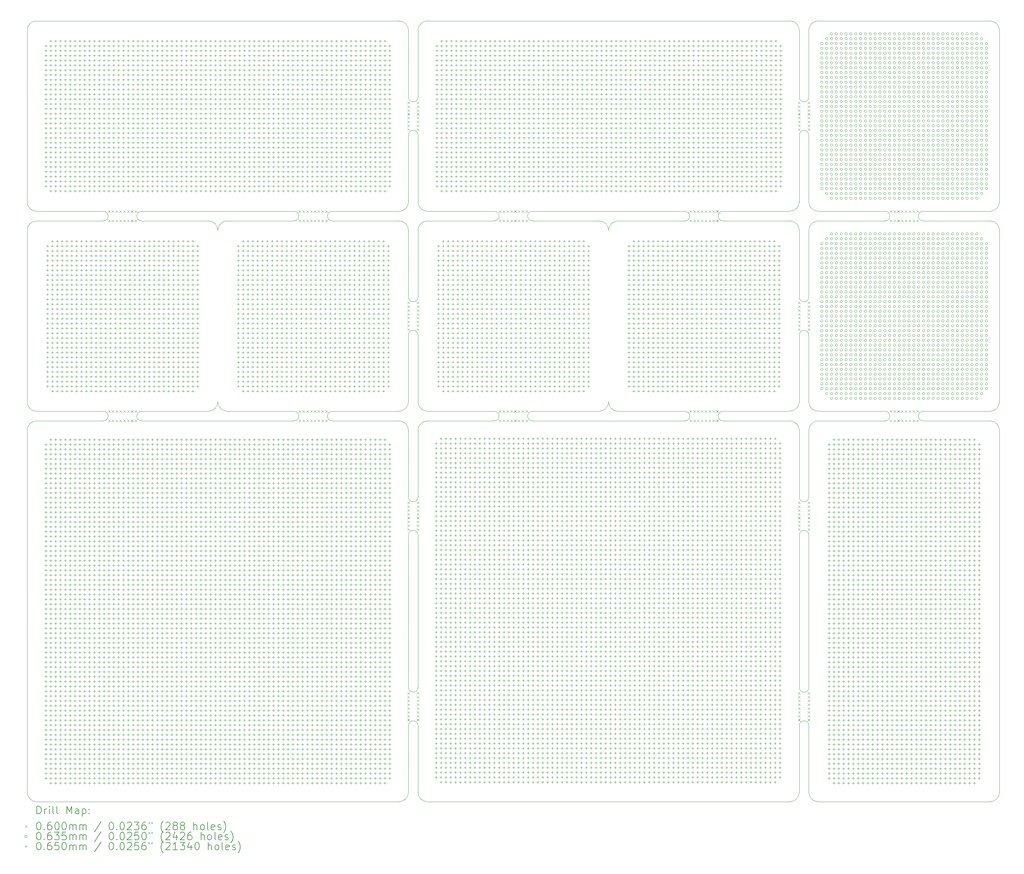
<source format=gbr>
%TF.GenerationSoftware,KiCad,Pcbnew,7.0.7*%
%TF.CreationDate,2023-10-11T15:53:21+01:00*%
%TF.ProjectId,Ru-PerfBoard,52752d50-6572-4664-926f-6172642e6b69,rev?*%
%TF.SameCoordinates,Original*%
%TF.FileFunction,Drillmap*%
%TF.FilePolarity,Positive*%
%FSLAX45Y45*%
G04 Gerber Fmt 4.5, Leading zero omitted, Abs format (unit mm)*
G04 Created by KiCad (PCBNEW 7.0.7) date 2023-10-11 15:53:21*
%MOMM*%
%LPD*%
G01*
G04 APERTURE LIST*
%ADD10C,0.100000*%
%ADD11C,0.200000*%
%ADD12C,0.060000*%
%ADD13C,0.063500*%
%ADD14C,0.065000*%
G04 APERTURE END LIST*
D10*
X7750000Y-3000000D02*
X17250000Y-3000000D01*
X33000000Y-13750000D02*
G75*
G03*
X32750000Y-13500000I-250000J0D01*
G01*
X32750000Y-13500000D02*
X31000000Y-13500000D01*
X17750000Y-7750000D02*
G75*
G03*
X18000000Y-8000000I250000J0D01*
G01*
X28000000Y-13750000D02*
X28000000Y-15500000D01*
X9500000Y-13500000D02*
X7750000Y-13500000D01*
X14500000Y-8250000D02*
G75*
G03*
X14500000Y-8000000I0J125000D01*
G01*
X31000000Y-13250000D02*
X32750000Y-13250000D01*
X27750000Y-20500000D02*
G75*
G03*
X28000000Y-20500000I125000J0D01*
G01*
X28250000Y-13500000D02*
X30000000Y-13500000D01*
X22750000Y-13000000D02*
G75*
G03*
X23000000Y-13250000I250000J0D01*
G01*
X33000000Y-7750000D02*
X33000000Y-3250000D01*
X33000000Y-3250000D02*
G75*
G03*
X32750000Y-3000000I-250000J0D01*
G01*
X27750000Y-3250000D02*
G75*
G03*
X27500000Y-3000000I-250000J0D01*
G01*
X17500000Y-21500000D02*
X17500000Y-23250000D01*
X14500000Y-13500000D02*
G75*
G03*
X14500000Y-13250000I0J125000D01*
G01*
X25750000Y-8000000D02*
X27500000Y-8000000D01*
X14500000Y-8000000D02*
X12750000Y-8000000D01*
X23000000Y-8000000D02*
X22500000Y-8000000D01*
X28250000Y-8250000D02*
X30000000Y-8250000D01*
X28000000Y-21500000D02*
G75*
G03*
X27750000Y-21500000I-125000J0D01*
G01*
X28000000Y-18750000D02*
X28000000Y-18250000D01*
X27750000Y-20500000D02*
X27750000Y-18750000D01*
X17500000Y-18750000D02*
X17500000Y-18250000D01*
X24750000Y-13500000D02*
G75*
G03*
X24750000Y-13250000I0J125000D01*
G01*
X20750000Y-13250000D02*
G75*
G03*
X20750000Y-13500000I0J-125000D01*
G01*
X17500000Y-13750000D02*
G75*
G03*
X17250000Y-13500000I-250000J0D01*
G01*
X9500000Y-8250000D02*
G75*
G03*
X9500000Y-8000000I0J125000D01*
G01*
X12500000Y-13000000D02*
G75*
G03*
X12750000Y-13250000I250000J0D01*
G01*
X17750000Y-13000000D02*
X17750000Y-11250000D01*
X15500000Y-13250000D02*
G75*
G03*
X15500000Y-13500000I0J-125000D01*
G01*
X18000000Y-3000000D02*
X27500000Y-3000000D01*
X17250000Y-23500000D02*
G75*
G03*
X17500000Y-23250000I0J250000D01*
G01*
X12750000Y-8250000D02*
X14500000Y-8250000D01*
X31000000Y-8000000D02*
G75*
G03*
X31000000Y-8250000I0J-125000D01*
G01*
X30000000Y-13250000D02*
X28250000Y-13250000D01*
X7500000Y-13000000D02*
X7500000Y-8500000D01*
X27750000Y-5000000D02*
G75*
G03*
X28000000Y-5000000I125000J0D01*
G01*
X25750000Y-13250000D02*
X27500000Y-13250000D01*
X10500000Y-8000000D02*
X12250000Y-8000000D01*
X17750000Y-21500000D02*
G75*
G03*
X17500000Y-21500000I-125000J0D01*
G01*
X17750000Y-23250000D02*
G75*
G03*
X18000000Y-23500000I250000J0D01*
G01*
X15500000Y-8000000D02*
X17250000Y-8000000D01*
X32750000Y-23500000D02*
G75*
G03*
X33000000Y-23250000I0J250000D01*
G01*
X28000000Y-18250000D02*
X28000000Y-16500000D01*
X7500000Y-23250000D02*
X7500000Y-13750000D01*
X17500000Y-20500000D02*
X17500000Y-18750000D01*
X27500000Y-23500000D02*
G75*
G03*
X27750000Y-23250000I0J250000D01*
G01*
X20750000Y-8000000D02*
X22500000Y-8000000D01*
X32750000Y-13250000D02*
G75*
G03*
X33000000Y-13000000I0J250000D01*
G01*
X7750000Y-8250000D02*
G75*
G03*
X7500000Y-8500000I0J-250000D01*
G01*
X12750000Y-13250000D02*
X14500000Y-13250000D01*
X17750000Y-11250000D02*
G75*
G03*
X17500000Y-11250000I-125000J0D01*
G01*
X17250000Y-23500000D02*
X7750000Y-23500000D01*
X12750000Y-8250000D02*
G75*
G03*
X12500000Y-8500000I0J-250000D01*
G01*
X23000000Y-13500000D02*
X24750000Y-13500000D01*
X7750000Y-13250000D02*
X9500000Y-13250000D01*
X27500000Y-8000000D02*
G75*
G03*
X27750000Y-7750000I0J250000D01*
G01*
X28000000Y-23250000D02*
G75*
G03*
X28250000Y-23500000I250000J0D01*
G01*
X17500000Y-8500000D02*
G75*
G03*
X17250000Y-8250000I-250000J0D01*
G01*
X27750000Y-13750000D02*
G75*
G03*
X27500000Y-13500000I-250000J0D01*
G01*
X17750000Y-18750000D02*
X17750000Y-20500000D01*
X12500000Y-8500000D02*
G75*
G03*
X12250000Y-8250000I-250000J0D01*
G01*
X17500000Y-5000000D02*
X17500000Y-3250000D01*
X20750000Y-13250000D02*
X22500000Y-13250000D01*
X22500000Y-13500000D02*
X20750000Y-13500000D01*
X22750000Y-8500000D02*
G75*
G03*
X22500000Y-8250000I-250000J0D01*
G01*
X17500000Y-15500000D02*
X17500000Y-13750000D01*
X27500000Y-23500000D02*
X18000000Y-23500000D01*
X23000000Y-8250000D02*
X24750000Y-8250000D01*
X17750000Y-23250000D02*
X17750000Y-21500000D01*
X27750000Y-10250000D02*
X27750000Y-8500000D01*
X28000000Y-3250000D02*
X28000000Y-5000000D01*
X7500000Y-7750000D02*
G75*
G03*
X7750000Y-8000000I250000J0D01*
G01*
X7750000Y-8250000D02*
X9500000Y-8250000D01*
X12250000Y-13500000D02*
X12750000Y-13500000D01*
X19750000Y-13250000D02*
X18000000Y-13250000D01*
X28000000Y-11250000D02*
G75*
G03*
X27750000Y-11250000I-125000J0D01*
G01*
X17750000Y-13750000D02*
X17750000Y-15500000D01*
X28000000Y-8500000D02*
X28000000Y-10250000D01*
X15500000Y-13500000D02*
X17250000Y-13500000D01*
X27750000Y-6000000D02*
X27750000Y-7750000D01*
X33000000Y-13750000D02*
X33000000Y-23250000D01*
X19750000Y-8250000D02*
G75*
G03*
X19750000Y-8000000I0J125000D01*
G01*
X12250000Y-8000000D02*
X12750000Y-8000000D01*
X33000000Y-8500000D02*
G75*
G03*
X32750000Y-8250000I-250000J0D01*
G01*
X28250000Y-3000000D02*
X32750000Y-3000000D01*
X20750000Y-8000000D02*
G75*
G03*
X20750000Y-8250000I0J-125000D01*
G01*
X17500000Y-3250000D02*
G75*
G03*
X17250000Y-3000000I-250000J0D01*
G01*
X12250000Y-13250000D02*
G75*
G03*
X12500000Y-13000000I0J250000D01*
G01*
X30000000Y-8000000D02*
X28250000Y-8000000D01*
X15500000Y-8000000D02*
G75*
G03*
X15500000Y-8250000I0J-125000D01*
G01*
X17500000Y-11250000D02*
X17500000Y-13000000D01*
X7750000Y-3000000D02*
G75*
G03*
X7500000Y-3250000I0J-250000D01*
G01*
X23000000Y-13500000D02*
X22500000Y-13500000D01*
X30000000Y-13500000D02*
G75*
G03*
X30000000Y-13250000I0J125000D01*
G01*
X19750000Y-8000000D02*
X18000000Y-8000000D01*
X7500000Y-7750000D02*
X7500000Y-3250000D01*
X7750000Y-13500000D02*
G75*
G03*
X7500000Y-13750000I0J-250000D01*
G01*
X31000000Y-8000000D02*
X32750000Y-8000000D01*
X28250000Y-8250000D02*
G75*
G03*
X28000000Y-8500000I0J-250000D01*
G01*
X28000000Y-16500000D02*
G75*
G03*
X27750000Y-16500000I-125000J0D01*
G01*
X19750000Y-13500000D02*
G75*
G03*
X19750000Y-13250000I0J125000D01*
G01*
X17500000Y-20500000D02*
G75*
G03*
X17750000Y-20500000I125000J0D01*
G01*
X27500000Y-8250000D02*
X25750000Y-8250000D01*
X31000000Y-13250000D02*
G75*
G03*
X31000000Y-13500000I0J-125000D01*
G01*
X27750000Y-11250000D02*
X27750000Y-13000000D01*
X32750000Y-8250000D02*
X31000000Y-8250000D01*
X28000000Y-7750000D02*
G75*
G03*
X28250000Y-8000000I250000J0D01*
G01*
X24750000Y-8000000D02*
X23000000Y-8000000D01*
X17250000Y-13250000D02*
X15500000Y-13250000D01*
X17500000Y-16500000D02*
X17500000Y-18250000D01*
X27750000Y-16500000D02*
X27750000Y-18250000D01*
X28000000Y-13000000D02*
G75*
G03*
X28250000Y-13250000I250000J0D01*
G01*
X9500000Y-8000000D02*
X7750000Y-8000000D01*
X28000000Y-7750000D02*
X28000000Y-6000000D01*
X28250000Y-23500000D02*
X32750000Y-23500000D01*
X7500000Y-13000000D02*
G75*
G03*
X7750000Y-13250000I250000J0D01*
G01*
X17500000Y-10250000D02*
X17500000Y-8500000D01*
X22500000Y-13250000D02*
G75*
G03*
X22750000Y-13000000I0J250000D01*
G01*
X17750000Y-16500000D02*
G75*
G03*
X17500000Y-16500000I-125000J0D01*
G01*
X27750000Y-5000000D02*
X27750000Y-3250000D01*
X14500000Y-13500000D02*
X12750000Y-13500000D01*
X17750000Y-3250000D02*
X17750000Y-5000000D01*
X17750000Y-8500000D02*
X17750000Y-10250000D01*
X27750000Y-8500000D02*
G75*
G03*
X27500000Y-8250000I-250000J0D01*
G01*
X7500000Y-23250000D02*
G75*
G03*
X7750000Y-23500000I250000J0D01*
G01*
X17750000Y-18250000D02*
X17750000Y-16500000D01*
X17250000Y-8000000D02*
G75*
G03*
X17500000Y-7750000I0J250000D01*
G01*
X9500000Y-13500000D02*
G75*
G03*
X9500000Y-13250000I0J125000D01*
G01*
X25750000Y-13250000D02*
G75*
G03*
X25750000Y-13500000I0J-125000D01*
G01*
X18000000Y-3000000D02*
G75*
G03*
X17750000Y-3250000I0J-250000D01*
G01*
X17250000Y-8250000D02*
X15500000Y-8250000D01*
X18000000Y-8250000D02*
X19750000Y-8250000D01*
X32750000Y-8000000D02*
G75*
G03*
X33000000Y-7750000I0J250000D01*
G01*
X17500000Y-15500000D02*
G75*
G03*
X17750000Y-15500000I125000J0D01*
G01*
X27500000Y-13500000D02*
X25750000Y-13500000D01*
X10500000Y-13250000D02*
G75*
G03*
X10500000Y-13500000I0J-125000D01*
G01*
X23000000Y-8250000D02*
G75*
G03*
X22750000Y-8500000I0J-250000D01*
G01*
X10500000Y-13500000D02*
X12250000Y-13500000D01*
X30000000Y-8250000D02*
G75*
G03*
X30000000Y-8000000I0J125000D01*
G01*
X12250000Y-8250000D02*
X10500000Y-8250000D01*
X24750000Y-8250000D02*
G75*
G03*
X24750000Y-8000000I0J125000D01*
G01*
X28250000Y-13500000D02*
G75*
G03*
X28000000Y-13750000I0J-250000D01*
G01*
X27750000Y-15500000D02*
G75*
G03*
X28000000Y-15500000I125000J0D01*
G01*
X17500000Y-6000000D02*
X17500000Y-7750000D01*
X28250000Y-3000000D02*
G75*
G03*
X28000000Y-3250000I0J-250000D01*
G01*
X12250000Y-13250000D02*
X10500000Y-13250000D01*
X28000000Y-6000000D02*
G75*
G03*
X27750000Y-6000000I-125000J0D01*
G01*
X24750000Y-13250000D02*
X23000000Y-13250000D01*
X17500000Y-5000000D02*
G75*
G03*
X17750000Y-5000000I125000J0D01*
G01*
X27750000Y-15500000D02*
X27750000Y-13750000D01*
X28000000Y-18750000D02*
X28000000Y-20500000D01*
X27750000Y-18250000D02*
X27750000Y-18750000D01*
X18000000Y-13500000D02*
X19750000Y-13500000D01*
X27750000Y-21500000D02*
X27750000Y-23250000D01*
X18000000Y-13500000D02*
G75*
G03*
X17750000Y-13750000I0J-250000D01*
G01*
X28000000Y-13000000D02*
X28000000Y-11250000D01*
X17750000Y-18250000D02*
X17750000Y-18750000D01*
X22500000Y-8250000D02*
X20750000Y-8250000D01*
X27500000Y-13250000D02*
G75*
G03*
X27750000Y-13000000I0J250000D01*
G01*
X17500000Y-10250000D02*
G75*
G03*
X17750000Y-10250000I125000J0D01*
G01*
X33000000Y-13000000D02*
X33000000Y-8500000D01*
X27750000Y-10250000D02*
G75*
G03*
X28000000Y-10250000I125000J0D01*
G01*
X10500000Y-8000000D02*
G75*
G03*
X10500000Y-8250000I0J-125000D01*
G01*
X18000000Y-8250000D02*
G75*
G03*
X17750000Y-8500000I0J-250000D01*
G01*
X25750000Y-8000000D02*
G75*
G03*
X25750000Y-8250000I0J-125000D01*
G01*
X28000000Y-23250000D02*
X28000000Y-21500000D01*
X17250000Y-13250000D02*
G75*
G03*
X17500000Y-13000000I0J250000D01*
G01*
X17750000Y-6000000D02*
G75*
G03*
X17500000Y-6000000I-125000J0D01*
G01*
X17750000Y-13000000D02*
G75*
G03*
X18000000Y-13250000I250000J0D01*
G01*
X17750000Y-7750000D02*
X17750000Y-6000000D01*
D11*
D12*
X9620000Y-7970000D02*
X9680000Y-8030000D01*
X9680000Y-7970000D02*
X9620000Y-8030000D01*
X9620000Y-8220000D02*
X9680000Y-8280000D01*
X9680000Y-8220000D02*
X9620000Y-8280000D01*
X9620000Y-13220000D02*
X9680000Y-13280000D01*
X9680000Y-13220000D02*
X9620000Y-13280000D01*
X9620000Y-13470000D02*
X9680000Y-13530000D01*
X9680000Y-13470000D02*
X9620000Y-13530000D01*
X9720000Y-7970000D02*
X9780000Y-8030000D01*
X9780000Y-7970000D02*
X9720000Y-8030000D01*
X9720000Y-8220000D02*
X9780000Y-8280000D01*
X9780000Y-8220000D02*
X9720000Y-8280000D01*
X9720000Y-13220000D02*
X9780000Y-13280000D01*
X9780000Y-13220000D02*
X9720000Y-13280000D01*
X9720000Y-13470000D02*
X9780000Y-13530000D01*
X9780000Y-13470000D02*
X9720000Y-13530000D01*
X9820000Y-7970000D02*
X9880000Y-8030000D01*
X9880000Y-7970000D02*
X9820000Y-8030000D01*
X9820000Y-8220000D02*
X9880000Y-8280000D01*
X9880000Y-8220000D02*
X9820000Y-8280000D01*
X9820000Y-13220000D02*
X9880000Y-13280000D01*
X9880000Y-13220000D02*
X9820000Y-13280000D01*
X9820000Y-13470000D02*
X9880000Y-13530000D01*
X9880000Y-13470000D02*
X9820000Y-13530000D01*
X9920000Y-7970000D02*
X9980000Y-8030000D01*
X9980000Y-7970000D02*
X9920000Y-8030000D01*
X9920000Y-8220000D02*
X9980000Y-8280000D01*
X9980000Y-8220000D02*
X9920000Y-8280000D01*
X9920000Y-13220000D02*
X9980000Y-13280000D01*
X9980000Y-13220000D02*
X9920000Y-13280000D01*
X9920000Y-13470000D02*
X9980000Y-13530000D01*
X9980000Y-13470000D02*
X9920000Y-13530000D01*
X10020000Y-7970000D02*
X10080000Y-8030000D01*
X10080000Y-7970000D02*
X10020000Y-8030000D01*
X10020000Y-8220000D02*
X10080000Y-8280000D01*
X10080000Y-8220000D02*
X10020000Y-8280000D01*
X10020000Y-13220000D02*
X10080000Y-13280000D01*
X10080000Y-13220000D02*
X10020000Y-13280000D01*
X10020000Y-13470000D02*
X10080000Y-13530000D01*
X10080000Y-13470000D02*
X10020000Y-13530000D01*
X10120000Y-7970000D02*
X10180000Y-8030000D01*
X10180000Y-7970000D02*
X10120000Y-8030000D01*
X10120000Y-8220000D02*
X10180000Y-8280000D01*
X10180000Y-8220000D02*
X10120000Y-8280000D01*
X10120000Y-13220000D02*
X10180000Y-13280000D01*
X10180000Y-13220000D02*
X10120000Y-13280000D01*
X10120000Y-13470000D02*
X10180000Y-13530000D01*
X10180000Y-13470000D02*
X10120000Y-13530000D01*
X10220000Y-7970000D02*
X10280000Y-8030000D01*
X10280000Y-7970000D02*
X10220000Y-8030000D01*
X10220000Y-8220000D02*
X10280000Y-8280000D01*
X10280000Y-8220000D02*
X10220000Y-8280000D01*
X10220000Y-13220000D02*
X10280000Y-13280000D01*
X10280000Y-13220000D02*
X10220000Y-13280000D01*
X10220000Y-13470000D02*
X10280000Y-13530000D01*
X10280000Y-13470000D02*
X10220000Y-13530000D01*
X10320000Y-7970000D02*
X10380000Y-8030000D01*
X10380000Y-7970000D02*
X10320000Y-8030000D01*
X10320000Y-13220000D02*
X10380000Y-13280000D01*
X10380000Y-13220000D02*
X10320000Y-13280000D01*
X10320000Y-8220000D02*
X10380000Y-8280000D01*
X10380000Y-8220000D02*
X10320000Y-8280000D01*
X10320000Y-13470000D02*
X10380000Y-13530000D01*
X10380000Y-13470000D02*
X10320000Y-13530000D01*
X14620000Y-7970000D02*
X14680000Y-8030000D01*
X14680000Y-7970000D02*
X14620000Y-8030000D01*
X14620000Y-8220000D02*
X14680000Y-8280000D01*
X14680000Y-8220000D02*
X14620000Y-8280000D01*
X14620000Y-13220000D02*
X14680000Y-13280000D01*
X14680000Y-13220000D02*
X14620000Y-13280000D01*
X14620000Y-13470000D02*
X14680000Y-13530000D01*
X14680000Y-13470000D02*
X14620000Y-13530000D01*
X14720000Y-7970000D02*
X14780000Y-8030000D01*
X14780000Y-7970000D02*
X14720000Y-8030000D01*
X14720000Y-8220000D02*
X14780000Y-8280000D01*
X14780000Y-8220000D02*
X14720000Y-8280000D01*
X14720000Y-13220000D02*
X14780000Y-13280000D01*
X14780000Y-13220000D02*
X14720000Y-13280000D01*
X14720000Y-13470000D02*
X14780000Y-13530000D01*
X14780000Y-13470000D02*
X14720000Y-13530000D01*
X14820000Y-7970000D02*
X14880000Y-8030000D01*
X14880000Y-7970000D02*
X14820000Y-8030000D01*
X14820000Y-8220000D02*
X14880000Y-8280000D01*
X14880000Y-8220000D02*
X14820000Y-8280000D01*
X14820000Y-13220000D02*
X14880000Y-13280000D01*
X14880000Y-13220000D02*
X14820000Y-13280000D01*
X14820000Y-13470000D02*
X14880000Y-13530000D01*
X14880000Y-13470000D02*
X14820000Y-13530000D01*
X14920000Y-7970000D02*
X14980000Y-8030000D01*
X14980000Y-7970000D02*
X14920000Y-8030000D01*
X14920000Y-8220000D02*
X14980000Y-8280000D01*
X14980000Y-8220000D02*
X14920000Y-8280000D01*
X14920000Y-13220000D02*
X14980000Y-13280000D01*
X14980000Y-13220000D02*
X14920000Y-13280000D01*
X14920000Y-13470000D02*
X14980000Y-13530000D01*
X14980000Y-13470000D02*
X14920000Y-13530000D01*
X15020000Y-7970000D02*
X15080000Y-8030000D01*
X15080000Y-7970000D02*
X15020000Y-8030000D01*
X15020000Y-8220000D02*
X15080000Y-8280000D01*
X15080000Y-8220000D02*
X15020000Y-8280000D01*
X15020000Y-13220000D02*
X15080000Y-13280000D01*
X15080000Y-13220000D02*
X15020000Y-13280000D01*
X15020000Y-13470000D02*
X15080000Y-13530000D01*
X15080000Y-13470000D02*
X15020000Y-13530000D01*
X15120000Y-7970000D02*
X15180000Y-8030000D01*
X15180000Y-7970000D02*
X15120000Y-8030000D01*
X15120000Y-8220000D02*
X15180000Y-8280000D01*
X15180000Y-8220000D02*
X15120000Y-8280000D01*
X15120000Y-13220000D02*
X15180000Y-13280000D01*
X15180000Y-13220000D02*
X15120000Y-13280000D01*
X15120000Y-13470000D02*
X15180000Y-13530000D01*
X15180000Y-13470000D02*
X15120000Y-13530000D01*
X15220000Y-7970000D02*
X15280000Y-8030000D01*
X15280000Y-7970000D02*
X15220000Y-8030000D01*
X15220000Y-8220000D02*
X15280000Y-8280000D01*
X15280000Y-8220000D02*
X15220000Y-8280000D01*
X15220000Y-13220000D02*
X15280000Y-13280000D01*
X15280000Y-13220000D02*
X15220000Y-13280000D01*
X15220000Y-13470000D02*
X15280000Y-13530000D01*
X15280000Y-13470000D02*
X15220000Y-13530000D01*
X15320000Y-7970000D02*
X15380000Y-8030000D01*
X15380000Y-7970000D02*
X15320000Y-8030000D01*
X15320000Y-13220000D02*
X15380000Y-13280000D01*
X15380000Y-13220000D02*
X15320000Y-13280000D01*
X15320000Y-8220000D02*
X15380000Y-8280000D01*
X15380000Y-8220000D02*
X15320000Y-8280000D01*
X15320000Y-13470000D02*
X15380000Y-13530000D01*
X15380000Y-13470000D02*
X15320000Y-13530000D01*
X17470000Y-5120000D02*
X17530000Y-5180000D01*
X17530000Y-5120000D02*
X17470000Y-5180000D01*
X17470000Y-5220000D02*
X17530000Y-5280000D01*
X17530000Y-5220000D02*
X17470000Y-5280000D01*
X17470000Y-5320000D02*
X17530000Y-5380000D01*
X17530000Y-5320000D02*
X17470000Y-5380000D01*
X17470000Y-5420000D02*
X17530000Y-5480000D01*
X17530000Y-5420000D02*
X17470000Y-5480000D01*
X17470000Y-5520000D02*
X17530000Y-5580000D01*
X17530000Y-5520000D02*
X17470000Y-5580000D01*
X17470000Y-5620000D02*
X17530000Y-5680000D01*
X17530000Y-5620000D02*
X17470000Y-5680000D01*
X17470000Y-5720000D02*
X17530000Y-5780000D01*
X17530000Y-5720000D02*
X17470000Y-5780000D01*
X17470000Y-5820000D02*
X17530000Y-5880000D01*
X17530000Y-5820000D02*
X17470000Y-5880000D01*
X17470000Y-10370000D02*
X17530000Y-10430000D01*
X17530000Y-10370000D02*
X17470000Y-10430000D01*
X17470000Y-10470000D02*
X17530000Y-10530000D01*
X17530000Y-10470000D02*
X17470000Y-10530000D01*
X17470000Y-10570000D02*
X17530000Y-10630000D01*
X17530000Y-10570000D02*
X17470000Y-10630000D01*
X17470000Y-10670000D02*
X17530000Y-10730000D01*
X17530000Y-10670000D02*
X17470000Y-10730000D01*
X17470000Y-10770000D02*
X17530000Y-10830000D01*
X17530000Y-10770000D02*
X17470000Y-10830000D01*
X17470000Y-10870000D02*
X17530000Y-10930000D01*
X17530000Y-10870000D02*
X17470000Y-10930000D01*
X17470000Y-10970000D02*
X17530000Y-11030000D01*
X17530000Y-10970000D02*
X17470000Y-11030000D01*
X17470000Y-11070000D02*
X17530000Y-11130000D01*
X17530000Y-11070000D02*
X17470000Y-11130000D01*
X17470000Y-15620000D02*
X17530000Y-15680000D01*
X17530000Y-15620000D02*
X17470000Y-15680000D01*
X17470000Y-15720000D02*
X17530000Y-15780000D01*
X17530000Y-15720000D02*
X17470000Y-15780000D01*
X17470000Y-15820000D02*
X17530000Y-15880000D01*
X17530000Y-15820000D02*
X17470000Y-15880000D01*
X17470000Y-15920000D02*
X17530000Y-15980000D01*
X17530000Y-15920000D02*
X17470000Y-15980000D01*
X17470000Y-16020000D02*
X17530000Y-16080000D01*
X17530000Y-16020000D02*
X17470000Y-16080000D01*
X17470000Y-16120000D02*
X17530000Y-16180000D01*
X17530000Y-16120000D02*
X17470000Y-16180000D01*
X17470000Y-16220000D02*
X17530000Y-16280000D01*
X17530000Y-16220000D02*
X17470000Y-16280000D01*
X17470000Y-16320000D02*
X17530000Y-16380000D01*
X17530000Y-16320000D02*
X17470000Y-16380000D01*
X17470000Y-20620000D02*
X17530000Y-20680000D01*
X17530000Y-20620000D02*
X17470000Y-20680000D01*
X17470000Y-20720000D02*
X17530000Y-20780000D01*
X17530000Y-20720000D02*
X17470000Y-20780000D01*
X17470000Y-20820000D02*
X17530000Y-20880000D01*
X17530000Y-20820000D02*
X17470000Y-20880000D01*
X17470000Y-20920000D02*
X17530000Y-20980000D01*
X17530000Y-20920000D02*
X17470000Y-20980000D01*
X17470000Y-21020000D02*
X17530000Y-21080000D01*
X17530000Y-21020000D02*
X17470000Y-21080000D01*
X17470000Y-21120000D02*
X17530000Y-21180000D01*
X17530000Y-21120000D02*
X17470000Y-21180000D01*
X17470000Y-21220000D02*
X17530000Y-21280000D01*
X17530000Y-21220000D02*
X17470000Y-21280000D01*
X17470000Y-21320000D02*
X17530000Y-21380000D01*
X17530000Y-21320000D02*
X17470000Y-21380000D01*
X17720000Y-5120000D02*
X17780000Y-5180000D01*
X17780000Y-5120000D02*
X17720000Y-5180000D01*
X17720000Y-5220000D02*
X17780000Y-5280000D01*
X17780000Y-5220000D02*
X17720000Y-5280000D01*
X17720000Y-5320000D02*
X17780000Y-5380000D01*
X17780000Y-5320000D02*
X17720000Y-5380000D01*
X17720000Y-5420000D02*
X17780000Y-5480000D01*
X17780000Y-5420000D02*
X17720000Y-5480000D01*
X17720000Y-5520000D02*
X17780000Y-5580000D01*
X17780000Y-5520000D02*
X17720000Y-5580000D01*
X17720000Y-5620000D02*
X17780000Y-5680000D01*
X17780000Y-5620000D02*
X17720000Y-5680000D01*
X17720000Y-5720000D02*
X17780000Y-5780000D01*
X17780000Y-5720000D02*
X17720000Y-5780000D01*
X17720000Y-5820000D02*
X17780000Y-5880000D01*
X17780000Y-5820000D02*
X17720000Y-5880000D01*
X17720000Y-10370000D02*
X17780000Y-10430000D01*
X17780000Y-10370000D02*
X17720000Y-10430000D01*
X17720000Y-10470000D02*
X17780000Y-10530000D01*
X17780000Y-10470000D02*
X17720000Y-10530000D01*
X17720000Y-10570000D02*
X17780000Y-10630000D01*
X17780000Y-10570000D02*
X17720000Y-10630000D01*
X17720000Y-10670000D02*
X17780000Y-10730000D01*
X17780000Y-10670000D02*
X17720000Y-10730000D01*
X17720000Y-10770000D02*
X17780000Y-10830000D01*
X17780000Y-10770000D02*
X17720000Y-10830000D01*
X17720000Y-10870000D02*
X17780000Y-10930000D01*
X17780000Y-10870000D02*
X17720000Y-10930000D01*
X17720000Y-10970000D02*
X17780000Y-11030000D01*
X17780000Y-10970000D02*
X17720000Y-11030000D01*
X17720000Y-11070000D02*
X17780000Y-11130000D01*
X17780000Y-11070000D02*
X17720000Y-11130000D01*
X17720000Y-15620000D02*
X17780000Y-15680000D01*
X17780000Y-15620000D02*
X17720000Y-15680000D01*
X17720000Y-15720000D02*
X17780000Y-15780000D01*
X17780000Y-15720000D02*
X17720000Y-15780000D01*
X17720000Y-15820000D02*
X17780000Y-15880000D01*
X17780000Y-15820000D02*
X17720000Y-15880000D01*
X17720000Y-15920000D02*
X17780000Y-15980000D01*
X17780000Y-15920000D02*
X17720000Y-15980000D01*
X17720000Y-16020000D02*
X17780000Y-16080000D01*
X17780000Y-16020000D02*
X17720000Y-16080000D01*
X17720000Y-16120000D02*
X17780000Y-16180000D01*
X17780000Y-16120000D02*
X17720000Y-16180000D01*
X17720000Y-16220000D02*
X17780000Y-16280000D01*
X17780000Y-16220000D02*
X17720000Y-16280000D01*
X17720000Y-16320000D02*
X17780000Y-16380000D01*
X17780000Y-16320000D02*
X17720000Y-16380000D01*
X17720000Y-20620000D02*
X17780000Y-20680000D01*
X17780000Y-20620000D02*
X17720000Y-20680000D01*
X17720000Y-20720000D02*
X17780000Y-20780000D01*
X17780000Y-20720000D02*
X17720000Y-20780000D01*
X17720000Y-20820000D02*
X17780000Y-20880000D01*
X17780000Y-20820000D02*
X17720000Y-20880000D01*
X17720000Y-20920000D02*
X17780000Y-20980000D01*
X17780000Y-20920000D02*
X17720000Y-20980000D01*
X17720000Y-21020000D02*
X17780000Y-21080000D01*
X17780000Y-21020000D02*
X17720000Y-21080000D01*
X17720000Y-21120000D02*
X17780000Y-21180000D01*
X17780000Y-21120000D02*
X17720000Y-21180000D01*
X17720000Y-21220000D02*
X17780000Y-21280000D01*
X17780000Y-21220000D02*
X17720000Y-21280000D01*
X17720000Y-21320000D02*
X17780000Y-21380000D01*
X17780000Y-21320000D02*
X17720000Y-21380000D01*
X19870000Y-7970000D02*
X19930000Y-8030000D01*
X19930000Y-7970000D02*
X19870000Y-8030000D01*
X19870000Y-8220000D02*
X19930000Y-8280000D01*
X19930000Y-8220000D02*
X19870000Y-8280000D01*
X19870000Y-13220000D02*
X19930000Y-13280000D01*
X19930000Y-13220000D02*
X19870000Y-13280000D01*
X19870000Y-13470000D02*
X19930000Y-13530000D01*
X19930000Y-13470000D02*
X19870000Y-13530000D01*
X19970000Y-7970000D02*
X20030000Y-8030000D01*
X20030000Y-7970000D02*
X19970000Y-8030000D01*
X19970000Y-8220000D02*
X20030000Y-8280000D01*
X20030000Y-8220000D02*
X19970000Y-8280000D01*
X19970000Y-13220000D02*
X20030000Y-13280000D01*
X20030000Y-13220000D02*
X19970000Y-13280000D01*
X19970000Y-13470000D02*
X20030000Y-13530000D01*
X20030000Y-13470000D02*
X19970000Y-13530000D01*
X20070000Y-7970000D02*
X20130000Y-8030000D01*
X20130000Y-7970000D02*
X20070000Y-8030000D01*
X20070000Y-8220000D02*
X20130000Y-8280000D01*
X20130000Y-8220000D02*
X20070000Y-8280000D01*
X20070000Y-13220000D02*
X20130000Y-13280000D01*
X20130000Y-13220000D02*
X20070000Y-13280000D01*
X20070000Y-13470000D02*
X20130000Y-13530000D01*
X20130000Y-13470000D02*
X20070000Y-13530000D01*
X20170000Y-7970000D02*
X20230000Y-8030000D01*
X20230000Y-7970000D02*
X20170000Y-8030000D01*
X20170000Y-8220000D02*
X20230000Y-8280000D01*
X20230000Y-8220000D02*
X20170000Y-8280000D01*
X20170000Y-13220000D02*
X20230000Y-13280000D01*
X20230000Y-13220000D02*
X20170000Y-13280000D01*
X20170000Y-13470000D02*
X20230000Y-13530000D01*
X20230000Y-13470000D02*
X20170000Y-13530000D01*
X20270000Y-7970000D02*
X20330000Y-8030000D01*
X20330000Y-7970000D02*
X20270000Y-8030000D01*
X20270000Y-8220000D02*
X20330000Y-8280000D01*
X20330000Y-8220000D02*
X20270000Y-8280000D01*
X20270000Y-13220000D02*
X20330000Y-13280000D01*
X20330000Y-13220000D02*
X20270000Y-13280000D01*
X20270000Y-13470000D02*
X20330000Y-13530000D01*
X20330000Y-13470000D02*
X20270000Y-13530000D01*
X20370000Y-7970000D02*
X20430000Y-8030000D01*
X20430000Y-7970000D02*
X20370000Y-8030000D01*
X20370000Y-8220000D02*
X20430000Y-8280000D01*
X20430000Y-8220000D02*
X20370000Y-8280000D01*
X20370000Y-13220000D02*
X20430000Y-13280000D01*
X20430000Y-13220000D02*
X20370000Y-13280000D01*
X20370000Y-13470000D02*
X20430000Y-13530000D01*
X20430000Y-13470000D02*
X20370000Y-13530000D01*
X20470000Y-7970000D02*
X20530000Y-8030000D01*
X20530000Y-7970000D02*
X20470000Y-8030000D01*
X20470000Y-8220000D02*
X20530000Y-8280000D01*
X20530000Y-8220000D02*
X20470000Y-8280000D01*
X20470000Y-13220000D02*
X20530000Y-13280000D01*
X20530000Y-13220000D02*
X20470000Y-13280000D01*
X20470000Y-13470000D02*
X20530000Y-13530000D01*
X20530000Y-13470000D02*
X20470000Y-13530000D01*
X20570000Y-7970000D02*
X20630000Y-8030000D01*
X20630000Y-7970000D02*
X20570000Y-8030000D01*
X20570000Y-13220000D02*
X20630000Y-13280000D01*
X20630000Y-13220000D02*
X20570000Y-13280000D01*
X20570000Y-8220000D02*
X20630000Y-8280000D01*
X20630000Y-8220000D02*
X20570000Y-8280000D01*
X20570000Y-13470000D02*
X20630000Y-13530000D01*
X20630000Y-13470000D02*
X20570000Y-13530000D01*
X24870000Y-7970000D02*
X24930000Y-8030000D01*
X24930000Y-7970000D02*
X24870000Y-8030000D01*
X24870000Y-8220000D02*
X24930000Y-8280000D01*
X24930000Y-8220000D02*
X24870000Y-8280000D01*
X24870000Y-13220000D02*
X24930000Y-13280000D01*
X24930000Y-13220000D02*
X24870000Y-13280000D01*
X24870000Y-13470000D02*
X24930000Y-13530000D01*
X24930000Y-13470000D02*
X24870000Y-13530000D01*
X24970000Y-7970000D02*
X25030000Y-8030000D01*
X25030000Y-7970000D02*
X24970000Y-8030000D01*
X24970000Y-8220000D02*
X25030000Y-8280000D01*
X25030000Y-8220000D02*
X24970000Y-8280000D01*
X24970000Y-13220000D02*
X25030000Y-13280000D01*
X25030000Y-13220000D02*
X24970000Y-13280000D01*
X24970000Y-13470000D02*
X25030000Y-13530000D01*
X25030000Y-13470000D02*
X24970000Y-13530000D01*
X25070000Y-7970000D02*
X25130000Y-8030000D01*
X25130000Y-7970000D02*
X25070000Y-8030000D01*
X25070000Y-8220000D02*
X25130000Y-8280000D01*
X25130000Y-8220000D02*
X25070000Y-8280000D01*
X25070000Y-13220000D02*
X25130000Y-13280000D01*
X25130000Y-13220000D02*
X25070000Y-13280000D01*
X25070000Y-13470000D02*
X25130000Y-13530000D01*
X25130000Y-13470000D02*
X25070000Y-13530000D01*
X25170000Y-7970000D02*
X25230000Y-8030000D01*
X25230000Y-7970000D02*
X25170000Y-8030000D01*
X25170000Y-8220000D02*
X25230000Y-8280000D01*
X25230000Y-8220000D02*
X25170000Y-8280000D01*
X25170000Y-13220000D02*
X25230000Y-13280000D01*
X25230000Y-13220000D02*
X25170000Y-13280000D01*
X25170000Y-13470000D02*
X25230000Y-13530000D01*
X25230000Y-13470000D02*
X25170000Y-13530000D01*
X25270000Y-7970000D02*
X25330000Y-8030000D01*
X25330000Y-7970000D02*
X25270000Y-8030000D01*
X25270000Y-8220000D02*
X25330000Y-8280000D01*
X25330000Y-8220000D02*
X25270000Y-8280000D01*
X25270000Y-13220000D02*
X25330000Y-13280000D01*
X25330000Y-13220000D02*
X25270000Y-13280000D01*
X25270000Y-13470000D02*
X25330000Y-13530000D01*
X25330000Y-13470000D02*
X25270000Y-13530000D01*
X25370000Y-7970000D02*
X25430000Y-8030000D01*
X25430000Y-7970000D02*
X25370000Y-8030000D01*
X25370000Y-8220000D02*
X25430000Y-8280000D01*
X25430000Y-8220000D02*
X25370000Y-8280000D01*
X25370000Y-13220000D02*
X25430000Y-13280000D01*
X25430000Y-13220000D02*
X25370000Y-13280000D01*
X25370000Y-13470000D02*
X25430000Y-13530000D01*
X25430000Y-13470000D02*
X25370000Y-13530000D01*
X25470000Y-7970000D02*
X25530000Y-8030000D01*
X25530000Y-7970000D02*
X25470000Y-8030000D01*
X25470000Y-8220000D02*
X25530000Y-8280000D01*
X25530000Y-8220000D02*
X25470000Y-8280000D01*
X25470000Y-13220000D02*
X25530000Y-13280000D01*
X25530000Y-13220000D02*
X25470000Y-13280000D01*
X25470000Y-13470000D02*
X25530000Y-13530000D01*
X25530000Y-13470000D02*
X25470000Y-13530000D01*
X25570000Y-7970000D02*
X25630000Y-8030000D01*
X25630000Y-7970000D02*
X25570000Y-8030000D01*
X25570000Y-13220000D02*
X25630000Y-13280000D01*
X25630000Y-13220000D02*
X25570000Y-13280000D01*
X25570000Y-8220000D02*
X25630000Y-8280000D01*
X25630000Y-8220000D02*
X25570000Y-8280000D01*
X25570000Y-13470000D02*
X25630000Y-13530000D01*
X25630000Y-13470000D02*
X25570000Y-13530000D01*
X27720000Y-5120000D02*
X27780000Y-5180000D01*
X27780000Y-5120000D02*
X27720000Y-5180000D01*
X27720000Y-5220000D02*
X27780000Y-5280000D01*
X27780000Y-5220000D02*
X27720000Y-5280000D01*
X27720000Y-5320000D02*
X27780000Y-5380000D01*
X27780000Y-5320000D02*
X27720000Y-5380000D01*
X27720000Y-5420000D02*
X27780000Y-5480000D01*
X27780000Y-5420000D02*
X27720000Y-5480000D01*
X27720000Y-5520000D02*
X27780000Y-5580000D01*
X27780000Y-5520000D02*
X27720000Y-5580000D01*
X27720000Y-5620000D02*
X27780000Y-5680000D01*
X27780000Y-5620000D02*
X27720000Y-5680000D01*
X27720000Y-5720000D02*
X27780000Y-5780000D01*
X27780000Y-5720000D02*
X27720000Y-5780000D01*
X27720000Y-5820000D02*
X27780000Y-5880000D01*
X27780000Y-5820000D02*
X27720000Y-5880000D01*
X27720000Y-10370000D02*
X27780000Y-10430000D01*
X27780000Y-10370000D02*
X27720000Y-10430000D01*
X27720000Y-10470000D02*
X27780000Y-10530000D01*
X27780000Y-10470000D02*
X27720000Y-10530000D01*
X27720000Y-10570000D02*
X27780000Y-10630000D01*
X27780000Y-10570000D02*
X27720000Y-10630000D01*
X27720000Y-10670000D02*
X27780000Y-10730000D01*
X27780000Y-10670000D02*
X27720000Y-10730000D01*
X27720000Y-10770000D02*
X27780000Y-10830000D01*
X27780000Y-10770000D02*
X27720000Y-10830000D01*
X27720000Y-10870000D02*
X27780000Y-10930000D01*
X27780000Y-10870000D02*
X27720000Y-10930000D01*
X27720000Y-10970000D02*
X27780000Y-11030000D01*
X27780000Y-10970000D02*
X27720000Y-11030000D01*
X27720000Y-11070000D02*
X27780000Y-11130000D01*
X27780000Y-11070000D02*
X27720000Y-11130000D01*
X27720000Y-15620000D02*
X27780000Y-15680000D01*
X27780000Y-15620000D02*
X27720000Y-15680000D01*
X27720000Y-15720000D02*
X27780000Y-15780000D01*
X27780000Y-15720000D02*
X27720000Y-15780000D01*
X27720000Y-15820000D02*
X27780000Y-15880000D01*
X27780000Y-15820000D02*
X27720000Y-15880000D01*
X27720000Y-15920000D02*
X27780000Y-15980000D01*
X27780000Y-15920000D02*
X27720000Y-15980000D01*
X27720000Y-16020000D02*
X27780000Y-16080000D01*
X27780000Y-16020000D02*
X27720000Y-16080000D01*
X27720000Y-16120000D02*
X27780000Y-16180000D01*
X27780000Y-16120000D02*
X27720000Y-16180000D01*
X27720000Y-16220000D02*
X27780000Y-16280000D01*
X27780000Y-16220000D02*
X27720000Y-16280000D01*
X27720000Y-16320000D02*
X27780000Y-16380000D01*
X27780000Y-16320000D02*
X27720000Y-16380000D01*
X27720000Y-20620000D02*
X27780000Y-20680000D01*
X27780000Y-20620000D02*
X27720000Y-20680000D01*
X27720000Y-20720000D02*
X27780000Y-20780000D01*
X27780000Y-20720000D02*
X27720000Y-20780000D01*
X27720000Y-20820000D02*
X27780000Y-20880000D01*
X27780000Y-20820000D02*
X27720000Y-20880000D01*
X27720000Y-20920000D02*
X27780000Y-20980000D01*
X27780000Y-20920000D02*
X27720000Y-20980000D01*
X27720000Y-21020000D02*
X27780000Y-21080000D01*
X27780000Y-21020000D02*
X27720000Y-21080000D01*
X27720000Y-21120000D02*
X27780000Y-21180000D01*
X27780000Y-21120000D02*
X27720000Y-21180000D01*
X27720000Y-21220000D02*
X27780000Y-21280000D01*
X27780000Y-21220000D02*
X27720000Y-21280000D01*
X27720000Y-21320000D02*
X27780000Y-21380000D01*
X27780000Y-21320000D02*
X27720000Y-21380000D01*
X27970000Y-5120000D02*
X28030000Y-5180000D01*
X28030000Y-5120000D02*
X27970000Y-5180000D01*
X27970000Y-10370000D02*
X28030000Y-10430000D01*
X28030000Y-10370000D02*
X27970000Y-10430000D01*
X27970000Y-5220000D02*
X28030000Y-5280000D01*
X28030000Y-5220000D02*
X27970000Y-5280000D01*
X27970000Y-5320000D02*
X28030000Y-5380000D01*
X28030000Y-5320000D02*
X27970000Y-5380000D01*
X27970000Y-5420000D02*
X28030000Y-5480000D01*
X28030000Y-5420000D02*
X27970000Y-5480000D01*
X27970000Y-5520000D02*
X28030000Y-5580000D01*
X28030000Y-5520000D02*
X27970000Y-5580000D01*
X27970000Y-5620000D02*
X28030000Y-5680000D01*
X28030000Y-5620000D02*
X27970000Y-5680000D01*
X27970000Y-5720000D02*
X28030000Y-5780000D01*
X28030000Y-5720000D02*
X27970000Y-5780000D01*
X27970000Y-5820000D02*
X28030000Y-5880000D01*
X28030000Y-5820000D02*
X27970000Y-5880000D01*
X27970000Y-10470000D02*
X28030000Y-10530000D01*
X28030000Y-10470000D02*
X27970000Y-10530000D01*
X27970000Y-10570000D02*
X28030000Y-10630000D01*
X28030000Y-10570000D02*
X27970000Y-10630000D01*
X27970000Y-10670000D02*
X28030000Y-10730000D01*
X28030000Y-10670000D02*
X27970000Y-10730000D01*
X27970000Y-10770000D02*
X28030000Y-10830000D01*
X28030000Y-10770000D02*
X27970000Y-10830000D01*
X27970000Y-10870000D02*
X28030000Y-10930000D01*
X28030000Y-10870000D02*
X27970000Y-10930000D01*
X27970000Y-10970000D02*
X28030000Y-11030000D01*
X28030000Y-10970000D02*
X27970000Y-11030000D01*
X27970000Y-11070000D02*
X28030000Y-11130000D01*
X28030000Y-11070000D02*
X27970000Y-11130000D01*
X27970000Y-15620000D02*
X28030000Y-15680000D01*
X28030000Y-15620000D02*
X27970000Y-15680000D01*
X27970000Y-15720000D02*
X28030000Y-15780000D01*
X28030000Y-15720000D02*
X27970000Y-15780000D01*
X27970000Y-15820000D02*
X28030000Y-15880000D01*
X28030000Y-15820000D02*
X27970000Y-15880000D01*
X27970000Y-15920000D02*
X28030000Y-15980000D01*
X28030000Y-15920000D02*
X27970000Y-15980000D01*
X27970000Y-16020000D02*
X28030000Y-16080000D01*
X28030000Y-16020000D02*
X27970000Y-16080000D01*
X27970000Y-16120000D02*
X28030000Y-16180000D01*
X28030000Y-16120000D02*
X27970000Y-16180000D01*
X27970000Y-16220000D02*
X28030000Y-16280000D01*
X28030000Y-16220000D02*
X27970000Y-16280000D01*
X27970000Y-16320000D02*
X28030000Y-16380000D01*
X28030000Y-16320000D02*
X27970000Y-16380000D01*
X27970000Y-20620000D02*
X28030000Y-20680000D01*
X28030000Y-20620000D02*
X27970000Y-20680000D01*
X27970000Y-20720000D02*
X28030000Y-20780000D01*
X28030000Y-20720000D02*
X27970000Y-20780000D01*
X27970000Y-20820000D02*
X28030000Y-20880000D01*
X28030000Y-20820000D02*
X27970000Y-20880000D01*
X27970000Y-20920000D02*
X28030000Y-20980000D01*
X28030000Y-20920000D02*
X27970000Y-20980000D01*
X27970000Y-21020000D02*
X28030000Y-21080000D01*
X28030000Y-21020000D02*
X27970000Y-21080000D01*
X27970000Y-21120000D02*
X28030000Y-21180000D01*
X28030000Y-21120000D02*
X27970000Y-21180000D01*
X27970000Y-21220000D02*
X28030000Y-21280000D01*
X28030000Y-21220000D02*
X27970000Y-21280000D01*
X27970000Y-21320000D02*
X28030000Y-21380000D01*
X28030000Y-21320000D02*
X27970000Y-21380000D01*
X30120000Y-7970000D02*
X30180000Y-8030000D01*
X30180000Y-7970000D02*
X30120000Y-8030000D01*
X30120000Y-8220000D02*
X30180000Y-8280000D01*
X30180000Y-8220000D02*
X30120000Y-8280000D01*
X30120000Y-13220000D02*
X30180000Y-13280000D01*
X30180000Y-13220000D02*
X30120000Y-13280000D01*
X30120000Y-13470000D02*
X30180000Y-13530000D01*
X30180000Y-13470000D02*
X30120000Y-13530000D01*
X30220000Y-7970000D02*
X30280000Y-8030000D01*
X30280000Y-7970000D02*
X30220000Y-8030000D01*
X30220000Y-8220000D02*
X30280000Y-8280000D01*
X30280000Y-8220000D02*
X30220000Y-8280000D01*
X30220000Y-13220000D02*
X30280000Y-13280000D01*
X30280000Y-13220000D02*
X30220000Y-13280000D01*
X30220000Y-13470000D02*
X30280000Y-13530000D01*
X30280000Y-13470000D02*
X30220000Y-13530000D01*
X30320000Y-7970000D02*
X30380000Y-8030000D01*
X30380000Y-7970000D02*
X30320000Y-8030000D01*
X30320000Y-8220000D02*
X30380000Y-8280000D01*
X30380000Y-8220000D02*
X30320000Y-8280000D01*
X30320000Y-13220000D02*
X30380000Y-13280000D01*
X30380000Y-13220000D02*
X30320000Y-13280000D01*
X30320000Y-13470000D02*
X30380000Y-13530000D01*
X30380000Y-13470000D02*
X30320000Y-13530000D01*
X30420000Y-7970000D02*
X30480000Y-8030000D01*
X30480000Y-7970000D02*
X30420000Y-8030000D01*
X30420000Y-8220000D02*
X30480000Y-8280000D01*
X30480000Y-8220000D02*
X30420000Y-8280000D01*
X30420000Y-13220000D02*
X30480000Y-13280000D01*
X30480000Y-13220000D02*
X30420000Y-13280000D01*
X30420000Y-13470000D02*
X30480000Y-13530000D01*
X30480000Y-13470000D02*
X30420000Y-13530000D01*
X30520000Y-7970000D02*
X30580000Y-8030000D01*
X30580000Y-7970000D02*
X30520000Y-8030000D01*
X30520000Y-8220000D02*
X30580000Y-8280000D01*
X30580000Y-8220000D02*
X30520000Y-8280000D01*
X30520000Y-13220000D02*
X30580000Y-13280000D01*
X30580000Y-13220000D02*
X30520000Y-13280000D01*
X30520000Y-13470000D02*
X30580000Y-13530000D01*
X30580000Y-13470000D02*
X30520000Y-13530000D01*
X30620000Y-7970000D02*
X30680000Y-8030000D01*
X30680000Y-7970000D02*
X30620000Y-8030000D01*
X30620000Y-8220000D02*
X30680000Y-8280000D01*
X30680000Y-8220000D02*
X30620000Y-8280000D01*
X30620000Y-13220000D02*
X30680000Y-13280000D01*
X30680000Y-13220000D02*
X30620000Y-13280000D01*
X30620000Y-13470000D02*
X30680000Y-13530000D01*
X30680000Y-13470000D02*
X30620000Y-13530000D01*
X30720000Y-7970000D02*
X30780000Y-8030000D01*
X30780000Y-7970000D02*
X30720000Y-8030000D01*
X30720000Y-8220000D02*
X30780000Y-8280000D01*
X30780000Y-8220000D02*
X30720000Y-8280000D01*
X30720000Y-13220000D02*
X30780000Y-13280000D01*
X30780000Y-13220000D02*
X30720000Y-13280000D01*
X30720000Y-13470000D02*
X30780000Y-13530000D01*
X30780000Y-13470000D02*
X30720000Y-13530000D01*
X30820000Y-7970000D02*
X30880000Y-8030000D01*
X30880000Y-7970000D02*
X30820000Y-8030000D01*
X30820000Y-13220000D02*
X30880000Y-13280000D01*
X30880000Y-13220000D02*
X30820000Y-13280000D01*
X30820000Y-8220000D02*
X30880000Y-8280000D01*
X30880000Y-8220000D02*
X30820000Y-8280000D01*
X30820000Y-13470000D02*
X30880000Y-13530000D01*
X30880000Y-13470000D02*
X30820000Y-13530000D01*
D13*
X28372750Y-3595000D02*
G75*
G03*
X28372750Y-3595000I-31750J0D01*
G01*
X28372750Y-3722000D02*
G75*
G03*
X28372750Y-3722000I-31750J0D01*
G01*
X28372750Y-3849000D02*
G75*
G03*
X28372750Y-3849000I-31750J0D01*
G01*
X28372750Y-3976000D02*
G75*
G03*
X28372750Y-3976000I-31750J0D01*
G01*
X28372750Y-4103000D02*
G75*
G03*
X28372750Y-4103000I-31750J0D01*
G01*
X28372750Y-4230000D02*
G75*
G03*
X28372750Y-4230000I-31750J0D01*
G01*
X28372750Y-4357000D02*
G75*
G03*
X28372750Y-4357000I-31750J0D01*
G01*
X28372750Y-4484000D02*
G75*
G03*
X28372750Y-4484000I-31750J0D01*
G01*
X28372750Y-4611000D02*
G75*
G03*
X28372750Y-4611000I-31750J0D01*
G01*
X28372750Y-4738000D02*
G75*
G03*
X28372750Y-4738000I-31750J0D01*
G01*
X28372750Y-4865000D02*
G75*
G03*
X28372750Y-4865000I-31750J0D01*
G01*
X28372750Y-4992000D02*
G75*
G03*
X28372750Y-4992000I-31750J0D01*
G01*
X28372750Y-5119000D02*
G75*
G03*
X28372750Y-5119000I-31750J0D01*
G01*
X28372750Y-5246000D02*
G75*
G03*
X28372750Y-5246000I-31750J0D01*
G01*
X28372750Y-5373000D02*
G75*
G03*
X28372750Y-5373000I-31750J0D01*
G01*
X28372750Y-5500000D02*
G75*
G03*
X28372750Y-5500000I-31750J0D01*
G01*
X28372750Y-5627000D02*
G75*
G03*
X28372750Y-5627000I-31750J0D01*
G01*
X28372750Y-5754000D02*
G75*
G03*
X28372750Y-5754000I-31750J0D01*
G01*
X28372750Y-5881000D02*
G75*
G03*
X28372750Y-5881000I-31750J0D01*
G01*
X28372750Y-6008000D02*
G75*
G03*
X28372750Y-6008000I-31750J0D01*
G01*
X28372750Y-6135000D02*
G75*
G03*
X28372750Y-6135000I-31750J0D01*
G01*
X28372750Y-6262000D02*
G75*
G03*
X28372750Y-6262000I-31750J0D01*
G01*
X28372750Y-6389000D02*
G75*
G03*
X28372750Y-6389000I-31750J0D01*
G01*
X28372750Y-6516000D02*
G75*
G03*
X28372750Y-6516000I-31750J0D01*
G01*
X28372750Y-6643000D02*
G75*
G03*
X28372750Y-6643000I-31750J0D01*
G01*
X28372750Y-6770000D02*
G75*
G03*
X28372750Y-6770000I-31750J0D01*
G01*
X28372750Y-6897000D02*
G75*
G03*
X28372750Y-6897000I-31750J0D01*
G01*
X28372750Y-7024000D02*
G75*
G03*
X28372750Y-7024000I-31750J0D01*
G01*
X28372750Y-7151000D02*
G75*
G03*
X28372750Y-7151000I-31750J0D01*
G01*
X28372750Y-7278000D02*
G75*
G03*
X28372750Y-7278000I-31750J0D01*
G01*
X28372750Y-7405000D02*
G75*
G03*
X28372750Y-7405000I-31750J0D01*
G01*
X28372750Y-8845000D02*
G75*
G03*
X28372750Y-8845000I-31750J0D01*
G01*
X28372750Y-8972000D02*
G75*
G03*
X28372750Y-8972000I-31750J0D01*
G01*
X28372750Y-9099000D02*
G75*
G03*
X28372750Y-9099000I-31750J0D01*
G01*
X28372750Y-9226000D02*
G75*
G03*
X28372750Y-9226000I-31750J0D01*
G01*
X28372750Y-9353000D02*
G75*
G03*
X28372750Y-9353000I-31750J0D01*
G01*
X28372750Y-9480000D02*
G75*
G03*
X28372750Y-9480000I-31750J0D01*
G01*
X28372750Y-9607000D02*
G75*
G03*
X28372750Y-9607000I-31750J0D01*
G01*
X28372750Y-9734000D02*
G75*
G03*
X28372750Y-9734000I-31750J0D01*
G01*
X28372750Y-9861000D02*
G75*
G03*
X28372750Y-9861000I-31750J0D01*
G01*
X28372750Y-9988000D02*
G75*
G03*
X28372750Y-9988000I-31750J0D01*
G01*
X28372750Y-10115000D02*
G75*
G03*
X28372750Y-10115000I-31750J0D01*
G01*
X28372750Y-10242000D02*
G75*
G03*
X28372750Y-10242000I-31750J0D01*
G01*
X28372750Y-10369000D02*
G75*
G03*
X28372750Y-10369000I-31750J0D01*
G01*
X28372750Y-10496000D02*
G75*
G03*
X28372750Y-10496000I-31750J0D01*
G01*
X28372750Y-10623000D02*
G75*
G03*
X28372750Y-10623000I-31750J0D01*
G01*
X28372750Y-10750000D02*
G75*
G03*
X28372750Y-10750000I-31750J0D01*
G01*
X28372750Y-10877000D02*
G75*
G03*
X28372750Y-10877000I-31750J0D01*
G01*
X28372750Y-11004000D02*
G75*
G03*
X28372750Y-11004000I-31750J0D01*
G01*
X28372750Y-11131000D02*
G75*
G03*
X28372750Y-11131000I-31750J0D01*
G01*
X28372750Y-11258000D02*
G75*
G03*
X28372750Y-11258000I-31750J0D01*
G01*
X28372750Y-11385000D02*
G75*
G03*
X28372750Y-11385000I-31750J0D01*
G01*
X28372750Y-11512000D02*
G75*
G03*
X28372750Y-11512000I-31750J0D01*
G01*
X28372750Y-11639000D02*
G75*
G03*
X28372750Y-11639000I-31750J0D01*
G01*
X28372750Y-11766000D02*
G75*
G03*
X28372750Y-11766000I-31750J0D01*
G01*
X28372750Y-11893000D02*
G75*
G03*
X28372750Y-11893000I-31750J0D01*
G01*
X28372750Y-12020000D02*
G75*
G03*
X28372750Y-12020000I-31750J0D01*
G01*
X28372750Y-12147000D02*
G75*
G03*
X28372750Y-12147000I-31750J0D01*
G01*
X28372750Y-12274000D02*
G75*
G03*
X28372750Y-12274000I-31750J0D01*
G01*
X28372750Y-12401000D02*
G75*
G03*
X28372750Y-12401000I-31750J0D01*
G01*
X28372750Y-12528000D02*
G75*
G03*
X28372750Y-12528000I-31750J0D01*
G01*
X28372750Y-12655000D02*
G75*
G03*
X28372750Y-12655000I-31750J0D01*
G01*
X28499750Y-3468000D02*
G75*
G03*
X28499750Y-3468000I-31750J0D01*
G01*
X28499750Y-3595000D02*
G75*
G03*
X28499750Y-3595000I-31750J0D01*
G01*
X28499750Y-3722000D02*
G75*
G03*
X28499750Y-3722000I-31750J0D01*
G01*
X28499750Y-3849000D02*
G75*
G03*
X28499750Y-3849000I-31750J0D01*
G01*
X28499750Y-3976000D02*
G75*
G03*
X28499750Y-3976000I-31750J0D01*
G01*
X28499750Y-4103000D02*
G75*
G03*
X28499750Y-4103000I-31750J0D01*
G01*
X28499750Y-4230000D02*
G75*
G03*
X28499750Y-4230000I-31750J0D01*
G01*
X28499750Y-4357000D02*
G75*
G03*
X28499750Y-4357000I-31750J0D01*
G01*
X28499750Y-4484000D02*
G75*
G03*
X28499750Y-4484000I-31750J0D01*
G01*
X28499750Y-4611000D02*
G75*
G03*
X28499750Y-4611000I-31750J0D01*
G01*
X28499750Y-4738000D02*
G75*
G03*
X28499750Y-4738000I-31750J0D01*
G01*
X28499750Y-4865000D02*
G75*
G03*
X28499750Y-4865000I-31750J0D01*
G01*
X28499750Y-4992000D02*
G75*
G03*
X28499750Y-4992000I-31750J0D01*
G01*
X28499750Y-5119000D02*
G75*
G03*
X28499750Y-5119000I-31750J0D01*
G01*
X28499750Y-5246000D02*
G75*
G03*
X28499750Y-5246000I-31750J0D01*
G01*
X28499750Y-5373000D02*
G75*
G03*
X28499750Y-5373000I-31750J0D01*
G01*
X28499750Y-5500000D02*
G75*
G03*
X28499750Y-5500000I-31750J0D01*
G01*
X28499750Y-5627000D02*
G75*
G03*
X28499750Y-5627000I-31750J0D01*
G01*
X28499750Y-5754000D02*
G75*
G03*
X28499750Y-5754000I-31750J0D01*
G01*
X28499750Y-5881000D02*
G75*
G03*
X28499750Y-5881000I-31750J0D01*
G01*
X28499750Y-6008000D02*
G75*
G03*
X28499750Y-6008000I-31750J0D01*
G01*
X28499750Y-6135000D02*
G75*
G03*
X28499750Y-6135000I-31750J0D01*
G01*
X28499750Y-6262000D02*
G75*
G03*
X28499750Y-6262000I-31750J0D01*
G01*
X28499750Y-6389000D02*
G75*
G03*
X28499750Y-6389000I-31750J0D01*
G01*
X28499750Y-6516000D02*
G75*
G03*
X28499750Y-6516000I-31750J0D01*
G01*
X28499750Y-6643000D02*
G75*
G03*
X28499750Y-6643000I-31750J0D01*
G01*
X28499750Y-6770000D02*
G75*
G03*
X28499750Y-6770000I-31750J0D01*
G01*
X28499750Y-6897000D02*
G75*
G03*
X28499750Y-6897000I-31750J0D01*
G01*
X28499750Y-7024000D02*
G75*
G03*
X28499750Y-7024000I-31750J0D01*
G01*
X28499750Y-7151000D02*
G75*
G03*
X28499750Y-7151000I-31750J0D01*
G01*
X28499750Y-7278000D02*
G75*
G03*
X28499750Y-7278000I-31750J0D01*
G01*
X28499750Y-7405000D02*
G75*
G03*
X28499750Y-7405000I-31750J0D01*
G01*
X28499750Y-7532000D02*
G75*
G03*
X28499750Y-7532000I-31750J0D01*
G01*
X28499750Y-8718000D02*
G75*
G03*
X28499750Y-8718000I-31750J0D01*
G01*
X28499750Y-8845000D02*
G75*
G03*
X28499750Y-8845000I-31750J0D01*
G01*
X28499750Y-8972000D02*
G75*
G03*
X28499750Y-8972000I-31750J0D01*
G01*
X28499750Y-9099000D02*
G75*
G03*
X28499750Y-9099000I-31750J0D01*
G01*
X28499750Y-9226000D02*
G75*
G03*
X28499750Y-9226000I-31750J0D01*
G01*
X28499750Y-9353000D02*
G75*
G03*
X28499750Y-9353000I-31750J0D01*
G01*
X28499750Y-9480000D02*
G75*
G03*
X28499750Y-9480000I-31750J0D01*
G01*
X28499750Y-9607000D02*
G75*
G03*
X28499750Y-9607000I-31750J0D01*
G01*
X28499750Y-9734000D02*
G75*
G03*
X28499750Y-9734000I-31750J0D01*
G01*
X28499750Y-9861000D02*
G75*
G03*
X28499750Y-9861000I-31750J0D01*
G01*
X28499750Y-9988000D02*
G75*
G03*
X28499750Y-9988000I-31750J0D01*
G01*
X28499750Y-10115000D02*
G75*
G03*
X28499750Y-10115000I-31750J0D01*
G01*
X28499750Y-10242000D02*
G75*
G03*
X28499750Y-10242000I-31750J0D01*
G01*
X28499750Y-10369000D02*
G75*
G03*
X28499750Y-10369000I-31750J0D01*
G01*
X28499750Y-10496000D02*
G75*
G03*
X28499750Y-10496000I-31750J0D01*
G01*
X28499750Y-10623000D02*
G75*
G03*
X28499750Y-10623000I-31750J0D01*
G01*
X28499750Y-10750000D02*
G75*
G03*
X28499750Y-10750000I-31750J0D01*
G01*
X28499750Y-10877000D02*
G75*
G03*
X28499750Y-10877000I-31750J0D01*
G01*
X28499750Y-11004000D02*
G75*
G03*
X28499750Y-11004000I-31750J0D01*
G01*
X28499750Y-11131000D02*
G75*
G03*
X28499750Y-11131000I-31750J0D01*
G01*
X28499750Y-11258000D02*
G75*
G03*
X28499750Y-11258000I-31750J0D01*
G01*
X28499750Y-11385000D02*
G75*
G03*
X28499750Y-11385000I-31750J0D01*
G01*
X28499750Y-11512000D02*
G75*
G03*
X28499750Y-11512000I-31750J0D01*
G01*
X28499750Y-11639000D02*
G75*
G03*
X28499750Y-11639000I-31750J0D01*
G01*
X28499750Y-11766000D02*
G75*
G03*
X28499750Y-11766000I-31750J0D01*
G01*
X28499750Y-11893000D02*
G75*
G03*
X28499750Y-11893000I-31750J0D01*
G01*
X28499750Y-12020000D02*
G75*
G03*
X28499750Y-12020000I-31750J0D01*
G01*
X28499750Y-12147000D02*
G75*
G03*
X28499750Y-12147000I-31750J0D01*
G01*
X28499750Y-12274000D02*
G75*
G03*
X28499750Y-12274000I-31750J0D01*
G01*
X28499750Y-12401000D02*
G75*
G03*
X28499750Y-12401000I-31750J0D01*
G01*
X28499750Y-12528000D02*
G75*
G03*
X28499750Y-12528000I-31750J0D01*
G01*
X28499750Y-12655000D02*
G75*
G03*
X28499750Y-12655000I-31750J0D01*
G01*
X28499750Y-12782000D02*
G75*
G03*
X28499750Y-12782000I-31750J0D01*
G01*
X28626750Y-3341000D02*
G75*
G03*
X28626750Y-3341000I-31750J0D01*
G01*
X28626750Y-3468000D02*
G75*
G03*
X28626750Y-3468000I-31750J0D01*
G01*
X28626750Y-3595000D02*
G75*
G03*
X28626750Y-3595000I-31750J0D01*
G01*
X28626750Y-3722000D02*
G75*
G03*
X28626750Y-3722000I-31750J0D01*
G01*
X28626750Y-3849000D02*
G75*
G03*
X28626750Y-3849000I-31750J0D01*
G01*
X28626750Y-3976000D02*
G75*
G03*
X28626750Y-3976000I-31750J0D01*
G01*
X28626750Y-4103000D02*
G75*
G03*
X28626750Y-4103000I-31750J0D01*
G01*
X28626750Y-4230000D02*
G75*
G03*
X28626750Y-4230000I-31750J0D01*
G01*
X28626750Y-4357000D02*
G75*
G03*
X28626750Y-4357000I-31750J0D01*
G01*
X28626750Y-4484000D02*
G75*
G03*
X28626750Y-4484000I-31750J0D01*
G01*
X28626750Y-4611000D02*
G75*
G03*
X28626750Y-4611000I-31750J0D01*
G01*
X28626750Y-4738000D02*
G75*
G03*
X28626750Y-4738000I-31750J0D01*
G01*
X28626750Y-4865000D02*
G75*
G03*
X28626750Y-4865000I-31750J0D01*
G01*
X28626750Y-4992000D02*
G75*
G03*
X28626750Y-4992000I-31750J0D01*
G01*
X28626750Y-5119000D02*
G75*
G03*
X28626750Y-5119000I-31750J0D01*
G01*
X28626750Y-5246000D02*
G75*
G03*
X28626750Y-5246000I-31750J0D01*
G01*
X28626750Y-5373000D02*
G75*
G03*
X28626750Y-5373000I-31750J0D01*
G01*
X28626750Y-5500000D02*
G75*
G03*
X28626750Y-5500000I-31750J0D01*
G01*
X28626750Y-5627000D02*
G75*
G03*
X28626750Y-5627000I-31750J0D01*
G01*
X28626750Y-5754000D02*
G75*
G03*
X28626750Y-5754000I-31750J0D01*
G01*
X28626750Y-5881000D02*
G75*
G03*
X28626750Y-5881000I-31750J0D01*
G01*
X28626750Y-6008000D02*
G75*
G03*
X28626750Y-6008000I-31750J0D01*
G01*
X28626750Y-6135000D02*
G75*
G03*
X28626750Y-6135000I-31750J0D01*
G01*
X28626750Y-6262000D02*
G75*
G03*
X28626750Y-6262000I-31750J0D01*
G01*
X28626750Y-6389000D02*
G75*
G03*
X28626750Y-6389000I-31750J0D01*
G01*
X28626750Y-6516000D02*
G75*
G03*
X28626750Y-6516000I-31750J0D01*
G01*
X28626750Y-6643000D02*
G75*
G03*
X28626750Y-6643000I-31750J0D01*
G01*
X28626750Y-6770000D02*
G75*
G03*
X28626750Y-6770000I-31750J0D01*
G01*
X28626750Y-6897000D02*
G75*
G03*
X28626750Y-6897000I-31750J0D01*
G01*
X28626750Y-7024000D02*
G75*
G03*
X28626750Y-7024000I-31750J0D01*
G01*
X28626750Y-7151000D02*
G75*
G03*
X28626750Y-7151000I-31750J0D01*
G01*
X28626750Y-7278000D02*
G75*
G03*
X28626750Y-7278000I-31750J0D01*
G01*
X28626750Y-7405000D02*
G75*
G03*
X28626750Y-7405000I-31750J0D01*
G01*
X28626750Y-7532000D02*
G75*
G03*
X28626750Y-7532000I-31750J0D01*
G01*
X28626750Y-7659000D02*
G75*
G03*
X28626750Y-7659000I-31750J0D01*
G01*
X28626750Y-8591000D02*
G75*
G03*
X28626750Y-8591000I-31750J0D01*
G01*
X28626750Y-8718000D02*
G75*
G03*
X28626750Y-8718000I-31750J0D01*
G01*
X28626750Y-8845000D02*
G75*
G03*
X28626750Y-8845000I-31750J0D01*
G01*
X28626750Y-8972000D02*
G75*
G03*
X28626750Y-8972000I-31750J0D01*
G01*
X28626750Y-9099000D02*
G75*
G03*
X28626750Y-9099000I-31750J0D01*
G01*
X28626750Y-9226000D02*
G75*
G03*
X28626750Y-9226000I-31750J0D01*
G01*
X28626750Y-9353000D02*
G75*
G03*
X28626750Y-9353000I-31750J0D01*
G01*
X28626750Y-9480000D02*
G75*
G03*
X28626750Y-9480000I-31750J0D01*
G01*
X28626750Y-9607000D02*
G75*
G03*
X28626750Y-9607000I-31750J0D01*
G01*
X28626750Y-9734000D02*
G75*
G03*
X28626750Y-9734000I-31750J0D01*
G01*
X28626750Y-9861000D02*
G75*
G03*
X28626750Y-9861000I-31750J0D01*
G01*
X28626750Y-9988000D02*
G75*
G03*
X28626750Y-9988000I-31750J0D01*
G01*
X28626750Y-10115000D02*
G75*
G03*
X28626750Y-10115000I-31750J0D01*
G01*
X28626750Y-10242000D02*
G75*
G03*
X28626750Y-10242000I-31750J0D01*
G01*
X28626750Y-10369000D02*
G75*
G03*
X28626750Y-10369000I-31750J0D01*
G01*
X28626750Y-10496000D02*
G75*
G03*
X28626750Y-10496000I-31750J0D01*
G01*
X28626750Y-10623000D02*
G75*
G03*
X28626750Y-10623000I-31750J0D01*
G01*
X28626750Y-10750000D02*
G75*
G03*
X28626750Y-10750000I-31750J0D01*
G01*
X28626750Y-10877000D02*
G75*
G03*
X28626750Y-10877000I-31750J0D01*
G01*
X28626750Y-11004000D02*
G75*
G03*
X28626750Y-11004000I-31750J0D01*
G01*
X28626750Y-11131000D02*
G75*
G03*
X28626750Y-11131000I-31750J0D01*
G01*
X28626750Y-11258000D02*
G75*
G03*
X28626750Y-11258000I-31750J0D01*
G01*
X28626750Y-11385000D02*
G75*
G03*
X28626750Y-11385000I-31750J0D01*
G01*
X28626750Y-11512000D02*
G75*
G03*
X28626750Y-11512000I-31750J0D01*
G01*
X28626750Y-11639000D02*
G75*
G03*
X28626750Y-11639000I-31750J0D01*
G01*
X28626750Y-11766000D02*
G75*
G03*
X28626750Y-11766000I-31750J0D01*
G01*
X28626750Y-11893000D02*
G75*
G03*
X28626750Y-11893000I-31750J0D01*
G01*
X28626750Y-12020000D02*
G75*
G03*
X28626750Y-12020000I-31750J0D01*
G01*
X28626750Y-12147000D02*
G75*
G03*
X28626750Y-12147000I-31750J0D01*
G01*
X28626750Y-12274000D02*
G75*
G03*
X28626750Y-12274000I-31750J0D01*
G01*
X28626750Y-12401000D02*
G75*
G03*
X28626750Y-12401000I-31750J0D01*
G01*
X28626750Y-12528000D02*
G75*
G03*
X28626750Y-12528000I-31750J0D01*
G01*
X28626750Y-12655000D02*
G75*
G03*
X28626750Y-12655000I-31750J0D01*
G01*
X28626750Y-12782000D02*
G75*
G03*
X28626750Y-12782000I-31750J0D01*
G01*
X28626750Y-12909000D02*
G75*
G03*
X28626750Y-12909000I-31750J0D01*
G01*
X28753750Y-3341000D02*
G75*
G03*
X28753750Y-3341000I-31750J0D01*
G01*
X28753750Y-3468000D02*
G75*
G03*
X28753750Y-3468000I-31750J0D01*
G01*
X28753750Y-3595000D02*
G75*
G03*
X28753750Y-3595000I-31750J0D01*
G01*
X28753750Y-3722000D02*
G75*
G03*
X28753750Y-3722000I-31750J0D01*
G01*
X28753750Y-3849000D02*
G75*
G03*
X28753750Y-3849000I-31750J0D01*
G01*
X28753750Y-3976000D02*
G75*
G03*
X28753750Y-3976000I-31750J0D01*
G01*
X28753750Y-4103000D02*
G75*
G03*
X28753750Y-4103000I-31750J0D01*
G01*
X28753750Y-4230000D02*
G75*
G03*
X28753750Y-4230000I-31750J0D01*
G01*
X28753750Y-4357000D02*
G75*
G03*
X28753750Y-4357000I-31750J0D01*
G01*
X28753750Y-4484000D02*
G75*
G03*
X28753750Y-4484000I-31750J0D01*
G01*
X28753750Y-4611000D02*
G75*
G03*
X28753750Y-4611000I-31750J0D01*
G01*
X28753750Y-4738000D02*
G75*
G03*
X28753750Y-4738000I-31750J0D01*
G01*
X28753750Y-4865000D02*
G75*
G03*
X28753750Y-4865000I-31750J0D01*
G01*
X28753750Y-4992000D02*
G75*
G03*
X28753750Y-4992000I-31750J0D01*
G01*
X28753750Y-5119000D02*
G75*
G03*
X28753750Y-5119000I-31750J0D01*
G01*
X28753750Y-5246000D02*
G75*
G03*
X28753750Y-5246000I-31750J0D01*
G01*
X28753750Y-5373000D02*
G75*
G03*
X28753750Y-5373000I-31750J0D01*
G01*
X28753750Y-5500000D02*
G75*
G03*
X28753750Y-5500000I-31750J0D01*
G01*
X28753750Y-5627000D02*
G75*
G03*
X28753750Y-5627000I-31750J0D01*
G01*
X28753750Y-5754000D02*
G75*
G03*
X28753750Y-5754000I-31750J0D01*
G01*
X28753750Y-5881000D02*
G75*
G03*
X28753750Y-5881000I-31750J0D01*
G01*
X28753750Y-6008000D02*
G75*
G03*
X28753750Y-6008000I-31750J0D01*
G01*
X28753750Y-6135000D02*
G75*
G03*
X28753750Y-6135000I-31750J0D01*
G01*
X28753750Y-6262000D02*
G75*
G03*
X28753750Y-6262000I-31750J0D01*
G01*
X28753750Y-6389000D02*
G75*
G03*
X28753750Y-6389000I-31750J0D01*
G01*
X28753750Y-6516000D02*
G75*
G03*
X28753750Y-6516000I-31750J0D01*
G01*
X28753750Y-6643000D02*
G75*
G03*
X28753750Y-6643000I-31750J0D01*
G01*
X28753750Y-6770000D02*
G75*
G03*
X28753750Y-6770000I-31750J0D01*
G01*
X28753750Y-6897000D02*
G75*
G03*
X28753750Y-6897000I-31750J0D01*
G01*
X28753750Y-7024000D02*
G75*
G03*
X28753750Y-7024000I-31750J0D01*
G01*
X28753750Y-7151000D02*
G75*
G03*
X28753750Y-7151000I-31750J0D01*
G01*
X28753750Y-7278000D02*
G75*
G03*
X28753750Y-7278000I-31750J0D01*
G01*
X28753750Y-7405000D02*
G75*
G03*
X28753750Y-7405000I-31750J0D01*
G01*
X28753750Y-7532000D02*
G75*
G03*
X28753750Y-7532000I-31750J0D01*
G01*
X28753750Y-7659000D02*
G75*
G03*
X28753750Y-7659000I-31750J0D01*
G01*
X28753750Y-8591000D02*
G75*
G03*
X28753750Y-8591000I-31750J0D01*
G01*
X28753750Y-8718000D02*
G75*
G03*
X28753750Y-8718000I-31750J0D01*
G01*
X28753750Y-8845000D02*
G75*
G03*
X28753750Y-8845000I-31750J0D01*
G01*
X28753750Y-8972000D02*
G75*
G03*
X28753750Y-8972000I-31750J0D01*
G01*
X28753750Y-9099000D02*
G75*
G03*
X28753750Y-9099000I-31750J0D01*
G01*
X28753750Y-9226000D02*
G75*
G03*
X28753750Y-9226000I-31750J0D01*
G01*
X28753750Y-9353000D02*
G75*
G03*
X28753750Y-9353000I-31750J0D01*
G01*
X28753750Y-9480000D02*
G75*
G03*
X28753750Y-9480000I-31750J0D01*
G01*
X28753750Y-9607000D02*
G75*
G03*
X28753750Y-9607000I-31750J0D01*
G01*
X28753750Y-9734000D02*
G75*
G03*
X28753750Y-9734000I-31750J0D01*
G01*
X28753750Y-9861000D02*
G75*
G03*
X28753750Y-9861000I-31750J0D01*
G01*
X28753750Y-9988000D02*
G75*
G03*
X28753750Y-9988000I-31750J0D01*
G01*
X28753750Y-10115000D02*
G75*
G03*
X28753750Y-10115000I-31750J0D01*
G01*
X28753750Y-10242000D02*
G75*
G03*
X28753750Y-10242000I-31750J0D01*
G01*
X28753750Y-10369000D02*
G75*
G03*
X28753750Y-10369000I-31750J0D01*
G01*
X28753750Y-10496000D02*
G75*
G03*
X28753750Y-10496000I-31750J0D01*
G01*
X28753750Y-10623000D02*
G75*
G03*
X28753750Y-10623000I-31750J0D01*
G01*
X28753750Y-10750000D02*
G75*
G03*
X28753750Y-10750000I-31750J0D01*
G01*
X28753750Y-10877000D02*
G75*
G03*
X28753750Y-10877000I-31750J0D01*
G01*
X28753750Y-11004000D02*
G75*
G03*
X28753750Y-11004000I-31750J0D01*
G01*
X28753750Y-11131000D02*
G75*
G03*
X28753750Y-11131000I-31750J0D01*
G01*
X28753750Y-11258000D02*
G75*
G03*
X28753750Y-11258000I-31750J0D01*
G01*
X28753750Y-11385000D02*
G75*
G03*
X28753750Y-11385000I-31750J0D01*
G01*
X28753750Y-11512000D02*
G75*
G03*
X28753750Y-11512000I-31750J0D01*
G01*
X28753750Y-11639000D02*
G75*
G03*
X28753750Y-11639000I-31750J0D01*
G01*
X28753750Y-11766000D02*
G75*
G03*
X28753750Y-11766000I-31750J0D01*
G01*
X28753750Y-11893000D02*
G75*
G03*
X28753750Y-11893000I-31750J0D01*
G01*
X28753750Y-12020000D02*
G75*
G03*
X28753750Y-12020000I-31750J0D01*
G01*
X28753750Y-12147000D02*
G75*
G03*
X28753750Y-12147000I-31750J0D01*
G01*
X28753750Y-12274000D02*
G75*
G03*
X28753750Y-12274000I-31750J0D01*
G01*
X28753750Y-12401000D02*
G75*
G03*
X28753750Y-12401000I-31750J0D01*
G01*
X28753750Y-12528000D02*
G75*
G03*
X28753750Y-12528000I-31750J0D01*
G01*
X28753750Y-12655000D02*
G75*
G03*
X28753750Y-12655000I-31750J0D01*
G01*
X28753750Y-12782000D02*
G75*
G03*
X28753750Y-12782000I-31750J0D01*
G01*
X28753750Y-12909000D02*
G75*
G03*
X28753750Y-12909000I-31750J0D01*
G01*
X28880750Y-3341000D02*
G75*
G03*
X28880750Y-3341000I-31750J0D01*
G01*
X28880750Y-3468000D02*
G75*
G03*
X28880750Y-3468000I-31750J0D01*
G01*
X28880750Y-3595000D02*
G75*
G03*
X28880750Y-3595000I-31750J0D01*
G01*
X28880750Y-3722000D02*
G75*
G03*
X28880750Y-3722000I-31750J0D01*
G01*
X28880750Y-3849000D02*
G75*
G03*
X28880750Y-3849000I-31750J0D01*
G01*
X28880750Y-3976000D02*
G75*
G03*
X28880750Y-3976000I-31750J0D01*
G01*
X28880750Y-4103000D02*
G75*
G03*
X28880750Y-4103000I-31750J0D01*
G01*
X28880750Y-4230000D02*
G75*
G03*
X28880750Y-4230000I-31750J0D01*
G01*
X28880750Y-4357000D02*
G75*
G03*
X28880750Y-4357000I-31750J0D01*
G01*
X28880750Y-4484000D02*
G75*
G03*
X28880750Y-4484000I-31750J0D01*
G01*
X28880750Y-4611000D02*
G75*
G03*
X28880750Y-4611000I-31750J0D01*
G01*
X28880750Y-4738000D02*
G75*
G03*
X28880750Y-4738000I-31750J0D01*
G01*
X28880750Y-4865000D02*
G75*
G03*
X28880750Y-4865000I-31750J0D01*
G01*
X28880750Y-4992000D02*
G75*
G03*
X28880750Y-4992000I-31750J0D01*
G01*
X28880750Y-5119000D02*
G75*
G03*
X28880750Y-5119000I-31750J0D01*
G01*
X28880750Y-5246000D02*
G75*
G03*
X28880750Y-5246000I-31750J0D01*
G01*
X28880750Y-5373000D02*
G75*
G03*
X28880750Y-5373000I-31750J0D01*
G01*
X28880750Y-5500000D02*
G75*
G03*
X28880750Y-5500000I-31750J0D01*
G01*
X28880750Y-5627000D02*
G75*
G03*
X28880750Y-5627000I-31750J0D01*
G01*
X28880750Y-5754000D02*
G75*
G03*
X28880750Y-5754000I-31750J0D01*
G01*
X28880750Y-5881000D02*
G75*
G03*
X28880750Y-5881000I-31750J0D01*
G01*
X28880750Y-6008000D02*
G75*
G03*
X28880750Y-6008000I-31750J0D01*
G01*
X28880750Y-6135000D02*
G75*
G03*
X28880750Y-6135000I-31750J0D01*
G01*
X28880750Y-6262000D02*
G75*
G03*
X28880750Y-6262000I-31750J0D01*
G01*
X28880750Y-6389000D02*
G75*
G03*
X28880750Y-6389000I-31750J0D01*
G01*
X28880750Y-6516000D02*
G75*
G03*
X28880750Y-6516000I-31750J0D01*
G01*
X28880750Y-6643000D02*
G75*
G03*
X28880750Y-6643000I-31750J0D01*
G01*
X28880750Y-6770000D02*
G75*
G03*
X28880750Y-6770000I-31750J0D01*
G01*
X28880750Y-6897000D02*
G75*
G03*
X28880750Y-6897000I-31750J0D01*
G01*
X28880750Y-7024000D02*
G75*
G03*
X28880750Y-7024000I-31750J0D01*
G01*
X28880750Y-7151000D02*
G75*
G03*
X28880750Y-7151000I-31750J0D01*
G01*
X28880750Y-7278000D02*
G75*
G03*
X28880750Y-7278000I-31750J0D01*
G01*
X28880750Y-7405000D02*
G75*
G03*
X28880750Y-7405000I-31750J0D01*
G01*
X28880750Y-7532000D02*
G75*
G03*
X28880750Y-7532000I-31750J0D01*
G01*
X28880750Y-7659000D02*
G75*
G03*
X28880750Y-7659000I-31750J0D01*
G01*
X28880750Y-8591000D02*
G75*
G03*
X28880750Y-8591000I-31750J0D01*
G01*
X28880750Y-8718000D02*
G75*
G03*
X28880750Y-8718000I-31750J0D01*
G01*
X28880750Y-8845000D02*
G75*
G03*
X28880750Y-8845000I-31750J0D01*
G01*
X28880750Y-8972000D02*
G75*
G03*
X28880750Y-8972000I-31750J0D01*
G01*
X28880750Y-9099000D02*
G75*
G03*
X28880750Y-9099000I-31750J0D01*
G01*
X28880750Y-9226000D02*
G75*
G03*
X28880750Y-9226000I-31750J0D01*
G01*
X28880750Y-9353000D02*
G75*
G03*
X28880750Y-9353000I-31750J0D01*
G01*
X28880750Y-9480000D02*
G75*
G03*
X28880750Y-9480000I-31750J0D01*
G01*
X28880750Y-9607000D02*
G75*
G03*
X28880750Y-9607000I-31750J0D01*
G01*
X28880750Y-9734000D02*
G75*
G03*
X28880750Y-9734000I-31750J0D01*
G01*
X28880750Y-9861000D02*
G75*
G03*
X28880750Y-9861000I-31750J0D01*
G01*
X28880750Y-9988000D02*
G75*
G03*
X28880750Y-9988000I-31750J0D01*
G01*
X28880750Y-10115000D02*
G75*
G03*
X28880750Y-10115000I-31750J0D01*
G01*
X28880750Y-10242000D02*
G75*
G03*
X28880750Y-10242000I-31750J0D01*
G01*
X28880750Y-10369000D02*
G75*
G03*
X28880750Y-10369000I-31750J0D01*
G01*
X28880750Y-10496000D02*
G75*
G03*
X28880750Y-10496000I-31750J0D01*
G01*
X28880750Y-10623000D02*
G75*
G03*
X28880750Y-10623000I-31750J0D01*
G01*
X28880750Y-10750000D02*
G75*
G03*
X28880750Y-10750000I-31750J0D01*
G01*
X28880750Y-10877000D02*
G75*
G03*
X28880750Y-10877000I-31750J0D01*
G01*
X28880750Y-11004000D02*
G75*
G03*
X28880750Y-11004000I-31750J0D01*
G01*
X28880750Y-11131000D02*
G75*
G03*
X28880750Y-11131000I-31750J0D01*
G01*
X28880750Y-11258000D02*
G75*
G03*
X28880750Y-11258000I-31750J0D01*
G01*
X28880750Y-11385000D02*
G75*
G03*
X28880750Y-11385000I-31750J0D01*
G01*
X28880750Y-11512000D02*
G75*
G03*
X28880750Y-11512000I-31750J0D01*
G01*
X28880750Y-11639000D02*
G75*
G03*
X28880750Y-11639000I-31750J0D01*
G01*
X28880750Y-11766000D02*
G75*
G03*
X28880750Y-11766000I-31750J0D01*
G01*
X28880750Y-11893000D02*
G75*
G03*
X28880750Y-11893000I-31750J0D01*
G01*
X28880750Y-12020000D02*
G75*
G03*
X28880750Y-12020000I-31750J0D01*
G01*
X28880750Y-12147000D02*
G75*
G03*
X28880750Y-12147000I-31750J0D01*
G01*
X28880750Y-12274000D02*
G75*
G03*
X28880750Y-12274000I-31750J0D01*
G01*
X28880750Y-12401000D02*
G75*
G03*
X28880750Y-12401000I-31750J0D01*
G01*
X28880750Y-12528000D02*
G75*
G03*
X28880750Y-12528000I-31750J0D01*
G01*
X28880750Y-12655000D02*
G75*
G03*
X28880750Y-12655000I-31750J0D01*
G01*
X28880750Y-12782000D02*
G75*
G03*
X28880750Y-12782000I-31750J0D01*
G01*
X28880750Y-12909000D02*
G75*
G03*
X28880750Y-12909000I-31750J0D01*
G01*
X29007750Y-3341000D02*
G75*
G03*
X29007750Y-3341000I-31750J0D01*
G01*
X29007750Y-3468000D02*
G75*
G03*
X29007750Y-3468000I-31750J0D01*
G01*
X29007750Y-3595000D02*
G75*
G03*
X29007750Y-3595000I-31750J0D01*
G01*
X29007750Y-3722000D02*
G75*
G03*
X29007750Y-3722000I-31750J0D01*
G01*
X29007750Y-3849000D02*
G75*
G03*
X29007750Y-3849000I-31750J0D01*
G01*
X29007750Y-3976000D02*
G75*
G03*
X29007750Y-3976000I-31750J0D01*
G01*
X29007750Y-4103000D02*
G75*
G03*
X29007750Y-4103000I-31750J0D01*
G01*
X29007750Y-4230000D02*
G75*
G03*
X29007750Y-4230000I-31750J0D01*
G01*
X29007750Y-4357000D02*
G75*
G03*
X29007750Y-4357000I-31750J0D01*
G01*
X29007750Y-4484000D02*
G75*
G03*
X29007750Y-4484000I-31750J0D01*
G01*
X29007750Y-4611000D02*
G75*
G03*
X29007750Y-4611000I-31750J0D01*
G01*
X29007750Y-4738000D02*
G75*
G03*
X29007750Y-4738000I-31750J0D01*
G01*
X29007750Y-4865000D02*
G75*
G03*
X29007750Y-4865000I-31750J0D01*
G01*
X29007750Y-4992000D02*
G75*
G03*
X29007750Y-4992000I-31750J0D01*
G01*
X29007750Y-5119000D02*
G75*
G03*
X29007750Y-5119000I-31750J0D01*
G01*
X29007750Y-5246000D02*
G75*
G03*
X29007750Y-5246000I-31750J0D01*
G01*
X29007750Y-5373000D02*
G75*
G03*
X29007750Y-5373000I-31750J0D01*
G01*
X29007750Y-5500000D02*
G75*
G03*
X29007750Y-5500000I-31750J0D01*
G01*
X29007750Y-5627000D02*
G75*
G03*
X29007750Y-5627000I-31750J0D01*
G01*
X29007750Y-5754000D02*
G75*
G03*
X29007750Y-5754000I-31750J0D01*
G01*
X29007750Y-5881000D02*
G75*
G03*
X29007750Y-5881000I-31750J0D01*
G01*
X29007750Y-6008000D02*
G75*
G03*
X29007750Y-6008000I-31750J0D01*
G01*
X29007750Y-6135000D02*
G75*
G03*
X29007750Y-6135000I-31750J0D01*
G01*
X29007750Y-6262000D02*
G75*
G03*
X29007750Y-6262000I-31750J0D01*
G01*
X29007750Y-6389000D02*
G75*
G03*
X29007750Y-6389000I-31750J0D01*
G01*
X29007750Y-6516000D02*
G75*
G03*
X29007750Y-6516000I-31750J0D01*
G01*
X29007750Y-6643000D02*
G75*
G03*
X29007750Y-6643000I-31750J0D01*
G01*
X29007750Y-6770000D02*
G75*
G03*
X29007750Y-6770000I-31750J0D01*
G01*
X29007750Y-6897000D02*
G75*
G03*
X29007750Y-6897000I-31750J0D01*
G01*
X29007750Y-7024000D02*
G75*
G03*
X29007750Y-7024000I-31750J0D01*
G01*
X29007750Y-7151000D02*
G75*
G03*
X29007750Y-7151000I-31750J0D01*
G01*
X29007750Y-7278000D02*
G75*
G03*
X29007750Y-7278000I-31750J0D01*
G01*
X29007750Y-7405000D02*
G75*
G03*
X29007750Y-7405000I-31750J0D01*
G01*
X29007750Y-7532000D02*
G75*
G03*
X29007750Y-7532000I-31750J0D01*
G01*
X29007750Y-7659000D02*
G75*
G03*
X29007750Y-7659000I-31750J0D01*
G01*
X29007750Y-8591000D02*
G75*
G03*
X29007750Y-8591000I-31750J0D01*
G01*
X29007750Y-8718000D02*
G75*
G03*
X29007750Y-8718000I-31750J0D01*
G01*
X29007750Y-8845000D02*
G75*
G03*
X29007750Y-8845000I-31750J0D01*
G01*
X29007750Y-8972000D02*
G75*
G03*
X29007750Y-8972000I-31750J0D01*
G01*
X29007750Y-9099000D02*
G75*
G03*
X29007750Y-9099000I-31750J0D01*
G01*
X29007750Y-9226000D02*
G75*
G03*
X29007750Y-9226000I-31750J0D01*
G01*
X29007750Y-9353000D02*
G75*
G03*
X29007750Y-9353000I-31750J0D01*
G01*
X29007750Y-9480000D02*
G75*
G03*
X29007750Y-9480000I-31750J0D01*
G01*
X29007750Y-9607000D02*
G75*
G03*
X29007750Y-9607000I-31750J0D01*
G01*
X29007750Y-9734000D02*
G75*
G03*
X29007750Y-9734000I-31750J0D01*
G01*
X29007750Y-9861000D02*
G75*
G03*
X29007750Y-9861000I-31750J0D01*
G01*
X29007750Y-9988000D02*
G75*
G03*
X29007750Y-9988000I-31750J0D01*
G01*
X29007750Y-10115000D02*
G75*
G03*
X29007750Y-10115000I-31750J0D01*
G01*
X29007750Y-10242000D02*
G75*
G03*
X29007750Y-10242000I-31750J0D01*
G01*
X29007750Y-10369000D02*
G75*
G03*
X29007750Y-10369000I-31750J0D01*
G01*
X29007750Y-10496000D02*
G75*
G03*
X29007750Y-10496000I-31750J0D01*
G01*
X29007750Y-10623000D02*
G75*
G03*
X29007750Y-10623000I-31750J0D01*
G01*
X29007750Y-10750000D02*
G75*
G03*
X29007750Y-10750000I-31750J0D01*
G01*
X29007750Y-10877000D02*
G75*
G03*
X29007750Y-10877000I-31750J0D01*
G01*
X29007750Y-11004000D02*
G75*
G03*
X29007750Y-11004000I-31750J0D01*
G01*
X29007750Y-11131000D02*
G75*
G03*
X29007750Y-11131000I-31750J0D01*
G01*
X29007750Y-11258000D02*
G75*
G03*
X29007750Y-11258000I-31750J0D01*
G01*
X29007750Y-11385000D02*
G75*
G03*
X29007750Y-11385000I-31750J0D01*
G01*
X29007750Y-11512000D02*
G75*
G03*
X29007750Y-11512000I-31750J0D01*
G01*
X29007750Y-11639000D02*
G75*
G03*
X29007750Y-11639000I-31750J0D01*
G01*
X29007750Y-11766000D02*
G75*
G03*
X29007750Y-11766000I-31750J0D01*
G01*
X29007750Y-11893000D02*
G75*
G03*
X29007750Y-11893000I-31750J0D01*
G01*
X29007750Y-12020000D02*
G75*
G03*
X29007750Y-12020000I-31750J0D01*
G01*
X29007750Y-12147000D02*
G75*
G03*
X29007750Y-12147000I-31750J0D01*
G01*
X29007750Y-12274000D02*
G75*
G03*
X29007750Y-12274000I-31750J0D01*
G01*
X29007750Y-12401000D02*
G75*
G03*
X29007750Y-12401000I-31750J0D01*
G01*
X29007750Y-12528000D02*
G75*
G03*
X29007750Y-12528000I-31750J0D01*
G01*
X29007750Y-12655000D02*
G75*
G03*
X29007750Y-12655000I-31750J0D01*
G01*
X29007750Y-12782000D02*
G75*
G03*
X29007750Y-12782000I-31750J0D01*
G01*
X29007750Y-12909000D02*
G75*
G03*
X29007750Y-12909000I-31750J0D01*
G01*
X29134750Y-3341000D02*
G75*
G03*
X29134750Y-3341000I-31750J0D01*
G01*
X29134750Y-3468000D02*
G75*
G03*
X29134750Y-3468000I-31750J0D01*
G01*
X29134750Y-3595000D02*
G75*
G03*
X29134750Y-3595000I-31750J0D01*
G01*
X29134750Y-3722000D02*
G75*
G03*
X29134750Y-3722000I-31750J0D01*
G01*
X29134750Y-3849000D02*
G75*
G03*
X29134750Y-3849000I-31750J0D01*
G01*
X29134750Y-3976000D02*
G75*
G03*
X29134750Y-3976000I-31750J0D01*
G01*
X29134750Y-4103000D02*
G75*
G03*
X29134750Y-4103000I-31750J0D01*
G01*
X29134750Y-4230000D02*
G75*
G03*
X29134750Y-4230000I-31750J0D01*
G01*
X29134750Y-4357000D02*
G75*
G03*
X29134750Y-4357000I-31750J0D01*
G01*
X29134750Y-4484000D02*
G75*
G03*
X29134750Y-4484000I-31750J0D01*
G01*
X29134750Y-4611000D02*
G75*
G03*
X29134750Y-4611000I-31750J0D01*
G01*
X29134750Y-4738000D02*
G75*
G03*
X29134750Y-4738000I-31750J0D01*
G01*
X29134750Y-4865000D02*
G75*
G03*
X29134750Y-4865000I-31750J0D01*
G01*
X29134750Y-4992000D02*
G75*
G03*
X29134750Y-4992000I-31750J0D01*
G01*
X29134750Y-5119000D02*
G75*
G03*
X29134750Y-5119000I-31750J0D01*
G01*
X29134750Y-5246000D02*
G75*
G03*
X29134750Y-5246000I-31750J0D01*
G01*
X29134750Y-5373000D02*
G75*
G03*
X29134750Y-5373000I-31750J0D01*
G01*
X29134750Y-5500000D02*
G75*
G03*
X29134750Y-5500000I-31750J0D01*
G01*
X29134750Y-5627000D02*
G75*
G03*
X29134750Y-5627000I-31750J0D01*
G01*
X29134750Y-5754000D02*
G75*
G03*
X29134750Y-5754000I-31750J0D01*
G01*
X29134750Y-5881000D02*
G75*
G03*
X29134750Y-5881000I-31750J0D01*
G01*
X29134750Y-6008000D02*
G75*
G03*
X29134750Y-6008000I-31750J0D01*
G01*
X29134750Y-6135000D02*
G75*
G03*
X29134750Y-6135000I-31750J0D01*
G01*
X29134750Y-6262000D02*
G75*
G03*
X29134750Y-6262000I-31750J0D01*
G01*
X29134750Y-6389000D02*
G75*
G03*
X29134750Y-6389000I-31750J0D01*
G01*
X29134750Y-6516000D02*
G75*
G03*
X29134750Y-6516000I-31750J0D01*
G01*
X29134750Y-6643000D02*
G75*
G03*
X29134750Y-6643000I-31750J0D01*
G01*
X29134750Y-6770000D02*
G75*
G03*
X29134750Y-6770000I-31750J0D01*
G01*
X29134750Y-6897000D02*
G75*
G03*
X29134750Y-6897000I-31750J0D01*
G01*
X29134750Y-7024000D02*
G75*
G03*
X29134750Y-7024000I-31750J0D01*
G01*
X29134750Y-7151000D02*
G75*
G03*
X29134750Y-7151000I-31750J0D01*
G01*
X29134750Y-7278000D02*
G75*
G03*
X29134750Y-7278000I-31750J0D01*
G01*
X29134750Y-7405000D02*
G75*
G03*
X29134750Y-7405000I-31750J0D01*
G01*
X29134750Y-7532000D02*
G75*
G03*
X29134750Y-7532000I-31750J0D01*
G01*
X29134750Y-7659000D02*
G75*
G03*
X29134750Y-7659000I-31750J0D01*
G01*
X29134750Y-8591000D02*
G75*
G03*
X29134750Y-8591000I-31750J0D01*
G01*
X29134750Y-8718000D02*
G75*
G03*
X29134750Y-8718000I-31750J0D01*
G01*
X29134750Y-8845000D02*
G75*
G03*
X29134750Y-8845000I-31750J0D01*
G01*
X29134750Y-8972000D02*
G75*
G03*
X29134750Y-8972000I-31750J0D01*
G01*
X29134750Y-9099000D02*
G75*
G03*
X29134750Y-9099000I-31750J0D01*
G01*
X29134750Y-9226000D02*
G75*
G03*
X29134750Y-9226000I-31750J0D01*
G01*
X29134750Y-9353000D02*
G75*
G03*
X29134750Y-9353000I-31750J0D01*
G01*
X29134750Y-9480000D02*
G75*
G03*
X29134750Y-9480000I-31750J0D01*
G01*
X29134750Y-9607000D02*
G75*
G03*
X29134750Y-9607000I-31750J0D01*
G01*
X29134750Y-9734000D02*
G75*
G03*
X29134750Y-9734000I-31750J0D01*
G01*
X29134750Y-9861000D02*
G75*
G03*
X29134750Y-9861000I-31750J0D01*
G01*
X29134750Y-9988000D02*
G75*
G03*
X29134750Y-9988000I-31750J0D01*
G01*
X29134750Y-10115000D02*
G75*
G03*
X29134750Y-10115000I-31750J0D01*
G01*
X29134750Y-10242000D02*
G75*
G03*
X29134750Y-10242000I-31750J0D01*
G01*
X29134750Y-10369000D02*
G75*
G03*
X29134750Y-10369000I-31750J0D01*
G01*
X29134750Y-10496000D02*
G75*
G03*
X29134750Y-10496000I-31750J0D01*
G01*
X29134750Y-10623000D02*
G75*
G03*
X29134750Y-10623000I-31750J0D01*
G01*
X29134750Y-10750000D02*
G75*
G03*
X29134750Y-10750000I-31750J0D01*
G01*
X29134750Y-10877000D02*
G75*
G03*
X29134750Y-10877000I-31750J0D01*
G01*
X29134750Y-11004000D02*
G75*
G03*
X29134750Y-11004000I-31750J0D01*
G01*
X29134750Y-11131000D02*
G75*
G03*
X29134750Y-11131000I-31750J0D01*
G01*
X29134750Y-11258000D02*
G75*
G03*
X29134750Y-11258000I-31750J0D01*
G01*
X29134750Y-11385000D02*
G75*
G03*
X29134750Y-11385000I-31750J0D01*
G01*
X29134750Y-11512000D02*
G75*
G03*
X29134750Y-11512000I-31750J0D01*
G01*
X29134750Y-11639000D02*
G75*
G03*
X29134750Y-11639000I-31750J0D01*
G01*
X29134750Y-11766000D02*
G75*
G03*
X29134750Y-11766000I-31750J0D01*
G01*
X29134750Y-11893000D02*
G75*
G03*
X29134750Y-11893000I-31750J0D01*
G01*
X29134750Y-12020000D02*
G75*
G03*
X29134750Y-12020000I-31750J0D01*
G01*
X29134750Y-12147000D02*
G75*
G03*
X29134750Y-12147000I-31750J0D01*
G01*
X29134750Y-12274000D02*
G75*
G03*
X29134750Y-12274000I-31750J0D01*
G01*
X29134750Y-12401000D02*
G75*
G03*
X29134750Y-12401000I-31750J0D01*
G01*
X29134750Y-12528000D02*
G75*
G03*
X29134750Y-12528000I-31750J0D01*
G01*
X29134750Y-12655000D02*
G75*
G03*
X29134750Y-12655000I-31750J0D01*
G01*
X29134750Y-12782000D02*
G75*
G03*
X29134750Y-12782000I-31750J0D01*
G01*
X29134750Y-12909000D02*
G75*
G03*
X29134750Y-12909000I-31750J0D01*
G01*
X29261750Y-3341000D02*
G75*
G03*
X29261750Y-3341000I-31750J0D01*
G01*
X29261750Y-3468000D02*
G75*
G03*
X29261750Y-3468000I-31750J0D01*
G01*
X29261750Y-3595000D02*
G75*
G03*
X29261750Y-3595000I-31750J0D01*
G01*
X29261750Y-3722000D02*
G75*
G03*
X29261750Y-3722000I-31750J0D01*
G01*
X29261750Y-3849000D02*
G75*
G03*
X29261750Y-3849000I-31750J0D01*
G01*
X29261750Y-3976000D02*
G75*
G03*
X29261750Y-3976000I-31750J0D01*
G01*
X29261750Y-4103000D02*
G75*
G03*
X29261750Y-4103000I-31750J0D01*
G01*
X29261750Y-4230000D02*
G75*
G03*
X29261750Y-4230000I-31750J0D01*
G01*
X29261750Y-4357000D02*
G75*
G03*
X29261750Y-4357000I-31750J0D01*
G01*
X29261750Y-4484000D02*
G75*
G03*
X29261750Y-4484000I-31750J0D01*
G01*
X29261750Y-4611000D02*
G75*
G03*
X29261750Y-4611000I-31750J0D01*
G01*
X29261750Y-4738000D02*
G75*
G03*
X29261750Y-4738000I-31750J0D01*
G01*
X29261750Y-4865000D02*
G75*
G03*
X29261750Y-4865000I-31750J0D01*
G01*
X29261750Y-4992000D02*
G75*
G03*
X29261750Y-4992000I-31750J0D01*
G01*
X29261750Y-5119000D02*
G75*
G03*
X29261750Y-5119000I-31750J0D01*
G01*
X29261750Y-5246000D02*
G75*
G03*
X29261750Y-5246000I-31750J0D01*
G01*
X29261750Y-5373000D02*
G75*
G03*
X29261750Y-5373000I-31750J0D01*
G01*
X29261750Y-5500000D02*
G75*
G03*
X29261750Y-5500000I-31750J0D01*
G01*
X29261750Y-5627000D02*
G75*
G03*
X29261750Y-5627000I-31750J0D01*
G01*
X29261750Y-5754000D02*
G75*
G03*
X29261750Y-5754000I-31750J0D01*
G01*
X29261750Y-5881000D02*
G75*
G03*
X29261750Y-5881000I-31750J0D01*
G01*
X29261750Y-6008000D02*
G75*
G03*
X29261750Y-6008000I-31750J0D01*
G01*
X29261750Y-6135000D02*
G75*
G03*
X29261750Y-6135000I-31750J0D01*
G01*
X29261750Y-6262000D02*
G75*
G03*
X29261750Y-6262000I-31750J0D01*
G01*
X29261750Y-6389000D02*
G75*
G03*
X29261750Y-6389000I-31750J0D01*
G01*
X29261750Y-6516000D02*
G75*
G03*
X29261750Y-6516000I-31750J0D01*
G01*
X29261750Y-6643000D02*
G75*
G03*
X29261750Y-6643000I-31750J0D01*
G01*
X29261750Y-6770000D02*
G75*
G03*
X29261750Y-6770000I-31750J0D01*
G01*
X29261750Y-6897000D02*
G75*
G03*
X29261750Y-6897000I-31750J0D01*
G01*
X29261750Y-7024000D02*
G75*
G03*
X29261750Y-7024000I-31750J0D01*
G01*
X29261750Y-7151000D02*
G75*
G03*
X29261750Y-7151000I-31750J0D01*
G01*
X29261750Y-7278000D02*
G75*
G03*
X29261750Y-7278000I-31750J0D01*
G01*
X29261750Y-7405000D02*
G75*
G03*
X29261750Y-7405000I-31750J0D01*
G01*
X29261750Y-7532000D02*
G75*
G03*
X29261750Y-7532000I-31750J0D01*
G01*
X29261750Y-7659000D02*
G75*
G03*
X29261750Y-7659000I-31750J0D01*
G01*
X29261750Y-8591000D02*
G75*
G03*
X29261750Y-8591000I-31750J0D01*
G01*
X29261750Y-8718000D02*
G75*
G03*
X29261750Y-8718000I-31750J0D01*
G01*
X29261750Y-8845000D02*
G75*
G03*
X29261750Y-8845000I-31750J0D01*
G01*
X29261750Y-8972000D02*
G75*
G03*
X29261750Y-8972000I-31750J0D01*
G01*
X29261750Y-9099000D02*
G75*
G03*
X29261750Y-9099000I-31750J0D01*
G01*
X29261750Y-9226000D02*
G75*
G03*
X29261750Y-9226000I-31750J0D01*
G01*
X29261750Y-9353000D02*
G75*
G03*
X29261750Y-9353000I-31750J0D01*
G01*
X29261750Y-9480000D02*
G75*
G03*
X29261750Y-9480000I-31750J0D01*
G01*
X29261750Y-9607000D02*
G75*
G03*
X29261750Y-9607000I-31750J0D01*
G01*
X29261750Y-9734000D02*
G75*
G03*
X29261750Y-9734000I-31750J0D01*
G01*
X29261750Y-9861000D02*
G75*
G03*
X29261750Y-9861000I-31750J0D01*
G01*
X29261750Y-9988000D02*
G75*
G03*
X29261750Y-9988000I-31750J0D01*
G01*
X29261750Y-10115000D02*
G75*
G03*
X29261750Y-10115000I-31750J0D01*
G01*
X29261750Y-10242000D02*
G75*
G03*
X29261750Y-10242000I-31750J0D01*
G01*
X29261750Y-10369000D02*
G75*
G03*
X29261750Y-10369000I-31750J0D01*
G01*
X29261750Y-10496000D02*
G75*
G03*
X29261750Y-10496000I-31750J0D01*
G01*
X29261750Y-10623000D02*
G75*
G03*
X29261750Y-10623000I-31750J0D01*
G01*
X29261750Y-10750000D02*
G75*
G03*
X29261750Y-10750000I-31750J0D01*
G01*
X29261750Y-10877000D02*
G75*
G03*
X29261750Y-10877000I-31750J0D01*
G01*
X29261750Y-11004000D02*
G75*
G03*
X29261750Y-11004000I-31750J0D01*
G01*
X29261750Y-11131000D02*
G75*
G03*
X29261750Y-11131000I-31750J0D01*
G01*
X29261750Y-11258000D02*
G75*
G03*
X29261750Y-11258000I-31750J0D01*
G01*
X29261750Y-11385000D02*
G75*
G03*
X29261750Y-11385000I-31750J0D01*
G01*
X29261750Y-11512000D02*
G75*
G03*
X29261750Y-11512000I-31750J0D01*
G01*
X29261750Y-11639000D02*
G75*
G03*
X29261750Y-11639000I-31750J0D01*
G01*
X29261750Y-11766000D02*
G75*
G03*
X29261750Y-11766000I-31750J0D01*
G01*
X29261750Y-11893000D02*
G75*
G03*
X29261750Y-11893000I-31750J0D01*
G01*
X29261750Y-12020000D02*
G75*
G03*
X29261750Y-12020000I-31750J0D01*
G01*
X29261750Y-12147000D02*
G75*
G03*
X29261750Y-12147000I-31750J0D01*
G01*
X29261750Y-12274000D02*
G75*
G03*
X29261750Y-12274000I-31750J0D01*
G01*
X29261750Y-12401000D02*
G75*
G03*
X29261750Y-12401000I-31750J0D01*
G01*
X29261750Y-12528000D02*
G75*
G03*
X29261750Y-12528000I-31750J0D01*
G01*
X29261750Y-12655000D02*
G75*
G03*
X29261750Y-12655000I-31750J0D01*
G01*
X29261750Y-12782000D02*
G75*
G03*
X29261750Y-12782000I-31750J0D01*
G01*
X29261750Y-12909000D02*
G75*
G03*
X29261750Y-12909000I-31750J0D01*
G01*
X29388750Y-3341000D02*
G75*
G03*
X29388750Y-3341000I-31750J0D01*
G01*
X29388750Y-3468000D02*
G75*
G03*
X29388750Y-3468000I-31750J0D01*
G01*
X29388750Y-3595000D02*
G75*
G03*
X29388750Y-3595000I-31750J0D01*
G01*
X29388750Y-3722000D02*
G75*
G03*
X29388750Y-3722000I-31750J0D01*
G01*
X29388750Y-3849000D02*
G75*
G03*
X29388750Y-3849000I-31750J0D01*
G01*
X29388750Y-3976000D02*
G75*
G03*
X29388750Y-3976000I-31750J0D01*
G01*
X29388750Y-4103000D02*
G75*
G03*
X29388750Y-4103000I-31750J0D01*
G01*
X29388750Y-4230000D02*
G75*
G03*
X29388750Y-4230000I-31750J0D01*
G01*
X29388750Y-4357000D02*
G75*
G03*
X29388750Y-4357000I-31750J0D01*
G01*
X29388750Y-4484000D02*
G75*
G03*
X29388750Y-4484000I-31750J0D01*
G01*
X29388750Y-4611000D02*
G75*
G03*
X29388750Y-4611000I-31750J0D01*
G01*
X29388750Y-4738000D02*
G75*
G03*
X29388750Y-4738000I-31750J0D01*
G01*
X29388750Y-4865000D02*
G75*
G03*
X29388750Y-4865000I-31750J0D01*
G01*
X29388750Y-4992000D02*
G75*
G03*
X29388750Y-4992000I-31750J0D01*
G01*
X29388750Y-5119000D02*
G75*
G03*
X29388750Y-5119000I-31750J0D01*
G01*
X29388750Y-5246000D02*
G75*
G03*
X29388750Y-5246000I-31750J0D01*
G01*
X29388750Y-5373000D02*
G75*
G03*
X29388750Y-5373000I-31750J0D01*
G01*
X29388750Y-5500000D02*
G75*
G03*
X29388750Y-5500000I-31750J0D01*
G01*
X29388750Y-5627000D02*
G75*
G03*
X29388750Y-5627000I-31750J0D01*
G01*
X29388750Y-5754000D02*
G75*
G03*
X29388750Y-5754000I-31750J0D01*
G01*
X29388750Y-5881000D02*
G75*
G03*
X29388750Y-5881000I-31750J0D01*
G01*
X29388750Y-6008000D02*
G75*
G03*
X29388750Y-6008000I-31750J0D01*
G01*
X29388750Y-6135000D02*
G75*
G03*
X29388750Y-6135000I-31750J0D01*
G01*
X29388750Y-6262000D02*
G75*
G03*
X29388750Y-6262000I-31750J0D01*
G01*
X29388750Y-6389000D02*
G75*
G03*
X29388750Y-6389000I-31750J0D01*
G01*
X29388750Y-6516000D02*
G75*
G03*
X29388750Y-6516000I-31750J0D01*
G01*
X29388750Y-6643000D02*
G75*
G03*
X29388750Y-6643000I-31750J0D01*
G01*
X29388750Y-6770000D02*
G75*
G03*
X29388750Y-6770000I-31750J0D01*
G01*
X29388750Y-6897000D02*
G75*
G03*
X29388750Y-6897000I-31750J0D01*
G01*
X29388750Y-7024000D02*
G75*
G03*
X29388750Y-7024000I-31750J0D01*
G01*
X29388750Y-7151000D02*
G75*
G03*
X29388750Y-7151000I-31750J0D01*
G01*
X29388750Y-7278000D02*
G75*
G03*
X29388750Y-7278000I-31750J0D01*
G01*
X29388750Y-7405000D02*
G75*
G03*
X29388750Y-7405000I-31750J0D01*
G01*
X29388750Y-7532000D02*
G75*
G03*
X29388750Y-7532000I-31750J0D01*
G01*
X29388750Y-7659000D02*
G75*
G03*
X29388750Y-7659000I-31750J0D01*
G01*
X29388750Y-8591000D02*
G75*
G03*
X29388750Y-8591000I-31750J0D01*
G01*
X29388750Y-8718000D02*
G75*
G03*
X29388750Y-8718000I-31750J0D01*
G01*
X29388750Y-8845000D02*
G75*
G03*
X29388750Y-8845000I-31750J0D01*
G01*
X29388750Y-8972000D02*
G75*
G03*
X29388750Y-8972000I-31750J0D01*
G01*
X29388750Y-9099000D02*
G75*
G03*
X29388750Y-9099000I-31750J0D01*
G01*
X29388750Y-9226000D02*
G75*
G03*
X29388750Y-9226000I-31750J0D01*
G01*
X29388750Y-9353000D02*
G75*
G03*
X29388750Y-9353000I-31750J0D01*
G01*
X29388750Y-9480000D02*
G75*
G03*
X29388750Y-9480000I-31750J0D01*
G01*
X29388750Y-9607000D02*
G75*
G03*
X29388750Y-9607000I-31750J0D01*
G01*
X29388750Y-9734000D02*
G75*
G03*
X29388750Y-9734000I-31750J0D01*
G01*
X29388750Y-9861000D02*
G75*
G03*
X29388750Y-9861000I-31750J0D01*
G01*
X29388750Y-9988000D02*
G75*
G03*
X29388750Y-9988000I-31750J0D01*
G01*
X29388750Y-10115000D02*
G75*
G03*
X29388750Y-10115000I-31750J0D01*
G01*
X29388750Y-10242000D02*
G75*
G03*
X29388750Y-10242000I-31750J0D01*
G01*
X29388750Y-10369000D02*
G75*
G03*
X29388750Y-10369000I-31750J0D01*
G01*
X29388750Y-10496000D02*
G75*
G03*
X29388750Y-10496000I-31750J0D01*
G01*
X29388750Y-10623000D02*
G75*
G03*
X29388750Y-10623000I-31750J0D01*
G01*
X29388750Y-10750000D02*
G75*
G03*
X29388750Y-10750000I-31750J0D01*
G01*
X29388750Y-10877000D02*
G75*
G03*
X29388750Y-10877000I-31750J0D01*
G01*
X29388750Y-11004000D02*
G75*
G03*
X29388750Y-11004000I-31750J0D01*
G01*
X29388750Y-11131000D02*
G75*
G03*
X29388750Y-11131000I-31750J0D01*
G01*
X29388750Y-11258000D02*
G75*
G03*
X29388750Y-11258000I-31750J0D01*
G01*
X29388750Y-11385000D02*
G75*
G03*
X29388750Y-11385000I-31750J0D01*
G01*
X29388750Y-11512000D02*
G75*
G03*
X29388750Y-11512000I-31750J0D01*
G01*
X29388750Y-11639000D02*
G75*
G03*
X29388750Y-11639000I-31750J0D01*
G01*
X29388750Y-11766000D02*
G75*
G03*
X29388750Y-11766000I-31750J0D01*
G01*
X29388750Y-11893000D02*
G75*
G03*
X29388750Y-11893000I-31750J0D01*
G01*
X29388750Y-12020000D02*
G75*
G03*
X29388750Y-12020000I-31750J0D01*
G01*
X29388750Y-12147000D02*
G75*
G03*
X29388750Y-12147000I-31750J0D01*
G01*
X29388750Y-12274000D02*
G75*
G03*
X29388750Y-12274000I-31750J0D01*
G01*
X29388750Y-12401000D02*
G75*
G03*
X29388750Y-12401000I-31750J0D01*
G01*
X29388750Y-12528000D02*
G75*
G03*
X29388750Y-12528000I-31750J0D01*
G01*
X29388750Y-12655000D02*
G75*
G03*
X29388750Y-12655000I-31750J0D01*
G01*
X29388750Y-12782000D02*
G75*
G03*
X29388750Y-12782000I-31750J0D01*
G01*
X29388750Y-12909000D02*
G75*
G03*
X29388750Y-12909000I-31750J0D01*
G01*
X29515750Y-3341000D02*
G75*
G03*
X29515750Y-3341000I-31750J0D01*
G01*
X29515750Y-3468000D02*
G75*
G03*
X29515750Y-3468000I-31750J0D01*
G01*
X29515750Y-3595000D02*
G75*
G03*
X29515750Y-3595000I-31750J0D01*
G01*
X29515750Y-3722000D02*
G75*
G03*
X29515750Y-3722000I-31750J0D01*
G01*
X29515750Y-3849000D02*
G75*
G03*
X29515750Y-3849000I-31750J0D01*
G01*
X29515750Y-3976000D02*
G75*
G03*
X29515750Y-3976000I-31750J0D01*
G01*
X29515750Y-4103000D02*
G75*
G03*
X29515750Y-4103000I-31750J0D01*
G01*
X29515750Y-4230000D02*
G75*
G03*
X29515750Y-4230000I-31750J0D01*
G01*
X29515750Y-4357000D02*
G75*
G03*
X29515750Y-4357000I-31750J0D01*
G01*
X29515750Y-4484000D02*
G75*
G03*
X29515750Y-4484000I-31750J0D01*
G01*
X29515750Y-4611000D02*
G75*
G03*
X29515750Y-4611000I-31750J0D01*
G01*
X29515750Y-4738000D02*
G75*
G03*
X29515750Y-4738000I-31750J0D01*
G01*
X29515750Y-4865000D02*
G75*
G03*
X29515750Y-4865000I-31750J0D01*
G01*
X29515750Y-4992000D02*
G75*
G03*
X29515750Y-4992000I-31750J0D01*
G01*
X29515750Y-5119000D02*
G75*
G03*
X29515750Y-5119000I-31750J0D01*
G01*
X29515750Y-5246000D02*
G75*
G03*
X29515750Y-5246000I-31750J0D01*
G01*
X29515750Y-5373000D02*
G75*
G03*
X29515750Y-5373000I-31750J0D01*
G01*
X29515750Y-5500000D02*
G75*
G03*
X29515750Y-5500000I-31750J0D01*
G01*
X29515750Y-5627000D02*
G75*
G03*
X29515750Y-5627000I-31750J0D01*
G01*
X29515750Y-5754000D02*
G75*
G03*
X29515750Y-5754000I-31750J0D01*
G01*
X29515750Y-5881000D02*
G75*
G03*
X29515750Y-5881000I-31750J0D01*
G01*
X29515750Y-6008000D02*
G75*
G03*
X29515750Y-6008000I-31750J0D01*
G01*
X29515750Y-6135000D02*
G75*
G03*
X29515750Y-6135000I-31750J0D01*
G01*
X29515750Y-6262000D02*
G75*
G03*
X29515750Y-6262000I-31750J0D01*
G01*
X29515750Y-6389000D02*
G75*
G03*
X29515750Y-6389000I-31750J0D01*
G01*
X29515750Y-6516000D02*
G75*
G03*
X29515750Y-6516000I-31750J0D01*
G01*
X29515750Y-6643000D02*
G75*
G03*
X29515750Y-6643000I-31750J0D01*
G01*
X29515750Y-6770000D02*
G75*
G03*
X29515750Y-6770000I-31750J0D01*
G01*
X29515750Y-6897000D02*
G75*
G03*
X29515750Y-6897000I-31750J0D01*
G01*
X29515750Y-7024000D02*
G75*
G03*
X29515750Y-7024000I-31750J0D01*
G01*
X29515750Y-7151000D02*
G75*
G03*
X29515750Y-7151000I-31750J0D01*
G01*
X29515750Y-7278000D02*
G75*
G03*
X29515750Y-7278000I-31750J0D01*
G01*
X29515750Y-7405000D02*
G75*
G03*
X29515750Y-7405000I-31750J0D01*
G01*
X29515750Y-7532000D02*
G75*
G03*
X29515750Y-7532000I-31750J0D01*
G01*
X29515750Y-7659000D02*
G75*
G03*
X29515750Y-7659000I-31750J0D01*
G01*
X29515750Y-8591000D02*
G75*
G03*
X29515750Y-8591000I-31750J0D01*
G01*
X29515750Y-8718000D02*
G75*
G03*
X29515750Y-8718000I-31750J0D01*
G01*
X29515750Y-8845000D02*
G75*
G03*
X29515750Y-8845000I-31750J0D01*
G01*
X29515750Y-8972000D02*
G75*
G03*
X29515750Y-8972000I-31750J0D01*
G01*
X29515750Y-9099000D02*
G75*
G03*
X29515750Y-9099000I-31750J0D01*
G01*
X29515750Y-9226000D02*
G75*
G03*
X29515750Y-9226000I-31750J0D01*
G01*
X29515750Y-9353000D02*
G75*
G03*
X29515750Y-9353000I-31750J0D01*
G01*
X29515750Y-9480000D02*
G75*
G03*
X29515750Y-9480000I-31750J0D01*
G01*
X29515750Y-9607000D02*
G75*
G03*
X29515750Y-9607000I-31750J0D01*
G01*
X29515750Y-9734000D02*
G75*
G03*
X29515750Y-9734000I-31750J0D01*
G01*
X29515750Y-9861000D02*
G75*
G03*
X29515750Y-9861000I-31750J0D01*
G01*
X29515750Y-9988000D02*
G75*
G03*
X29515750Y-9988000I-31750J0D01*
G01*
X29515750Y-10115000D02*
G75*
G03*
X29515750Y-10115000I-31750J0D01*
G01*
X29515750Y-10242000D02*
G75*
G03*
X29515750Y-10242000I-31750J0D01*
G01*
X29515750Y-10369000D02*
G75*
G03*
X29515750Y-10369000I-31750J0D01*
G01*
X29515750Y-10496000D02*
G75*
G03*
X29515750Y-10496000I-31750J0D01*
G01*
X29515750Y-10623000D02*
G75*
G03*
X29515750Y-10623000I-31750J0D01*
G01*
X29515750Y-10750000D02*
G75*
G03*
X29515750Y-10750000I-31750J0D01*
G01*
X29515750Y-10877000D02*
G75*
G03*
X29515750Y-10877000I-31750J0D01*
G01*
X29515750Y-11004000D02*
G75*
G03*
X29515750Y-11004000I-31750J0D01*
G01*
X29515750Y-11131000D02*
G75*
G03*
X29515750Y-11131000I-31750J0D01*
G01*
X29515750Y-11258000D02*
G75*
G03*
X29515750Y-11258000I-31750J0D01*
G01*
X29515750Y-11385000D02*
G75*
G03*
X29515750Y-11385000I-31750J0D01*
G01*
X29515750Y-11512000D02*
G75*
G03*
X29515750Y-11512000I-31750J0D01*
G01*
X29515750Y-11639000D02*
G75*
G03*
X29515750Y-11639000I-31750J0D01*
G01*
X29515750Y-11766000D02*
G75*
G03*
X29515750Y-11766000I-31750J0D01*
G01*
X29515750Y-11893000D02*
G75*
G03*
X29515750Y-11893000I-31750J0D01*
G01*
X29515750Y-12020000D02*
G75*
G03*
X29515750Y-12020000I-31750J0D01*
G01*
X29515750Y-12147000D02*
G75*
G03*
X29515750Y-12147000I-31750J0D01*
G01*
X29515750Y-12274000D02*
G75*
G03*
X29515750Y-12274000I-31750J0D01*
G01*
X29515750Y-12401000D02*
G75*
G03*
X29515750Y-12401000I-31750J0D01*
G01*
X29515750Y-12528000D02*
G75*
G03*
X29515750Y-12528000I-31750J0D01*
G01*
X29515750Y-12655000D02*
G75*
G03*
X29515750Y-12655000I-31750J0D01*
G01*
X29515750Y-12782000D02*
G75*
G03*
X29515750Y-12782000I-31750J0D01*
G01*
X29515750Y-12909000D02*
G75*
G03*
X29515750Y-12909000I-31750J0D01*
G01*
X29642750Y-3341000D02*
G75*
G03*
X29642750Y-3341000I-31750J0D01*
G01*
X29642750Y-3468000D02*
G75*
G03*
X29642750Y-3468000I-31750J0D01*
G01*
X29642750Y-3595000D02*
G75*
G03*
X29642750Y-3595000I-31750J0D01*
G01*
X29642750Y-3722000D02*
G75*
G03*
X29642750Y-3722000I-31750J0D01*
G01*
X29642750Y-3849000D02*
G75*
G03*
X29642750Y-3849000I-31750J0D01*
G01*
X29642750Y-3976000D02*
G75*
G03*
X29642750Y-3976000I-31750J0D01*
G01*
X29642750Y-4103000D02*
G75*
G03*
X29642750Y-4103000I-31750J0D01*
G01*
X29642750Y-4230000D02*
G75*
G03*
X29642750Y-4230000I-31750J0D01*
G01*
X29642750Y-4357000D02*
G75*
G03*
X29642750Y-4357000I-31750J0D01*
G01*
X29642750Y-4484000D02*
G75*
G03*
X29642750Y-4484000I-31750J0D01*
G01*
X29642750Y-4611000D02*
G75*
G03*
X29642750Y-4611000I-31750J0D01*
G01*
X29642750Y-4738000D02*
G75*
G03*
X29642750Y-4738000I-31750J0D01*
G01*
X29642750Y-4865000D02*
G75*
G03*
X29642750Y-4865000I-31750J0D01*
G01*
X29642750Y-4992000D02*
G75*
G03*
X29642750Y-4992000I-31750J0D01*
G01*
X29642750Y-5119000D02*
G75*
G03*
X29642750Y-5119000I-31750J0D01*
G01*
X29642750Y-5246000D02*
G75*
G03*
X29642750Y-5246000I-31750J0D01*
G01*
X29642750Y-5373000D02*
G75*
G03*
X29642750Y-5373000I-31750J0D01*
G01*
X29642750Y-5500000D02*
G75*
G03*
X29642750Y-5500000I-31750J0D01*
G01*
X29642750Y-5627000D02*
G75*
G03*
X29642750Y-5627000I-31750J0D01*
G01*
X29642750Y-5754000D02*
G75*
G03*
X29642750Y-5754000I-31750J0D01*
G01*
X29642750Y-5881000D02*
G75*
G03*
X29642750Y-5881000I-31750J0D01*
G01*
X29642750Y-6008000D02*
G75*
G03*
X29642750Y-6008000I-31750J0D01*
G01*
X29642750Y-6135000D02*
G75*
G03*
X29642750Y-6135000I-31750J0D01*
G01*
X29642750Y-6262000D02*
G75*
G03*
X29642750Y-6262000I-31750J0D01*
G01*
X29642750Y-6389000D02*
G75*
G03*
X29642750Y-6389000I-31750J0D01*
G01*
X29642750Y-6516000D02*
G75*
G03*
X29642750Y-6516000I-31750J0D01*
G01*
X29642750Y-6643000D02*
G75*
G03*
X29642750Y-6643000I-31750J0D01*
G01*
X29642750Y-6770000D02*
G75*
G03*
X29642750Y-6770000I-31750J0D01*
G01*
X29642750Y-6897000D02*
G75*
G03*
X29642750Y-6897000I-31750J0D01*
G01*
X29642750Y-7024000D02*
G75*
G03*
X29642750Y-7024000I-31750J0D01*
G01*
X29642750Y-7151000D02*
G75*
G03*
X29642750Y-7151000I-31750J0D01*
G01*
X29642750Y-7278000D02*
G75*
G03*
X29642750Y-7278000I-31750J0D01*
G01*
X29642750Y-7405000D02*
G75*
G03*
X29642750Y-7405000I-31750J0D01*
G01*
X29642750Y-7532000D02*
G75*
G03*
X29642750Y-7532000I-31750J0D01*
G01*
X29642750Y-7659000D02*
G75*
G03*
X29642750Y-7659000I-31750J0D01*
G01*
X29642750Y-8591000D02*
G75*
G03*
X29642750Y-8591000I-31750J0D01*
G01*
X29642750Y-8718000D02*
G75*
G03*
X29642750Y-8718000I-31750J0D01*
G01*
X29642750Y-8845000D02*
G75*
G03*
X29642750Y-8845000I-31750J0D01*
G01*
X29642750Y-8972000D02*
G75*
G03*
X29642750Y-8972000I-31750J0D01*
G01*
X29642750Y-9099000D02*
G75*
G03*
X29642750Y-9099000I-31750J0D01*
G01*
X29642750Y-9226000D02*
G75*
G03*
X29642750Y-9226000I-31750J0D01*
G01*
X29642750Y-9353000D02*
G75*
G03*
X29642750Y-9353000I-31750J0D01*
G01*
X29642750Y-9480000D02*
G75*
G03*
X29642750Y-9480000I-31750J0D01*
G01*
X29642750Y-9607000D02*
G75*
G03*
X29642750Y-9607000I-31750J0D01*
G01*
X29642750Y-9734000D02*
G75*
G03*
X29642750Y-9734000I-31750J0D01*
G01*
X29642750Y-9861000D02*
G75*
G03*
X29642750Y-9861000I-31750J0D01*
G01*
X29642750Y-9988000D02*
G75*
G03*
X29642750Y-9988000I-31750J0D01*
G01*
X29642750Y-10115000D02*
G75*
G03*
X29642750Y-10115000I-31750J0D01*
G01*
X29642750Y-10242000D02*
G75*
G03*
X29642750Y-10242000I-31750J0D01*
G01*
X29642750Y-10369000D02*
G75*
G03*
X29642750Y-10369000I-31750J0D01*
G01*
X29642750Y-10496000D02*
G75*
G03*
X29642750Y-10496000I-31750J0D01*
G01*
X29642750Y-10623000D02*
G75*
G03*
X29642750Y-10623000I-31750J0D01*
G01*
X29642750Y-10750000D02*
G75*
G03*
X29642750Y-10750000I-31750J0D01*
G01*
X29642750Y-10877000D02*
G75*
G03*
X29642750Y-10877000I-31750J0D01*
G01*
X29642750Y-11004000D02*
G75*
G03*
X29642750Y-11004000I-31750J0D01*
G01*
X29642750Y-11131000D02*
G75*
G03*
X29642750Y-11131000I-31750J0D01*
G01*
X29642750Y-11258000D02*
G75*
G03*
X29642750Y-11258000I-31750J0D01*
G01*
X29642750Y-11385000D02*
G75*
G03*
X29642750Y-11385000I-31750J0D01*
G01*
X29642750Y-11512000D02*
G75*
G03*
X29642750Y-11512000I-31750J0D01*
G01*
X29642750Y-11639000D02*
G75*
G03*
X29642750Y-11639000I-31750J0D01*
G01*
X29642750Y-11766000D02*
G75*
G03*
X29642750Y-11766000I-31750J0D01*
G01*
X29642750Y-11893000D02*
G75*
G03*
X29642750Y-11893000I-31750J0D01*
G01*
X29642750Y-12020000D02*
G75*
G03*
X29642750Y-12020000I-31750J0D01*
G01*
X29642750Y-12147000D02*
G75*
G03*
X29642750Y-12147000I-31750J0D01*
G01*
X29642750Y-12274000D02*
G75*
G03*
X29642750Y-12274000I-31750J0D01*
G01*
X29642750Y-12401000D02*
G75*
G03*
X29642750Y-12401000I-31750J0D01*
G01*
X29642750Y-12528000D02*
G75*
G03*
X29642750Y-12528000I-31750J0D01*
G01*
X29642750Y-12655000D02*
G75*
G03*
X29642750Y-12655000I-31750J0D01*
G01*
X29642750Y-12782000D02*
G75*
G03*
X29642750Y-12782000I-31750J0D01*
G01*
X29642750Y-12909000D02*
G75*
G03*
X29642750Y-12909000I-31750J0D01*
G01*
X29769750Y-3341000D02*
G75*
G03*
X29769750Y-3341000I-31750J0D01*
G01*
X29769750Y-3468000D02*
G75*
G03*
X29769750Y-3468000I-31750J0D01*
G01*
X29769750Y-3595000D02*
G75*
G03*
X29769750Y-3595000I-31750J0D01*
G01*
X29769750Y-3722000D02*
G75*
G03*
X29769750Y-3722000I-31750J0D01*
G01*
X29769750Y-3849000D02*
G75*
G03*
X29769750Y-3849000I-31750J0D01*
G01*
X29769750Y-3976000D02*
G75*
G03*
X29769750Y-3976000I-31750J0D01*
G01*
X29769750Y-4103000D02*
G75*
G03*
X29769750Y-4103000I-31750J0D01*
G01*
X29769750Y-4230000D02*
G75*
G03*
X29769750Y-4230000I-31750J0D01*
G01*
X29769750Y-4357000D02*
G75*
G03*
X29769750Y-4357000I-31750J0D01*
G01*
X29769750Y-4484000D02*
G75*
G03*
X29769750Y-4484000I-31750J0D01*
G01*
X29769750Y-4611000D02*
G75*
G03*
X29769750Y-4611000I-31750J0D01*
G01*
X29769750Y-4738000D02*
G75*
G03*
X29769750Y-4738000I-31750J0D01*
G01*
X29769750Y-4865000D02*
G75*
G03*
X29769750Y-4865000I-31750J0D01*
G01*
X29769750Y-4992000D02*
G75*
G03*
X29769750Y-4992000I-31750J0D01*
G01*
X29769750Y-5119000D02*
G75*
G03*
X29769750Y-5119000I-31750J0D01*
G01*
X29769750Y-5246000D02*
G75*
G03*
X29769750Y-5246000I-31750J0D01*
G01*
X29769750Y-5373000D02*
G75*
G03*
X29769750Y-5373000I-31750J0D01*
G01*
X29769750Y-5500000D02*
G75*
G03*
X29769750Y-5500000I-31750J0D01*
G01*
X29769750Y-5627000D02*
G75*
G03*
X29769750Y-5627000I-31750J0D01*
G01*
X29769750Y-5754000D02*
G75*
G03*
X29769750Y-5754000I-31750J0D01*
G01*
X29769750Y-5881000D02*
G75*
G03*
X29769750Y-5881000I-31750J0D01*
G01*
X29769750Y-6008000D02*
G75*
G03*
X29769750Y-6008000I-31750J0D01*
G01*
X29769750Y-6135000D02*
G75*
G03*
X29769750Y-6135000I-31750J0D01*
G01*
X29769750Y-6262000D02*
G75*
G03*
X29769750Y-6262000I-31750J0D01*
G01*
X29769750Y-6389000D02*
G75*
G03*
X29769750Y-6389000I-31750J0D01*
G01*
X29769750Y-6516000D02*
G75*
G03*
X29769750Y-6516000I-31750J0D01*
G01*
X29769750Y-6643000D02*
G75*
G03*
X29769750Y-6643000I-31750J0D01*
G01*
X29769750Y-6770000D02*
G75*
G03*
X29769750Y-6770000I-31750J0D01*
G01*
X29769750Y-6897000D02*
G75*
G03*
X29769750Y-6897000I-31750J0D01*
G01*
X29769750Y-7024000D02*
G75*
G03*
X29769750Y-7024000I-31750J0D01*
G01*
X29769750Y-7151000D02*
G75*
G03*
X29769750Y-7151000I-31750J0D01*
G01*
X29769750Y-7278000D02*
G75*
G03*
X29769750Y-7278000I-31750J0D01*
G01*
X29769750Y-7405000D02*
G75*
G03*
X29769750Y-7405000I-31750J0D01*
G01*
X29769750Y-7532000D02*
G75*
G03*
X29769750Y-7532000I-31750J0D01*
G01*
X29769750Y-7659000D02*
G75*
G03*
X29769750Y-7659000I-31750J0D01*
G01*
X29769750Y-8591000D02*
G75*
G03*
X29769750Y-8591000I-31750J0D01*
G01*
X29769750Y-8718000D02*
G75*
G03*
X29769750Y-8718000I-31750J0D01*
G01*
X29769750Y-8845000D02*
G75*
G03*
X29769750Y-8845000I-31750J0D01*
G01*
X29769750Y-8972000D02*
G75*
G03*
X29769750Y-8972000I-31750J0D01*
G01*
X29769750Y-9099000D02*
G75*
G03*
X29769750Y-9099000I-31750J0D01*
G01*
X29769750Y-9226000D02*
G75*
G03*
X29769750Y-9226000I-31750J0D01*
G01*
X29769750Y-9353000D02*
G75*
G03*
X29769750Y-9353000I-31750J0D01*
G01*
X29769750Y-9480000D02*
G75*
G03*
X29769750Y-9480000I-31750J0D01*
G01*
X29769750Y-9607000D02*
G75*
G03*
X29769750Y-9607000I-31750J0D01*
G01*
X29769750Y-9734000D02*
G75*
G03*
X29769750Y-9734000I-31750J0D01*
G01*
X29769750Y-9861000D02*
G75*
G03*
X29769750Y-9861000I-31750J0D01*
G01*
X29769750Y-9988000D02*
G75*
G03*
X29769750Y-9988000I-31750J0D01*
G01*
X29769750Y-10115000D02*
G75*
G03*
X29769750Y-10115000I-31750J0D01*
G01*
X29769750Y-10242000D02*
G75*
G03*
X29769750Y-10242000I-31750J0D01*
G01*
X29769750Y-10369000D02*
G75*
G03*
X29769750Y-10369000I-31750J0D01*
G01*
X29769750Y-10496000D02*
G75*
G03*
X29769750Y-10496000I-31750J0D01*
G01*
X29769750Y-10623000D02*
G75*
G03*
X29769750Y-10623000I-31750J0D01*
G01*
X29769750Y-10750000D02*
G75*
G03*
X29769750Y-10750000I-31750J0D01*
G01*
X29769750Y-10877000D02*
G75*
G03*
X29769750Y-10877000I-31750J0D01*
G01*
X29769750Y-11004000D02*
G75*
G03*
X29769750Y-11004000I-31750J0D01*
G01*
X29769750Y-11131000D02*
G75*
G03*
X29769750Y-11131000I-31750J0D01*
G01*
X29769750Y-11258000D02*
G75*
G03*
X29769750Y-11258000I-31750J0D01*
G01*
X29769750Y-11385000D02*
G75*
G03*
X29769750Y-11385000I-31750J0D01*
G01*
X29769750Y-11512000D02*
G75*
G03*
X29769750Y-11512000I-31750J0D01*
G01*
X29769750Y-11639000D02*
G75*
G03*
X29769750Y-11639000I-31750J0D01*
G01*
X29769750Y-11766000D02*
G75*
G03*
X29769750Y-11766000I-31750J0D01*
G01*
X29769750Y-11893000D02*
G75*
G03*
X29769750Y-11893000I-31750J0D01*
G01*
X29769750Y-12020000D02*
G75*
G03*
X29769750Y-12020000I-31750J0D01*
G01*
X29769750Y-12147000D02*
G75*
G03*
X29769750Y-12147000I-31750J0D01*
G01*
X29769750Y-12274000D02*
G75*
G03*
X29769750Y-12274000I-31750J0D01*
G01*
X29769750Y-12401000D02*
G75*
G03*
X29769750Y-12401000I-31750J0D01*
G01*
X29769750Y-12528000D02*
G75*
G03*
X29769750Y-12528000I-31750J0D01*
G01*
X29769750Y-12655000D02*
G75*
G03*
X29769750Y-12655000I-31750J0D01*
G01*
X29769750Y-12782000D02*
G75*
G03*
X29769750Y-12782000I-31750J0D01*
G01*
X29769750Y-12909000D02*
G75*
G03*
X29769750Y-12909000I-31750J0D01*
G01*
X29896750Y-3341000D02*
G75*
G03*
X29896750Y-3341000I-31750J0D01*
G01*
X29896750Y-3468000D02*
G75*
G03*
X29896750Y-3468000I-31750J0D01*
G01*
X29896750Y-3595000D02*
G75*
G03*
X29896750Y-3595000I-31750J0D01*
G01*
X29896750Y-3722000D02*
G75*
G03*
X29896750Y-3722000I-31750J0D01*
G01*
X29896750Y-3849000D02*
G75*
G03*
X29896750Y-3849000I-31750J0D01*
G01*
X29896750Y-3976000D02*
G75*
G03*
X29896750Y-3976000I-31750J0D01*
G01*
X29896750Y-4103000D02*
G75*
G03*
X29896750Y-4103000I-31750J0D01*
G01*
X29896750Y-4230000D02*
G75*
G03*
X29896750Y-4230000I-31750J0D01*
G01*
X29896750Y-4357000D02*
G75*
G03*
X29896750Y-4357000I-31750J0D01*
G01*
X29896750Y-4484000D02*
G75*
G03*
X29896750Y-4484000I-31750J0D01*
G01*
X29896750Y-4611000D02*
G75*
G03*
X29896750Y-4611000I-31750J0D01*
G01*
X29896750Y-4738000D02*
G75*
G03*
X29896750Y-4738000I-31750J0D01*
G01*
X29896750Y-4865000D02*
G75*
G03*
X29896750Y-4865000I-31750J0D01*
G01*
X29896750Y-4992000D02*
G75*
G03*
X29896750Y-4992000I-31750J0D01*
G01*
X29896750Y-5119000D02*
G75*
G03*
X29896750Y-5119000I-31750J0D01*
G01*
X29896750Y-5246000D02*
G75*
G03*
X29896750Y-5246000I-31750J0D01*
G01*
X29896750Y-5373000D02*
G75*
G03*
X29896750Y-5373000I-31750J0D01*
G01*
X29896750Y-5500000D02*
G75*
G03*
X29896750Y-5500000I-31750J0D01*
G01*
X29896750Y-5627000D02*
G75*
G03*
X29896750Y-5627000I-31750J0D01*
G01*
X29896750Y-5754000D02*
G75*
G03*
X29896750Y-5754000I-31750J0D01*
G01*
X29896750Y-5881000D02*
G75*
G03*
X29896750Y-5881000I-31750J0D01*
G01*
X29896750Y-6008000D02*
G75*
G03*
X29896750Y-6008000I-31750J0D01*
G01*
X29896750Y-6135000D02*
G75*
G03*
X29896750Y-6135000I-31750J0D01*
G01*
X29896750Y-6262000D02*
G75*
G03*
X29896750Y-6262000I-31750J0D01*
G01*
X29896750Y-6389000D02*
G75*
G03*
X29896750Y-6389000I-31750J0D01*
G01*
X29896750Y-6516000D02*
G75*
G03*
X29896750Y-6516000I-31750J0D01*
G01*
X29896750Y-6643000D02*
G75*
G03*
X29896750Y-6643000I-31750J0D01*
G01*
X29896750Y-6770000D02*
G75*
G03*
X29896750Y-6770000I-31750J0D01*
G01*
X29896750Y-6897000D02*
G75*
G03*
X29896750Y-6897000I-31750J0D01*
G01*
X29896750Y-7024000D02*
G75*
G03*
X29896750Y-7024000I-31750J0D01*
G01*
X29896750Y-7151000D02*
G75*
G03*
X29896750Y-7151000I-31750J0D01*
G01*
X29896750Y-7278000D02*
G75*
G03*
X29896750Y-7278000I-31750J0D01*
G01*
X29896750Y-7405000D02*
G75*
G03*
X29896750Y-7405000I-31750J0D01*
G01*
X29896750Y-7532000D02*
G75*
G03*
X29896750Y-7532000I-31750J0D01*
G01*
X29896750Y-7659000D02*
G75*
G03*
X29896750Y-7659000I-31750J0D01*
G01*
X29896750Y-8591000D02*
G75*
G03*
X29896750Y-8591000I-31750J0D01*
G01*
X29896750Y-8718000D02*
G75*
G03*
X29896750Y-8718000I-31750J0D01*
G01*
X29896750Y-8845000D02*
G75*
G03*
X29896750Y-8845000I-31750J0D01*
G01*
X29896750Y-8972000D02*
G75*
G03*
X29896750Y-8972000I-31750J0D01*
G01*
X29896750Y-9099000D02*
G75*
G03*
X29896750Y-9099000I-31750J0D01*
G01*
X29896750Y-9226000D02*
G75*
G03*
X29896750Y-9226000I-31750J0D01*
G01*
X29896750Y-9353000D02*
G75*
G03*
X29896750Y-9353000I-31750J0D01*
G01*
X29896750Y-9480000D02*
G75*
G03*
X29896750Y-9480000I-31750J0D01*
G01*
X29896750Y-9607000D02*
G75*
G03*
X29896750Y-9607000I-31750J0D01*
G01*
X29896750Y-9734000D02*
G75*
G03*
X29896750Y-9734000I-31750J0D01*
G01*
X29896750Y-9861000D02*
G75*
G03*
X29896750Y-9861000I-31750J0D01*
G01*
X29896750Y-9988000D02*
G75*
G03*
X29896750Y-9988000I-31750J0D01*
G01*
X29896750Y-10115000D02*
G75*
G03*
X29896750Y-10115000I-31750J0D01*
G01*
X29896750Y-10242000D02*
G75*
G03*
X29896750Y-10242000I-31750J0D01*
G01*
X29896750Y-10369000D02*
G75*
G03*
X29896750Y-10369000I-31750J0D01*
G01*
X29896750Y-10496000D02*
G75*
G03*
X29896750Y-10496000I-31750J0D01*
G01*
X29896750Y-10623000D02*
G75*
G03*
X29896750Y-10623000I-31750J0D01*
G01*
X29896750Y-10750000D02*
G75*
G03*
X29896750Y-10750000I-31750J0D01*
G01*
X29896750Y-10877000D02*
G75*
G03*
X29896750Y-10877000I-31750J0D01*
G01*
X29896750Y-11004000D02*
G75*
G03*
X29896750Y-11004000I-31750J0D01*
G01*
X29896750Y-11131000D02*
G75*
G03*
X29896750Y-11131000I-31750J0D01*
G01*
X29896750Y-11258000D02*
G75*
G03*
X29896750Y-11258000I-31750J0D01*
G01*
X29896750Y-11385000D02*
G75*
G03*
X29896750Y-11385000I-31750J0D01*
G01*
X29896750Y-11512000D02*
G75*
G03*
X29896750Y-11512000I-31750J0D01*
G01*
X29896750Y-11639000D02*
G75*
G03*
X29896750Y-11639000I-31750J0D01*
G01*
X29896750Y-11766000D02*
G75*
G03*
X29896750Y-11766000I-31750J0D01*
G01*
X29896750Y-11893000D02*
G75*
G03*
X29896750Y-11893000I-31750J0D01*
G01*
X29896750Y-12020000D02*
G75*
G03*
X29896750Y-12020000I-31750J0D01*
G01*
X29896750Y-12147000D02*
G75*
G03*
X29896750Y-12147000I-31750J0D01*
G01*
X29896750Y-12274000D02*
G75*
G03*
X29896750Y-12274000I-31750J0D01*
G01*
X29896750Y-12401000D02*
G75*
G03*
X29896750Y-12401000I-31750J0D01*
G01*
X29896750Y-12528000D02*
G75*
G03*
X29896750Y-12528000I-31750J0D01*
G01*
X29896750Y-12655000D02*
G75*
G03*
X29896750Y-12655000I-31750J0D01*
G01*
X29896750Y-12782000D02*
G75*
G03*
X29896750Y-12782000I-31750J0D01*
G01*
X29896750Y-12909000D02*
G75*
G03*
X29896750Y-12909000I-31750J0D01*
G01*
X30023750Y-3341000D02*
G75*
G03*
X30023750Y-3341000I-31750J0D01*
G01*
X30023750Y-3468000D02*
G75*
G03*
X30023750Y-3468000I-31750J0D01*
G01*
X30023750Y-3595000D02*
G75*
G03*
X30023750Y-3595000I-31750J0D01*
G01*
X30023750Y-3722000D02*
G75*
G03*
X30023750Y-3722000I-31750J0D01*
G01*
X30023750Y-3849000D02*
G75*
G03*
X30023750Y-3849000I-31750J0D01*
G01*
X30023750Y-3976000D02*
G75*
G03*
X30023750Y-3976000I-31750J0D01*
G01*
X30023750Y-4103000D02*
G75*
G03*
X30023750Y-4103000I-31750J0D01*
G01*
X30023750Y-4230000D02*
G75*
G03*
X30023750Y-4230000I-31750J0D01*
G01*
X30023750Y-4357000D02*
G75*
G03*
X30023750Y-4357000I-31750J0D01*
G01*
X30023750Y-4484000D02*
G75*
G03*
X30023750Y-4484000I-31750J0D01*
G01*
X30023750Y-4611000D02*
G75*
G03*
X30023750Y-4611000I-31750J0D01*
G01*
X30023750Y-4738000D02*
G75*
G03*
X30023750Y-4738000I-31750J0D01*
G01*
X30023750Y-4865000D02*
G75*
G03*
X30023750Y-4865000I-31750J0D01*
G01*
X30023750Y-4992000D02*
G75*
G03*
X30023750Y-4992000I-31750J0D01*
G01*
X30023750Y-5119000D02*
G75*
G03*
X30023750Y-5119000I-31750J0D01*
G01*
X30023750Y-5246000D02*
G75*
G03*
X30023750Y-5246000I-31750J0D01*
G01*
X30023750Y-5373000D02*
G75*
G03*
X30023750Y-5373000I-31750J0D01*
G01*
X30023750Y-5500000D02*
G75*
G03*
X30023750Y-5500000I-31750J0D01*
G01*
X30023750Y-5627000D02*
G75*
G03*
X30023750Y-5627000I-31750J0D01*
G01*
X30023750Y-5754000D02*
G75*
G03*
X30023750Y-5754000I-31750J0D01*
G01*
X30023750Y-5881000D02*
G75*
G03*
X30023750Y-5881000I-31750J0D01*
G01*
X30023750Y-6008000D02*
G75*
G03*
X30023750Y-6008000I-31750J0D01*
G01*
X30023750Y-6135000D02*
G75*
G03*
X30023750Y-6135000I-31750J0D01*
G01*
X30023750Y-6262000D02*
G75*
G03*
X30023750Y-6262000I-31750J0D01*
G01*
X30023750Y-6389000D02*
G75*
G03*
X30023750Y-6389000I-31750J0D01*
G01*
X30023750Y-6516000D02*
G75*
G03*
X30023750Y-6516000I-31750J0D01*
G01*
X30023750Y-6643000D02*
G75*
G03*
X30023750Y-6643000I-31750J0D01*
G01*
X30023750Y-6770000D02*
G75*
G03*
X30023750Y-6770000I-31750J0D01*
G01*
X30023750Y-6897000D02*
G75*
G03*
X30023750Y-6897000I-31750J0D01*
G01*
X30023750Y-7024000D02*
G75*
G03*
X30023750Y-7024000I-31750J0D01*
G01*
X30023750Y-7151000D02*
G75*
G03*
X30023750Y-7151000I-31750J0D01*
G01*
X30023750Y-7278000D02*
G75*
G03*
X30023750Y-7278000I-31750J0D01*
G01*
X30023750Y-7405000D02*
G75*
G03*
X30023750Y-7405000I-31750J0D01*
G01*
X30023750Y-7532000D02*
G75*
G03*
X30023750Y-7532000I-31750J0D01*
G01*
X30023750Y-7659000D02*
G75*
G03*
X30023750Y-7659000I-31750J0D01*
G01*
X30023750Y-8591000D02*
G75*
G03*
X30023750Y-8591000I-31750J0D01*
G01*
X30023750Y-8718000D02*
G75*
G03*
X30023750Y-8718000I-31750J0D01*
G01*
X30023750Y-8845000D02*
G75*
G03*
X30023750Y-8845000I-31750J0D01*
G01*
X30023750Y-8972000D02*
G75*
G03*
X30023750Y-8972000I-31750J0D01*
G01*
X30023750Y-9099000D02*
G75*
G03*
X30023750Y-9099000I-31750J0D01*
G01*
X30023750Y-9226000D02*
G75*
G03*
X30023750Y-9226000I-31750J0D01*
G01*
X30023750Y-9353000D02*
G75*
G03*
X30023750Y-9353000I-31750J0D01*
G01*
X30023750Y-9480000D02*
G75*
G03*
X30023750Y-9480000I-31750J0D01*
G01*
X30023750Y-9607000D02*
G75*
G03*
X30023750Y-9607000I-31750J0D01*
G01*
X30023750Y-9734000D02*
G75*
G03*
X30023750Y-9734000I-31750J0D01*
G01*
X30023750Y-9861000D02*
G75*
G03*
X30023750Y-9861000I-31750J0D01*
G01*
X30023750Y-9988000D02*
G75*
G03*
X30023750Y-9988000I-31750J0D01*
G01*
X30023750Y-10115000D02*
G75*
G03*
X30023750Y-10115000I-31750J0D01*
G01*
X30023750Y-10242000D02*
G75*
G03*
X30023750Y-10242000I-31750J0D01*
G01*
X30023750Y-10369000D02*
G75*
G03*
X30023750Y-10369000I-31750J0D01*
G01*
X30023750Y-10496000D02*
G75*
G03*
X30023750Y-10496000I-31750J0D01*
G01*
X30023750Y-10623000D02*
G75*
G03*
X30023750Y-10623000I-31750J0D01*
G01*
X30023750Y-10750000D02*
G75*
G03*
X30023750Y-10750000I-31750J0D01*
G01*
X30023750Y-10877000D02*
G75*
G03*
X30023750Y-10877000I-31750J0D01*
G01*
X30023750Y-11004000D02*
G75*
G03*
X30023750Y-11004000I-31750J0D01*
G01*
X30023750Y-11131000D02*
G75*
G03*
X30023750Y-11131000I-31750J0D01*
G01*
X30023750Y-11258000D02*
G75*
G03*
X30023750Y-11258000I-31750J0D01*
G01*
X30023750Y-11385000D02*
G75*
G03*
X30023750Y-11385000I-31750J0D01*
G01*
X30023750Y-11512000D02*
G75*
G03*
X30023750Y-11512000I-31750J0D01*
G01*
X30023750Y-11639000D02*
G75*
G03*
X30023750Y-11639000I-31750J0D01*
G01*
X30023750Y-11766000D02*
G75*
G03*
X30023750Y-11766000I-31750J0D01*
G01*
X30023750Y-11893000D02*
G75*
G03*
X30023750Y-11893000I-31750J0D01*
G01*
X30023750Y-12020000D02*
G75*
G03*
X30023750Y-12020000I-31750J0D01*
G01*
X30023750Y-12147000D02*
G75*
G03*
X30023750Y-12147000I-31750J0D01*
G01*
X30023750Y-12274000D02*
G75*
G03*
X30023750Y-12274000I-31750J0D01*
G01*
X30023750Y-12401000D02*
G75*
G03*
X30023750Y-12401000I-31750J0D01*
G01*
X30023750Y-12528000D02*
G75*
G03*
X30023750Y-12528000I-31750J0D01*
G01*
X30023750Y-12655000D02*
G75*
G03*
X30023750Y-12655000I-31750J0D01*
G01*
X30023750Y-12782000D02*
G75*
G03*
X30023750Y-12782000I-31750J0D01*
G01*
X30023750Y-12909000D02*
G75*
G03*
X30023750Y-12909000I-31750J0D01*
G01*
X30150750Y-3341000D02*
G75*
G03*
X30150750Y-3341000I-31750J0D01*
G01*
X30150750Y-3468000D02*
G75*
G03*
X30150750Y-3468000I-31750J0D01*
G01*
X30150750Y-3595000D02*
G75*
G03*
X30150750Y-3595000I-31750J0D01*
G01*
X30150750Y-3722000D02*
G75*
G03*
X30150750Y-3722000I-31750J0D01*
G01*
X30150750Y-3849000D02*
G75*
G03*
X30150750Y-3849000I-31750J0D01*
G01*
X30150750Y-3976000D02*
G75*
G03*
X30150750Y-3976000I-31750J0D01*
G01*
X30150750Y-4103000D02*
G75*
G03*
X30150750Y-4103000I-31750J0D01*
G01*
X30150750Y-4230000D02*
G75*
G03*
X30150750Y-4230000I-31750J0D01*
G01*
X30150750Y-4357000D02*
G75*
G03*
X30150750Y-4357000I-31750J0D01*
G01*
X30150750Y-4484000D02*
G75*
G03*
X30150750Y-4484000I-31750J0D01*
G01*
X30150750Y-4611000D02*
G75*
G03*
X30150750Y-4611000I-31750J0D01*
G01*
X30150750Y-4738000D02*
G75*
G03*
X30150750Y-4738000I-31750J0D01*
G01*
X30150750Y-4865000D02*
G75*
G03*
X30150750Y-4865000I-31750J0D01*
G01*
X30150750Y-4992000D02*
G75*
G03*
X30150750Y-4992000I-31750J0D01*
G01*
X30150750Y-5119000D02*
G75*
G03*
X30150750Y-5119000I-31750J0D01*
G01*
X30150750Y-5246000D02*
G75*
G03*
X30150750Y-5246000I-31750J0D01*
G01*
X30150750Y-5373000D02*
G75*
G03*
X30150750Y-5373000I-31750J0D01*
G01*
X30150750Y-5500000D02*
G75*
G03*
X30150750Y-5500000I-31750J0D01*
G01*
X30150750Y-5627000D02*
G75*
G03*
X30150750Y-5627000I-31750J0D01*
G01*
X30150750Y-5754000D02*
G75*
G03*
X30150750Y-5754000I-31750J0D01*
G01*
X30150750Y-5881000D02*
G75*
G03*
X30150750Y-5881000I-31750J0D01*
G01*
X30150750Y-6008000D02*
G75*
G03*
X30150750Y-6008000I-31750J0D01*
G01*
X30150750Y-6135000D02*
G75*
G03*
X30150750Y-6135000I-31750J0D01*
G01*
X30150750Y-6262000D02*
G75*
G03*
X30150750Y-6262000I-31750J0D01*
G01*
X30150750Y-6389000D02*
G75*
G03*
X30150750Y-6389000I-31750J0D01*
G01*
X30150750Y-6516000D02*
G75*
G03*
X30150750Y-6516000I-31750J0D01*
G01*
X30150750Y-6643000D02*
G75*
G03*
X30150750Y-6643000I-31750J0D01*
G01*
X30150750Y-6770000D02*
G75*
G03*
X30150750Y-6770000I-31750J0D01*
G01*
X30150750Y-6897000D02*
G75*
G03*
X30150750Y-6897000I-31750J0D01*
G01*
X30150750Y-7024000D02*
G75*
G03*
X30150750Y-7024000I-31750J0D01*
G01*
X30150750Y-7151000D02*
G75*
G03*
X30150750Y-7151000I-31750J0D01*
G01*
X30150750Y-7278000D02*
G75*
G03*
X30150750Y-7278000I-31750J0D01*
G01*
X30150750Y-7405000D02*
G75*
G03*
X30150750Y-7405000I-31750J0D01*
G01*
X30150750Y-7532000D02*
G75*
G03*
X30150750Y-7532000I-31750J0D01*
G01*
X30150750Y-7659000D02*
G75*
G03*
X30150750Y-7659000I-31750J0D01*
G01*
X30150750Y-8591000D02*
G75*
G03*
X30150750Y-8591000I-31750J0D01*
G01*
X30150750Y-8718000D02*
G75*
G03*
X30150750Y-8718000I-31750J0D01*
G01*
X30150750Y-8845000D02*
G75*
G03*
X30150750Y-8845000I-31750J0D01*
G01*
X30150750Y-8972000D02*
G75*
G03*
X30150750Y-8972000I-31750J0D01*
G01*
X30150750Y-9099000D02*
G75*
G03*
X30150750Y-9099000I-31750J0D01*
G01*
X30150750Y-9226000D02*
G75*
G03*
X30150750Y-9226000I-31750J0D01*
G01*
X30150750Y-9353000D02*
G75*
G03*
X30150750Y-9353000I-31750J0D01*
G01*
X30150750Y-9480000D02*
G75*
G03*
X30150750Y-9480000I-31750J0D01*
G01*
X30150750Y-9607000D02*
G75*
G03*
X30150750Y-9607000I-31750J0D01*
G01*
X30150750Y-9734000D02*
G75*
G03*
X30150750Y-9734000I-31750J0D01*
G01*
X30150750Y-9861000D02*
G75*
G03*
X30150750Y-9861000I-31750J0D01*
G01*
X30150750Y-9988000D02*
G75*
G03*
X30150750Y-9988000I-31750J0D01*
G01*
X30150750Y-10115000D02*
G75*
G03*
X30150750Y-10115000I-31750J0D01*
G01*
X30150750Y-10242000D02*
G75*
G03*
X30150750Y-10242000I-31750J0D01*
G01*
X30150750Y-10369000D02*
G75*
G03*
X30150750Y-10369000I-31750J0D01*
G01*
X30150750Y-10496000D02*
G75*
G03*
X30150750Y-10496000I-31750J0D01*
G01*
X30150750Y-10623000D02*
G75*
G03*
X30150750Y-10623000I-31750J0D01*
G01*
X30150750Y-10750000D02*
G75*
G03*
X30150750Y-10750000I-31750J0D01*
G01*
X30150750Y-10877000D02*
G75*
G03*
X30150750Y-10877000I-31750J0D01*
G01*
X30150750Y-11004000D02*
G75*
G03*
X30150750Y-11004000I-31750J0D01*
G01*
X30150750Y-11131000D02*
G75*
G03*
X30150750Y-11131000I-31750J0D01*
G01*
X30150750Y-11258000D02*
G75*
G03*
X30150750Y-11258000I-31750J0D01*
G01*
X30150750Y-11385000D02*
G75*
G03*
X30150750Y-11385000I-31750J0D01*
G01*
X30150750Y-11512000D02*
G75*
G03*
X30150750Y-11512000I-31750J0D01*
G01*
X30150750Y-11639000D02*
G75*
G03*
X30150750Y-11639000I-31750J0D01*
G01*
X30150750Y-11766000D02*
G75*
G03*
X30150750Y-11766000I-31750J0D01*
G01*
X30150750Y-11893000D02*
G75*
G03*
X30150750Y-11893000I-31750J0D01*
G01*
X30150750Y-12020000D02*
G75*
G03*
X30150750Y-12020000I-31750J0D01*
G01*
X30150750Y-12147000D02*
G75*
G03*
X30150750Y-12147000I-31750J0D01*
G01*
X30150750Y-12274000D02*
G75*
G03*
X30150750Y-12274000I-31750J0D01*
G01*
X30150750Y-12401000D02*
G75*
G03*
X30150750Y-12401000I-31750J0D01*
G01*
X30150750Y-12528000D02*
G75*
G03*
X30150750Y-12528000I-31750J0D01*
G01*
X30150750Y-12655000D02*
G75*
G03*
X30150750Y-12655000I-31750J0D01*
G01*
X30150750Y-12782000D02*
G75*
G03*
X30150750Y-12782000I-31750J0D01*
G01*
X30150750Y-12909000D02*
G75*
G03*
X30150750Y-12909000I-31750J0D01*
G01*
X30277750Y-3341000D02*
G75*
G03*
X30277750Y-3341000I-31750J0D01*
G01*
X30277750Y-3468000D02*
G75*
G03*
X30277750Y-3468000I-31750J0D01*
G01*
X30277750Y-3595000D02*
G75*
G03*
X30277750Y-3595000I-31750J0D01*
G01*
X30277750Y-3722000D02*
G75*
G03*
X30277750Y-3722000I-31750J0D01*
G01*
X30277750Y-3849000D02*
G75*
G03*
X30277750Y-3849000I-31750J0D01*
G01*
X30277750Y-3976000D02*
G75*
G03*
X30277750Y-3976000I-31750J0D01*
G01*
X30277750Y-4103000D02*
G75*
G03*
X30277750Y-4103000I-31750J0D01*
G01*
X30277750Y-4230000D02*
G75*
G03*
X30277750Y-4230000I-31750J0D01*
G01*
X30277750Y-4357000D02*
G75*
G03*
X30277750Y-4357000I-31750J0D01*
G01*
X30277750Y-4484000D02*
G75*
G03*
X30277750Y-4484000I-31750J0D01*
G01*
X30277750Y-4611000D02*
G75*
G03*
X30277750Y-4611000I-31750J0D01*
G01*
X30277750Y-4738000D02*
G75*
G03*
X30277750Y-4738000I-31750J0D01*
G01*
X30277750Y-4865000D02*
G75*
G03*
X30277750Y-4865000I-31750J0D01*
G01*
X30277750Y-4992000D02*
G75*
G03*
X30277750Y-4992000I-31750J0D01*
G01*
X30277750Y-5119000D02*
G75*
G03*
X30277750Y-5119000I-31750J0D01*
G01*
X30277750Y-5246000D02*
G75*
G03*
X30277750Y-5246000I-31750J0D01*
G01*
X30277750Y-5373000D02*
G75*
G03*
X30277750Y-5373000I-31750J0D01*
G01*
X30277750Y-5500000D02*
G75*
G03*
X30277750Y-5500000I-31750J0D01*
G01*
X30277750Y-5627000D02*
G75*
G03*
X30277750Y-5627000I-31750J0D01*
G01*
X30277750Y-5754000D02*
G75*
G03*
X30277750Y-5754000I-31750J0D01*
G01*
X30277750Y-5881000D02*
G75*
G03*
X30277750Y-5881000I-31750J0D01*
G01*
X30277750Y-6008000D02*
G75*
G03*
X30277750Y-6008000I-31750J0D01*
G01*
X30277750Y-6135000D02*
G75*
G03*
X30277750Y-6135000I-31750J0D01*
G01*
X30277750Y-6262000D02*
G75*
G03*
X30277750Y-6262000I-31750J0D01*
G01*
X30277750Y-6389000D02*
G75*
G03*
X30277750Y-6389000I-31750J0D01*
G01*
X30277750Y-6516000D02*
G75*
G03*
X30277750Y-6516000I-31750J0D01*
G01*
X30277750Y-6643000D02*
G75*
G03*
X30277750Y-6643000I-31750J0D01*
G01*
X30277750Y-6770000D02*
G75*
G03*
X30277750Y-6770000I-31750J0D01*
G01*
X30277750Y-6897000D02*
G75*
G03*
X30277750Y-6897000I-31750J0D01*
G01*
X30277750Y-7024000D02*
G75*
G03*
X30277750Y-7024000I-31750J0D01*
G01*
X30277750Y-7151000D02*
G75*
G03*
X30277750Y-7151000I-31750J0D01*
G01*
X30277750Y-7278000D02*
G75*
G03*
X30277750Y-7278000I-31750J0D01*
G01*
X30277750Y-7405000D02*
G75*
G03*
X30277750Y-7405000I-31750J0D01*
G01*
X30277750Y-7532000D02*
G75*
G03*
X30277750Y-7532000I-31750J0D01*
G01*
X30277750Y-7659000D02*
G75*
G03*
X30277750Y-7659000I-31750J0D01*
G01*
X30277750Y-8591000D02*
G75*
G03*
X30277750Y-8591000I-31750J0D01*
G01*
X30277750Y-8718000D02*
G75*
G03*
X30277750Y-8718000I-31750J0D01*
G01*
X30277750Y-8845000D02*
G75*
G03*
X30277750Y-8845000I-31750J0D01*
G01*
X30277750Y-8972000D02*
G75*
G03*
X30277750Y-8972000I-31750J0D01*
G01*
X30277750Y-9099000D02*
G75*
G03*
X30277750Y-9099000I-31750J0D01*
G01*
X30277750Y-9226000D02*
G75*
G03*
X30277750Y-9226000I-31750J0D01*
G01*
X30277750Y-9353000D02*
G75*
G03*
X30277750Y-9353000I-31750J0D01*
G01*
X30277750Y-9480000D02*
G75*
G03*
X30277750Y-9480000I-31750J0D01*
G01*
X30277750Y-9607000D02*
G75*
G03*
X30277750Y-9607000I-31750J0D01*
G01*
X30277750Y-9734000D02*
G75*
G03*
X30277750Y-9734000I-31750J0D01*
G01*
X30277750Y-9861000D02*
G75*
G03*
X30277750Y-9861000I-31750J0D01*
G01*
X30277750Y-9988000D02*
G75*
G03*
X30277750Y-9988000I-31750J0D01*
G01*
X30277750Y-10115000D02*
G75*
G03*
X30277750Y-10115000I-31750J0D01*
G01*
X30277750Y-10242000D02*
G75*
G03*
X30277750Y-10242000I-31750J0D01*
G01*
X30277750Y-10369000D02*
G75*
G03*
X30277750Y-10369000I-31750J0D01*
G01*
X30277750Y-10496000D02*
G75*
G03*
X30277750Y-10496000I-31750J0D01*
G01*
X30277750Y-10623000D02*
G75*
G03*
X30277750Y-10623000I-31750J0D01*
G01*
X30277750Y-10750000D02*
G75*
G03*
X30277750Y-10750000I-31750J0D01*
G01*
X30277750Y-10877000D02*
G75*
G03*
X30277750Y-10877000I-31750J0D01*
G01*
X30277750Y-11004000D02*
G75*
G03*
X30277750Y-11004000I-31750J0D01*
G01*
X30277750Y-11131000D02*
G75*
G03*
X30277750Y-11131000I-31750J0D01*
G01*
X30277750Y-11258000D02*
G75*
G03*
X30277750Y-11258000I-31750J0D01*
G01*
X30277750Y-11385000D02*
G75*
G03*
X30277750Y-11385000I-31750J0D01*
G01*
X30277750Y-11512000D02*
G75*
G03*
X30277750Y-11512000I-31750J0D01*
G01*
X30277750Y-11639000D02*
G75*
G03*
X30277750Y-11639000I-31750J0D01*
G01*
X30277750Y-11766000D02*
G75*
G03*
X30277750Y-11766000I-31750J0D01*
G01*
X30277750Y-11893000D02*
G75*
G03*
X30277750Y-11893000I-31750J0D01*
G01*
X30277750Y-12020000D02*
G75*
G03*
X30277750Y-12020000I-31750J0D01*
G01*
X30277750Y-12147000D02*
G75*
G03*
X30277750Y-12147000I-31750J0D01*
G01*
X30277750Y-12274000D02*
G75*
G03*
X30277750Y-12274000I-31750J0D01*
G01*
X30277750Y-12401000D02*
G75*
G03*
X30277750Y-12401000I-31750J0D01*
G01*
X30277750Y-12528000D02*
G75*
G03*
X30277750Y-12528000I-31750J0D01*
G01*
X30277750Y-12655000D02*
G75*
G03*
X30277750Y-12655000I-31750J0D01*
G01*
X30277750Y-12782000D02*
G75*
G03*
X30277750Y-12782000I-31750J0D01*
G01*
X30277750Y-12909000D02*
G75*
G03*
X30277750Y-12909000I-31750J0D01*
G01*
X30404750Y-3341000D02*
G75*
G03*
X30404750Y-3341000I-31750J0D01*
G01*
X30404750Y-3468000D02*
G75*
G03*
X30404750Y-3468000I-31750J0D01*
G01*
X30404750Y-3595000D02*
G75*
G03*
X30404750Y-3595000I-31750J0D01*
G01*
X30404750Y-3722000D02*
G75*
G03*
X30404750Y-3722000I-31750J0D01*
G01*
X30404750Y-3849000D02*
G75*
G03*
X30404750Y-3849000I-31750J0D01*
G01*
X30404750Y-3976000D02*
G75*
G03*
X30404750Y-3976000I-31750J0D01*
G01*
X30404750Y-4103000D02*
G75*
G03*
X30404750Y-4103000I-31750J0D01*
G01*
X30404750Y-4230000D02*
G75*
G03*
X30404750Y-4230000I-31750J0D01*
G01*
X30404750Y-4357000D02*
G75*
G03*
X30404750Y-4357000I-31750J0D01*
G01*
X30404750Y-4484000D02*
G75*
G03*
X30404750Y-4484000I-31750J0D01*
G01*
X30404750Y-4611000D02*
G75*
G03*
X30404750Y-4611000I-31750J0D01*
G01*
X30404750Y-4738000D02*
G75*
G03*
X30404750Y-4738000I-31750J0D01*
G01*
X30404750Y-4865000D02*
G75*
G03*
X30404750Y-4865000I-31750J0D01*
G01*
X30404750Y-4992000D02*
G75*
G03*
X30404750Y-4992000I-31750J0D01*
G01*
X30404750Y-5119000D02*
G75*
G03*
X30404750Y-5119000I-31750J0D01*
G01*
X30404750Y-5246000D02*
G75*
G03*
X30404750Y-5246000I-31750J0D01*
G01*
X30404750Y-5373000D02*
G75*
G03*
X30404750Y-5373000I-31750J0D01*
G01*
X30404750Y-5500000D02*
G75*
G03*
X30404750Y-5500000I-31750J0D01*
G01*
X30404750Y-5627000D02*
G75*
G03*
X30404750Y-5627000I-31750J0D01*
G01*
X30404750Y-5754000D02*
G75*
G03*
X30404750Y-5754000I-31750J0D01*
G01*
X30404750Y-5881000D02*
G75*
G03*
X30404750Y-5881000I-31750J0D01*
G01*
X30404750Y-6008000D02*
G75*
G03*
X30404750Y-6008000I-31750J0D01*
G01*
X30404750Y-6135000D02*
G75*
G03*
X30404750Y-6135000I-31750J0D01*
G01*
X30404750Y-6262000D02*
G75*
G03*
X30404750Y-6262000I-31750J0D01*
G01*
X30404750Y-6389000D02*
G75*
G03*
X30404750Y-6389000I-31750J0D01*
G01*
X30404750Y-6516000D02*
G75*
G03*
X30404750Y-6516000I-31750J0D01*
G01*
X30404750Y-6643000D02*
G75*
G03*
X30404750Y-6643000I-31750J0D01*
G01*
X30404750Y-6770000D02*
G75*
G03*
X30404750Y-6770000I-31750J0D01*
G01*
X30404750Y-6897000D02*
G75*
G03*
X30404750Y-6897000I-31750J0D01*
G01*
X30404750Y-7024000D02*
G75*
G03*
X30404750Y-7024000I-31750J0D01*
G01*
X30404750Y-7151000D02*
G75*
G03*
X30404750Y-7151000I-31750J0D01*
G01*
X30404750Y-7278000D02*
G75*
G03*
X30404750Y-7278000I-31750J0D01*
G01*
X30404750Y-7405000D02*
G75*
G03*
X30404750Y-7405000I-31750J0D01*
G01*
X30404750Y-7532000D02*
G75*
G03*
X30404750Y-7532000I-31750J0D01*
G01*
X30404750Y-7659000D02*
G75*
G03*
X30404750Y-7659000I-31750J0D01*
G01*
X30404750Y-8591000D02*
G75*
G03*
X30404750Y-8591000I-31750J0D01*
G01*
X30404750Y-8718000D02*
G75*
G03*
X30404750Y-8718000I-31750J0D01*
G01*
X30404750Y-8845000D02*
G75*
G03*
X30404750Y-8845000I-31750J0D01*
G01*
X30404750Y-8972000D02*
G75*
G03*
X30404750Y-8972000I-31750J0D01*
G01*
X30404750Y-9099000D02*
G75*
G03*
X30404750Y-9099000I-31750J0D01*
G01*
X30404750Y-9226000D02*
G75*
G03*
X30404750Y-9226000I-31750J0D01*
G01*
X30404750Y-9353000D02*
G75*
G03*
X30404750Y-9353000I-31750J0D01*
G01*
X30404750Y-9480000D02*
G75*
G03*
X30404750Y-9480000I-31750J0D01*
G01*
X30404750Y-9607000D02*
G75*
G03*
X30404750Y-9607000I-31750J0D01*
G01*
X30404750Y-9734000D02*
G75*
G03*
X30404750Y-9734000I-31750J0D01*
G01*
X30404750Y-9861000D02*
G75*
G03*
X30404750Y-9861000I-31750J0D01*
G01*
X30404750Y-9988000D02*
G75*
G03*
X30404750Y-9988000I-31750J0D01*
G01*
X30404750Y-10115000D02*
G75*
G03*
X30404750Y-10115000I-31750J0D01*
G01*
X30404750Y-10242000D02*
G75*
G03*
X30404750Y-10242000I-31750J0D01*
G01*
X30404750Y-10369000D02*
G75*
G03*
X30404750Y-10369000I-31750J0D01*
G01*
X30404750Y-10496000D02*
G75*
G03*
X30404750Y-10496000I-31750J0D01*
G01*
X30404750Y-10623000D02*
G75*
G03*
X30404750Y-10623000I-31750J0D01*
G01*
X30404750Y-10750000D02*
G75*
G03*
X30404750Y-10750000I-31750J0D01*
G01*
X30404750Y-10877000D02*
G75*
G03*
X30404750Y-10877000I-31750J0D01*
G01*
X30404750Y-11004000D02*
G75*
G03*
X30404750Y-11004000I-31750J0D01*
G01*
X30404750Y-11131000D02*
G75*
G03*
X30404750Y-11131000I-31750J0D01*
G01*
X30404750Y-11258000D02*
G75*
G03*
X30404750Y-11258000I-31750J0D01*
G01*
X30404750Y-11385000D02*
G75*
G03*
X30404750Y-11385000I-31750J0D01*
G01*
X30404750Y-11512000D02*
G75*
G03*
X30404750Y-11512000I-31750J0D01*
G01*
X30404750Y-11639000D02*
G75*
G03*
X30404750Y-11639000I-31750J0D01*
G01*
X30404750Y-11766000D02*
G75*
G03*
X30404750Y-11766000I-31750J0D01*
G01*
X30404750Y-11893000D02*
G75*
G03*
X30404750Y-11893000I-31750J0D01*
G01*
X30404750Y-12020000D02*
G75*
G03*
X30404750Y-12020000I-31750J0D01*
G01*
X30404750Y-12147000D02*
G75*
G03*
X30404750Y-12147000I-31750J0D01*
G01*
X30404750Y-12274000D02*
G75*
G03*
X30404750Y-12274000I-31750J0D01*
G01*
X30404750Y-12401000D02*
G75*
G03*
X30404750Y-12401000I-31750J0D01*
G01*
X30404750Y-12528000D02*
G75*
G03*
X30404750Y-12528000I-31750J0D01*
G01*
X30404750Y-12655000D02*
G75*
G03*
X30404750Y-12655000I-31750J0D01*
G01*
X30404750Y-12782000D02*
G75*
G03*
X30404750Y-12782000I-31750J0D01*
G01*
X30404750Y-12909000D02*
G75*
G03*
X30404750Y-12909000I-31750J0D01*
G01*
X30531750Y-3341000D02*
G75*
G03*
X30531750Y-3341000I-31750J0D01*
G01*
X30531750Y-3468000D02*
G75*
G03*
X30531750Y-3468000I-31750J0D01*
G01*
X30531750Y-3595000D02*
G75*
G03*
X30531750Y-3595000I-31750J0D01*
G01*
X30531750Y-3722000D02*
G75*
G03*
X30531750Y-3722000I-31750J0D01*
G01*
X30531750Y-3849000D02*
G75*
G03*
X30531750Y-3849000I-31750J0D01*
G01*
X30531750Y-3976000D02*
G75*
G03*
X30531750Y-3976000I-31750J0D01*
G01*
X30531750Y-4103000D02*
G75*
G03*
X30531750Y-4103000I-31750J0D01*
G01*
X30531750Y-4230000D02*
G75*
G03*
X30531750Y-4230000I-31750J0D01*
G01*
X30531750Y-4357000D02*
G75*
G03*
X30531750Y-4357000I-31750J0D01*
G01*
X30531750Y-4484000D02*
G75*
G03*
X30531750Y-4484000I-31750J0D01*
G01*
X30531750Y-4611000D02*
G75*
G03*
X30531750Y-4611000I-31750J0D01*
G01*
X30531750Y-4738000D02*
G75*
G03*
X30531750Y-4738000I-31750J0D01*
G01*
X30531750Y-4865000D02*
G75*
G03*
X30531750Y-4865000I-31750J0D01*
G01*
X30531750Y-4992000D02*
G75*
G03*
X30531750Y-4992000I-31750J0D01*
G01*
X30531750Y-5119000D02*
G75*
G03*
X30531750Y-5119000I-31750J0D01*
G01*
X30531750Y-5246000D02*
G75*
G03*
X30531750Y-5246000I-31750J0D01*
G01*
X30531750Y-5373000D02*
G75*
G03*
X30531750Y-5373000I-31750J0D01*
G01*
X30531750Y-5500000D02*
G75*
G03*
X30531750Y-5500000I-31750J0D01*
G01*
X30531750Y-5627000D02*
G75*
G03*
X30531750Y-5627000I-31750J0D01*
G01*
X30531750Y-5754000D02*
G75*
G03*
X30531750Y-5754000I-31750J0D01*
G01*
X30531750Y-5881000D02*
G75*
G03*
X30531750Y-5881000I-31750J0D01*
G01*
X30531750Y-6008000D02*
G75*
G03*
X30531750Y-6008000I-31750J0D01*
G01*
X30531750Y-6135000D02*
G75*
G03*
X30531750Y-6135000I-31750J0D01*
G01*
X30531750Y-6262000D02*
G75*
G03*
X30531750Y-6262000I-31750J0D01*
G01*
X30531750Y-6389000D02*
G75*
G03*
X30531750Y-6389000I-31750J0D01*
G01*
X30531750Y-6516000D02*
G75*
G03*
X30531750Y-6516000I-31750J0D01*
G01*
X30531750Y-6643000D02*
G75*
G03*
X30531750Y-6643000I-31750J0D01*
G01*
X30531750Y-6770000D02*
G75*
G03*
X30531750Y-6770000I-31750J0D01*
G01*
X30531750Y-6897000D02*
G75*
G03*
X30531750Y-6897000I-31750J0D01*
G01*
X30531750Y-7024000D02*
G75*
G03*
X30531750Y-7024000I-31750J0D01*
G01*
X30531750Y-7151000D02*
G75*
G03*
X30531750Y-7151000I-31750J0D01*
G01*
X30531750Y-7278000D02*
G75*
G03*
X30531750Y-7278000I-31750J0D01*
G01*
X30531750Y-7405000D02*
G75*
G03*
X30531750Y-7405000I-31750J0D01*
G01*
X30531750Y-7532000D02*
G75*
G03*
X30531750Y-7532000I-31750J0D01*
G01*
X30531750Y-7659000D02*
G75*
G03*
X30531750Y-7659000I-31750J0D01*
G01*
X30531750Y-8591000D02*
G75*
G03*
X30531750Y-8591000I-31750J0D01*
G01*
X30531750Y-8718000D02*
G75*
G03*
X30531750Y-8718000I-31750J0D01*
G01*
X30531750Y-8845000D02*
G75*
G03*
X30531750Y-8845000I-31750J0D01*
G01*
X30531750Y-8972000D02*
G75*
G03*
X30531750Y-8972000I-31750J0D01*
G01*
X30531750Y-9099000D02*
G75*
G03*
X30531750Y-9099000I-31750J0D01*
G01*
X30531750Y-9226000D02*
G75*
G03*
X30531750Y-9226000I-31750J0D01*
G01*
X30531750Y-9353000D02*
G75*
G03*
X30531750Y-9353000I-31750J0D01*
G01*
X30531750Y-9480000D02*
G75*
G03*
X30531750Y-9480000I-31750J0D01*
G01*
X30531750Y-9607000D02*
G75*
G03*
X30531750Y-9607000I-31750J0D01*
G01*
X30531750Y-9734000D02*
G75*
G03*
X30531750Y-9734000I-31750J0D01*
G01*
X30531750Y-9861000D02*
G75*
G03*
X30531750Y-9861000I-31750J0D01*
G01*
X30531750Y-9988000D02*
G75*
G03*
X30531750Y-9988000I-31750J0D01*
G01*
X30531750Y-10115000D02*
G75*
G03*
X30531750Y-10115000I-31750J0D01*
G01*
X30531750Y-10242000D02*
G75*
G03*
X30531750Y-10242000I-31750J0D01*
G01*
X30531750Y-10369000D02*
G75*
G03*
X30531750Y-10369000I-31750J0D01*
G01*
X30531750Y-10496000D02*
G75*
G03*
X30531750Y-10496000I-31750J0D01*
G01*
X30531750Y-10623000D02*
G75*
G03*
X30531750Y-10623000I-31750J0D01*
G01*
X30531750Y-10750000D02*
G75*
G03*
X30531750Y-10750000I-31750J0D01*
G01*
X30531750Y-10877000D02*
G75*
G03*
X30531750Y-10877000I-31750J0D01*
G01*
X30531750Y-11004000D02*
G75*
G03*
X30531750Y-11004000I-31750J0D01*
G01*
X30531750Y-11131000D02*
G75*
G03*
X30531750Y-11131000I-31750J0D01*
G01*
X30531750Y-11258000D02*
G75*
G03*
X30531750Y-11258000I-31750J0D01*
G01*
X30531750Y-11385000D02*
G75*
G03*
X30531750Y-11385000I-31750J0D01*
G01*
X30531750Y-11512000D02*
G75*
G03*
X30531750Y-11512000I-31750J0D01*
G01*
X30531750Y-11639000D02*
G75*
G03*
X30531750Y-11639000I-31750J0D01*
G01*
X30531750Y-11766000D02*
G75*
G03*
X30531750Y-11766000I-31750J0D01*
G01*
X30531750Y-11893000D02*
G75*
G03*
X30531750Y-11893000I-31750J0D01*
G01*
X30531750Y-12020000D02*
G75*
G03*
X30531750Y-12020000I-31750J0D01*
G01*
X30531750Y-12147000D02*
G75*
G03*
X30531750Y-12147000I-31750J0D01*
G01*
X30531750Y-12274000D02*
G75*
G03*
X30531750Y-12274000I-31750J0D01*
G01*
X30531750Y-12401000D02*
G75*
G03*
X30531750Y-12401000I-31750J0D01*
G01*
X30531750Y-12528000D02*
G75*
G03*
X30531750Y-12528000I-31750J0D01*
G01*
X30531750Y-12655000D02*
G75*
G03*
X30531750Y-12655000I-31750J0D01*
G01*
X30531750Y-12782000D02*
G75*
G03*
X30531750Y-12782000I-31750J0D01*
G01*
X30531750Y-12909000D02*
G75*
G03*
X30531750Y-12909000I-31750J0D01*
G01*
X30658750Y-3341000D02*
G75*
G03*
X30658750Y-3341000I-31750J0D01*
G01*
X30658750Y-3468000D02*
G75*
G03*
X30658750Y-3468000I-31750J0D01*
G01*
X30658750Y-3595000D02*
G75*
G03*
X30658750Y-3595000I-31750J0D01*
G01*
X30658750Y-3722000D02*
G75*
G03*
X30658750Y-3722000I-31750J0D01*
G01*
X30658750Y-3849000D02*
G75*
G03*
X30658750Y-3849000I-31750J0D01*
G01*
X30658750Y-3976000D02*
G75*
G03*
X30658750Y-3976000I-31750J0D01*
G01*
X30658750Y-4103000D02*
G75*
G03*
X30658750Y-4103000I-31750J0D01*
G01*
X30658750Y-4230000D02*
G75*
G03*
X30658750Y-4230000I-31750J0D01*
G01*
X30658750Y-4357000D02*
G75*
G03*
X30658750Y-4357000I-31750J0D01*
G01*
X30658750Y-4484000D02*
G75*
G03*
X30658750Y-4484000I-31750J0D01*
G01*
X30658750Y-4611000D02*
G75*
G03*
X30658750Y-4611000I-31750J0D01*
G01*
X30658750Y-4738000D02*
G75*
G03*
X30658750Y-4738000I-31750J0D01*
G01*
X30658750Y-4865000D02*
G75*
G03*
X30658750Y-4865000I-31750J0D01*
G01*
X30658750Y-4992000D02*
G75*
G03*
X30658750Y-4992000I-31750J0D01*
G01*
X30658750Y-5119000D02*
G75*
G03*
X30658750Y-5119000I-31750J0D01*
G01*
X30658750Y-5246000D02*
G75*
G03*
X30658750Y-5246000I-31750J0D01*
G01*
X30658750Y-5373000D02*
G75*
G03*
X30658750Y-5373000I-31750J0D01*
G01*
X30658750Y-5500000D02*
G75*
G03*
X30658750Y-5500000I-31750J0D01*
G01*
X30658750Y-5627000D02*
G75*
G03*
X30658750Y-5627000I-31750J0D01*
G01*
X30658750Y-5754000D02*
G75*
G03*
X30658750Y-5754000I-31750J0D01*
G01*
X30658750Y-5881000D02*
G75*
G03*
X30658750Y-5881000I-31750J0D01*
G01*
X30658750Y-6008000D02*
G75*
G03*
X30658750Y-6008000I-31750J0D01*
G01*
X30658750Y-6135000D02*
G75*
G03*
X30658750Y-6135000I-31750J0D01*
G01*
X30658750Y-6262000D02*
G75*
G03*
X30658750Y-6262000I-31750J0D01*
G01*
X30658750Y-6389000D02*
G75*
G03*
X30658750Y-6389000I-31750J0D01*
G01*
X30658750Y-6516000D02*
G75*
G03*
X30658750Y-6516000I-31750J0D01*
G01*
X30658750Y-6643000D02*
G75*
G03*
X30658750Y-6643000I-31750J0D01*
G01*
X30658750Y-6770000D02*
G75*
G03*
X30658750Y-6770000I-31750J0D01*
G01*
X30658750Y-6897000D02*
G75*
G03*
X30658750Y-6897000I-31750J0D01*
G01*
X30658750Y-7024000D02*
G75*
G03*
X30658750Y-7024000I-31750J0D01*
G01*
X30658750Y-7151000D02*
G75*
G03*
X30658750Y-7151000I-31750J0D01*
G01*
X30658750Y-7278000D02*
G75*
G03*
X30658750Y-7278000I-31750J0D01*
G01*
X30658750Y-7405000D02*
G75*
G03*
X30658750Y-7405000I-31750J0D01*
G01*
X30658750Y-7532000D02*
G75*
G03*
X30658750Y-7532000I-31750J0D01*
G01*
X30658750Y-7659000D02*
G75*
G03*
X30658750Y-7659000I-31750J0D01*
G01*
X30658750Y-8591000D02*
G75*
G03*
X30658750Y-8591000I-31750J0D01*
G01*
X30658750Y-8718000D02*
G75*
G03*
X30658750Y-8718000I-31750J0D01*
G01*
X30658750Y-8845000D02*
G75*
G03*
X30658750Y-8845000I-31750J0D01*
G01*
X30658750Y-8972000D02*
G75*
G03*
X30658750Y-8972000I-31750J0D01*
G01*
X30658750Y-9099000D02*
G75*
G03*
X30658750Y-9099000I-31750J0D01*
G01*
X30658750Y-9226000D02*
G75*
G03*
X30658750Y-9226000I-31750J0D01*
G01*
X30658750Y-9353000D02*
G75*
G03*
X30658750Y-9353000I-31750J0D01*
G01*
X30658750Y-9480000D02*
G75*
G03*
X30658750Y-9480000I-31750J0D01*
G01*
X30658750Y-9607000D02*
G75*
G03*
X30658750Y-9607000I-31750J0D01*
G01*
X30658750Y-9734000D02*
G75*
G03*
X30658750Y-9734000I-31750J0D01*
G01*
X30658750Y-9861000D02*
G75*
G03*
X30658750Y-9861000I-31750J0D01*
G01*
X30658750Y-9988000D02*
G75*
G03*
X30658750Y-9988000I-31750J0D01*
G01*
X30658750Y-10115000D02*
G75*
G03*
X30658750Y-10115000I-31750J0D01*
G01*
X30658750Y-10242000D02*
G75*
G03*
X30658750Y-10242000I-31750J0D01*
G01*
X30658750Y-10369000D02*
G75*
G03*
X30658750Y-10369000I-31750J0D01*
G01*
X30658750Y-10496000D02*
G75*
G03*
X30658750Y-10496000I-31750J0D01*
G01*
X30658750Y-10623000D02*
G75*
G03*
X30658750Y-10623000I-31750J0D01*
G01*
X30658750Y-10750000D02*
G75*
G03*
X30658750Y-10750000I-31750J0D01*
G01*
X30658750Y-10877000D02*
G75*
G03*
X30658750Y-10877000I-31750J0D01*
G01*
X30658750Y-11004000D02*
G75*
G03*
X30658750Y-11004000I-31750J0D01*
G01*
X30658750Y-11131000D02*
G75*
G03*
X30658750Y-11131000I-31750J0D01*
G01*
X30658750Y-11258000D02*
G75*
G03*
X30658750Y-11258000I-31750J0D01*
G01*
X30658750Y-11385000D02*
G75*
G03*
X30658750Y-11385000I-31750J0D01*
G01*
X30658750Y-11512000D02*
G75*
G03*
X30658750Y-11512000I-31750J0D01*
G01*
X30658750Y-11639000D02*
G75*
G03*
X30658750Y-11639000I-31750J0D01*
G01*
X30658750Y-11766000D02*
G75*
G03*
X30658750Y-11766000I-31750J0D01*
G01*
X30658750Y-11893000D02*
G75*
G03*
X30658750Y-11893000I-31750J0D01*
G01*
X30658750Y-12020000D02*
G75*
G03*
X30658750Y-12020000I-31750J0D01*
G01*
X30658750Y-12147000D02*
G75*
G03*
X30658750Y-12147000I-31750J0D01*
G01*
X30658750Y-12274000D02*
G75*
G03*
X30658750Y-12274000I-31750J0D01*
G01*
X30658750Y-12401000D02*
G75*
G03*
X30658750Y-12401000I-31750J0D01*
G01*
X30658750Y-12528000D02*
G75*
G03*
X30658750Y-12528000I-31750J0D01*
G01*
X30658750Y-12655000D02*
G75*
G03*
X30658750Y-12655000I-31750J0D01*
G01*
X30658750Y-12782000D02*
G75*
G03*
X30658750Y-12782000I-31750J0D01*
G01*
X30658750Y-12909000D02*
G75*
G03*
X30658750Y-12909000I-31750J0D01*
G01*
X30785750Y-3341000D02*
G75*
G03*
X30785750Y-3341000I-31750J0D01*
G01*
X30785750Y-3468000D02*
G75*
G03*
X30785750Y-3468000I-31750J0D01*
G01*
X30785750Y-3595000D02*
G75*
G03*
X30785750Y-3595000I-31750J0D01*
G01*
X30785750Y-3722000D02*
G75*
G03*
X30785750Y-3722000I-31750J0D01*
G01*
X30785750Y-3849000D02*
G75*
G03*
X30785750Y-3849000I-31750J0D01*
G01*
X30785750Y-3976000D02*
G75*
G03*
X30785750Y-3976000I-31750J0D01*
G01*
X30785750Y-4103000D02*
G75*
G03*
X30785750Y-4103000I-31750J0D01*
G01*
X30785750Y-4230000D02*
G75*
G03*
X30785750Y-4230000I-31750J0D01*
G01*
X30785750Y-4357000D02*
G75*
G03*
X30785750Y-4357000I-31750J0D01*
G01*
X30785750Y-4484000D02*
G75*
G03*
X30785750Y-4484000I-31750J0D01*
G01*
X30785750Y-4611000D02*
G75*
G03*
X30785750Y-4611000I-31750J0D01*
G01*
X30785750Y-4738000D02*
G75*
G03*
X30785750Y-4738000I-31750J0D01*
G01*
X30785750Y-4865000D02*
G75*
G03*
X30785750Y-4865000I-31750J0D01*
G01*
X30785750Y-4992000D02*
G75*
G03*
X30785750Y-4992000I-31750J0D01*
G01*
X30785750Y-5119000D02*
G75*
G03*
X30785750Y-5119000I-31750J0D01*
G01*
X30785750Y-5246000D02*
G75*
G03*
X30785750Y-5246000I-31750J0D01*
G01*
X30785750Y-5373000D02*
G75*
G03*
X30785750Y-5373000I-31750J0D01*
G01*
X30785750Y-5500000D02*
G75*
G03*
X30785750Y-5500000I-31750J0D01*
G01*
X30785750Y-5627000D02*
G75*
G03*
X30785750Y-5627000I-31750J0D01*
G01*
X30785750Y-5754000D02*
G75*
G03*
X30785750Y-5754000I-31750J0D01*
G01*
X30785750Y-5881000D02*
G75*
G03*
X30785750Y-5881000I-31750J0D01*
G01*
X30785750Y-6008000D02*
G75*
G03*
X30785750Y-6008000I-31750J0D01*
G01*
X30785750Y-6135000D02*
G75*
G03*
X30785750Y-6135000I-31750J0D01*
G01*
X30785750Y-6262000D02*
G75*
G03*
X30785750Y-6262000I-31750J0D01*
G01*
X30785750Y-6389000D02*
G75*
G03*
X30785750Y-6389000I-31750J0D01*
G01*
X30785750Y-6516000D02*
G75*
G03*
X30785750Y-6516000I-31750J0D01*
G01*
X30785750Y-6643000D02*
G75*
G03*
X30785750Y-6643000I-31750J0D01*
G01*
X30785750Y-6770000D02*
G75*
G03*
X30785750Y-6770000I-31750J0D01*
G01*
X30785750Y-6897000D02*
G75*
G03*
X30785750Y-6897000I-31750J0D01*
G01*
X30785750Y-7024000D02*
G75*
G03*
X30785750Y-7024000I-31750J0D01*
G01*
X30785750Y-7151000D02*
G75*
G03*
X30785750Y-7151000I-31750J0D01*
G01*
X30785750Y-7278000D02*
G75*
G03*
X30785750Y-7278000I-31750J0D01*
G01*
X30785750Y-7405000D02*
G75*
G03*
X30785750Y-7405000I-31750J0D01*
G01*
X30785750Y-7532000D02*
G75*
G03*
X30785750Y-7532000I-31750J0D01*
G01*
X30785750Y-7659000D02*
G75*
G03*
X30785750Y-7659000I-31750J0D01*
G01*
X30785750Y-8591000D02*
G75*
G03*
X30785750Y-8591000I-31750J0D01*
G01*
X30785750Y-8718000D02*
G75*
G03*
X30785750Y-8718000I-31750J0D01*
G01*
X30785750Y-8845000D02*
G75*
G03*
X30785750Y-8845000I-31750J0D01*
G01*
X30785750Y-8972000D02*
G75*
G03*
X30785750Y-8972000I-31750J0D01*
G01*
X30785750Y-9099000D02*
G75*
G03*
X30785750Y-9099000I-31750J0D01*
G01*
X30785750Y-9226000D02*
G75*
G03*
X30785750Y-9226000I-31750J0D01*
G01*
X30785750Y-9353000D02*
G75*
G03*
X30785750Y-9353000I-31750J0D01*
G01*
X30785750Y-9480000D02*
G75*
G03*
X30785750Y-9480000I-31750J0D01*
G01*
X30785750Y-9607000D02*
G75*
G03*
X30785750Y-9607000I-31750J0D01*
G01*
X30785750Y-9734000D02*
G75*
G03*
X30785750Y-9734000I-31750J0D01*
G01*
X30785750Y-9861000D02*
G75*
G03*
X30785750Y-9861000I-31750J0D01*
G01*
X30785750Y-9988000D02*
G75*
G03*
X30785750Y-9988000I-31750J0D01*
G01*
X30785750Y-10115000D02*
G75*
G03*
X30785750Y-10115000I-31750J0D01*
G01*
X30785750Y-10242000D02*
G75*
G03*
X30785750Y-10242000I-31750J0D01*
G01*
X30785750Y-10369000D02*
G75*
G03*
X30785750Y-10369000I-31750J0D01*
G01*
X30785750Y-10496000D02*
G75*
G03*
X30785750Y-10496000I-31750J0D01*
G01*
X30785750Y-10623000D02*
G75*
G03*
X30785750Y-10623000I-31750J0D01*
G01*
X30785750Y-10750000D02*
G75*
G03*
X30785750Y-10750000I-31750J0D01*
G01*
X30785750Y-10877000D02*
G75*
G03*
X30785750Y-10877000I-31750J0D01*
G01*
X30785750Y-11004000D02*
G75*
G03*
X30785750Y-11004000I-31750J0D01*
G01*
X30785750Y-11131000D02*
G75*
G03*
X30785750Y-11131000I-31750J0D01*
G01*
X30785750Y-11258000D02*
G75*
G03*
X30785750Y-11258000I-31750J0D01*
G01*
X30785750Y-11385000D02*
G75*
G03*
X30785750Y-11385000I-31750J0D01*
G01*
X30785750Y-11512000D02*
G75*
G03*
X30785750Y-11512000I-31750J0D01*
G01*
X30785750Y-11639000D02*
G75*
G03*
X30785750Y-11639000I-31750J0D01*
G01*
X30785750Y-11766000D02*
G75*
G03*
X30785750Y-11766000I-31750J0D01*
G01*
X30785750Y-11893000D02*
G75*
G03*
X30785750Y-11893000I-31750J0D01*
G01*
X30785750Y-12020000D02*
G75*
G03*
X30785750Y-12020000I-31750J0D01*
G01*
X30785750Y-12147000D02*
G75*
G03*
X30785750Y-12147000I-31750J0D01*
G01*
X30785750Y-12274000D02*
G75*
G03*
X30785750Y-12274000I-31750J0D01*
G01*
X30785750Y-12401000D02*
G75*
G03*
X30785750Y-12401000I-31750J0D01*
G01*
X30785750Y-12528000D02*
G75*
G03*
X30785750Y-12528000I-31750J0D01*
G01*
X30785750Y-12655000D02*
G75*
G03*
X30785750Y-12655000I-31750J0D01*
G01*
X30785750Y-12782000D02*
G75*
G03*
X30785750Y-12782000I-31750J0D01*
G01*
X30785750Y-12909000D02*
G75*
G03*
X30785750Y-12909000I-31750J0D01*
G01*
X30912750Y-3341000D02*
G75*
G03*
X30912750Y-3341000I-31750J0D01*
G01*
X30912750Y-3468000D02*
G75*
G03*
X30912750Y-3468000I-31750J0D01*
G01*
X30912750Y-3595000D02*
G75*
G03*
X30912750Y-3595000I-31750J0D01*
G01*
X30912750Y-3722000D02*
G75*
G03*
X30912750Y-3722000I-31750J0D01*
G01*
X30912750Y-3849000D02*
G75*
G03*
X30912750Y-3849000I-31750J0D01*
G01*
X30912750Y-3976000D02*
G75*
G03*
X30912750Y-3976000I-31750J0D01*
G01*
X30912750Y-4103000D02*
G75*
G03*
X30912750Y-4103000I-31750J0D01*
G01*
X30912750Y-4230000D02*
G75*
G03*
X30912750Y-4230000I-31750J0D01*
G01*
X30912750Y-4357000D02*
G75*
G03*
X30912750Y-4357000I-31750J0D01*
G01*
X30912750Y-4484000D02*
G75*
G03*
X30912750Y-4484000I-31750J0D01*
G01*
X30912750Y-4611000D02*
G75*
G03*
X30912750Y-4611000I-31750J0D01*
G01*
X30912750Y-4738000D02*
G75*
G03*
X30912750Y-4738000I-31750J0D01*
G01*
X30912750Y-4865000D02*
G75*
G03*
X30912750Y-4865000I-31750J0D01*
G01*
X30912750Y-4992000D02*
G75*
G03*
X30912750Y-4992000I-31750J0D01*
G01*
X30912750Y-5119000D02*
G75*
G03*
X30912750Y-5119000I-31750J0D01*
G01*
X30912750Y-5246000D02*
G75*
G03*
X30912750Y-5246000I-31750J0D01*
G01*
X30912750Y-5373000D02*
G75*
G03*
X30912750Y-5373000I-31750J0D01*
G01*
X30912750Y-5500000D02*
G75*
G03*
X30912750Y-5500000I-31750J0D01*
G01*
X30912750Y-5627000D02*
G75*
G03*
X30912750Y-5627000I-31750J0D01*
G01*
X30912750Y-5754000D02*
G75*
G03*
X30912750Y-5754000I-31750J0D01*
G01*
X30912750Y-5881000D02*
G75*
G03*
X30912750Y-5881000I-31750J0D01*
G01*
X30912750Y-6008000D02*
G75*
G03*
X30912750Y-6008000I-31750J0D01*
G01*
X30912750Y-6135000D02*
G75*
G03*
X30912750Y-6135000I-31750J0D01*
G01*
X30912750Y-6262000D02*
G75*
G03*
X30912750Y-6262000I-31750J0D01*
G01*
X30912750Y-6389000D02*
G75*
G03*
X30912750Y-6389000I-31750J0D01*
G01*
X30912750Y-6516000D02*
G75*
G03*
X30912750Y-6516000I-31750J0D01*
G01*
X30912750Y-6643000D02*
G75*
G03*
X30912750Y-6643000I-31750J0D01*
G01*
X30912750Y-6770000D02*
G75*
G03*
X30912750Y-6770000I-31750J0D01*
G01*
X30912750Y-6897000D02*
G75*
G03*
X30912750Y-6897000I-31750J0D01*
G01*
X30912750Y-7024000D02*
G75*
G03*
X30912750Y-7024000I-31750J0D01*
G01*
X30912750Y-7151000D02*
G75*
G03*
X30912750Y-7151000I-31750J0D01*
G01*
X30912750Y-7278000D02*
G75*
G03*
X30912750Y-7278000I-31750J0D01*
G01*
X30912750Y-7405000D02*
G75*
G03*
X30912750Y-7405000I-31750J0D01*
G01*
X30912750Y-7532000D02*
G75*
G03*
X30912750Y-7532000I-31750J0D01*
G01*
X30912750Y-7659000D02*
G75*
G03*
X30912750Y-7659000I-31750J0D01*
G01*
X30912750Y-8591000D02*
G75*
G03*
X30912750Y-8591000I-31750J0D01*
G01*
X30912750Y-8718000D02*
G75*
G03*
X30912750Y-8718000I-31750J0D01*
G01*
X30912750Y-8845000D02*
G75*
G03*
X30912750Y-8845000I-31750J0D01*
G01*
X30912750Y-8972000D02*
G75*
G03*
X30912750Y-8972000I-31750J0D01*
G01*
X30912750Y-9099000D02*
G75*
G03*
X30912750Y-9099000I-31750J0D01*
G01*
X30912750Y-9226000D02*
G75*
G03*
X30912750Y-9226000I-31750J0D01*
G01*
X30912750Y-9353000D02*
G75*
G03*
X30912750Y-9353000I-31750J0D01*
G01*
X30912750Y-9480000D02*
G75*
G03*
X30912750Y-9480000I-31750J0D01*
G01*
X30912750Y-9607000D02*
G75*
G03*
X30912750Y-9607000I-31750J0D01*
G01*
X30912750Y-9734000D02*
G75*
G03*
X30912750Y-9734000I-31750J0D01*
G01*
X30912750Y-9861000D02*
G75*
G03*
X30912750Y-9861000I-31750J0D01*
G01*
X30912750Y-9988000D02*
G75*
G03*
X30912750Y-9988000I-31750J0D01*
G01*
X30912750Y-10115000D02*
G75*
G03*
X30912750Y-10115000I-31750J0D01*
G01*
X30912750Y-10242000D02*
G75*
G03*
X30912750Y-10242000I-31750J0D01*
G01*
X30912750Y-10369000D02*
G75*
G03*
X30912750Y-10369000I-31750J0D01*
G01*
X30912750Y-10496000D02*
G75*
G03*
X30912750Y-10496000I-31750J0D01*
G01*
X30912750Y-10623000D02*
G75*
G03*
X30912750Y-10623000I-31750J0D01*
G01*
X30912750Y-10750000D02*
G75*
G03*
X30912750Y-10750000I-31750J0D01*
G01*
X30912750Y-10877000D02*
G75*
G03*
X30912750Y-10877000I-31750J0D01*
G01*
X30912750Y-11004000D02*
G75*
G03*
X30912750Y-11004000I-31750J0D01*
G01*
X30912750Y-11131000D02*
G75*
G03*
X30912750Y-11131000I-31750J0D01*
G01*
X30912750Y-11258000D02*
G75*
G03*
X30912750Y-11258000I-31750J0D01*
G01*
X30912750Y-11385000D02*
G75*
G03*
X30912750Y-11385000I-31750J0D01*
G01*
X30912750Y-11512000D02*
G75*
G03*
X30912750Y-11512000I-31750J0D01*
G01*
X30912750Y-11639000D02*
G75*
G03*
X30912750Y-11639000I-31750J0D01*
G01*
X30912750Y-11766000D02*
G75*
G03*
X30912750Y-11766000I-31750J0D01*
G01*
X30912750Y-11893000D02*
G75*
G03*
X30912750Y-11893000I-31750J0D01*
G01*
X30912750Y-12020000D02*
G75*
G03*
X30912750Y-12020000I-31750J0D01*
G01*
X30912750Y-12147000D02*
G75*
G03*
X30912750Y-12147000I-31750J0D01*
G01*
X30912750Y-12274000D02*
G75*
G03*
X30912750Y-12274000I-31750J0D01*
G01*
X30912750Y-12401000D02*
G75*
G03*
X30912750Y-12401000I-31750J0D01*
G01*
X30912750Y-12528000D02*
G75*
G03*
X30912750Y-12528000I-31750J0D01*
G01*
X30912750Y-12655000D02*
G75*
G03*
X30912750Y-12655000I-31750J0D01*
G01*
X30912750Y-12782000D02*
G75*
G03*
X30912750Y-12782000I-31750J0D01*
G01*
X30912750Y-12909000D02*
G75*
G03*
X30912750Y-12909000I-31750J0D01*
G01*
X31039750Y-3341000D02*
G75*
G03*
X31039750Y-3341000I-31750J0D01*
G01*
X31039750Y-3468000D02*
G75*
G03*
X31039750Y-3468000I-31750J0D01*
G01*
X31039750Y-3595000D02*
G75*
G03*
X31039750Y-3595000I-31750J0D01*
G01*
X31039750Y-3722000D02*
G75*
G03*
X31039750Y-3722000I-31750J0D01*
G01*
X31039750Y-3849000D02*
G75*
G03*
X31039750Y-3849000I-31750J0D01*
G01*
X31039750Y-3976000D02*
G75*
G03*
X31039750Y-3976000I-31750J0D01*
G01*
X31039750Y-4103000D02*
G75*
G03*
X31039750Y-4103000I-31750J0D01*
G01*
X31039750Y-4230000D02*
G75*
G03*
X31039750Y-4230000I-31750J0D01*
G01*
X31039750Y-4357000D02*
G75*
G03*
X31039750Y-4357000I-31750J0D01*
G01*
X31039750Y-4484000D02*
G75*
G03*
X31039750Y-4484000I-31750J0D01*
G01*
X31039750Y-4611000D02*
G75*
G03*
X31039750Y-4611000I-31750J0D01*
G01*
X31039750Y-4738000D02*
G75*
G03*
X31039750Y-4738000I-31750J0D01*
G01*
X31039750Y-4865000D02*
G75*
G03*
X31039750Y-4865000I-31750J0D01*
G01*
X31039750Y-4992000D02*
G75*
G03*
X31039750Y-4992000I-31750J0D01*
G01*
X31039750Y-5119000D02*
G75*
G03*
X31039750Y-5119000I-31750J0D01*
G01*
X31039750Y-5246000D02*
G75*
G03*
X31039750Y-5246000I-31750J0D01*
G01*
X31039750Y-5373000D02*
G75*
G03*
X31039750Y-5373000I-31750J0D01*
G01*
X31039750Y-5500000D02*
G75*
G03*
X31039750Y-5500000I-31750J0D01*
G01*
X31039750Y-5627000D02*
G75*
G03*
X31039750Y-5627000I-31750J0D01*
G01*
X31039750Y-5754000D02*
G75*
G03*
X31039750Y-5754000I-31750J0D01*
G01*
X31039750Y-5881000D02*
G75*
G03*
X31039750Y-5881000I-31750J0D01*
G01*
X31039750Y-6008000D02*
G75*
G03*
X31039750Y-6008000I-31750J0D01*
G01*
X31039750Y-6135000D02*
G75*
G03*
X31039750Y-6135000I-31750J0D01*
G01*
X31039750Y-6262000D02*
G75*
G03*
X31039750Y-6262000I-31750J0D01*
G01*
X31039750Y-6389000D02*
G75*
G03*
X31039750Y-6389000I-31750J0D01*
G01*
X31039750Y-6516000D02*
G75*
G03*
X31039750Y-6516000I-31750J0D01*
G01*
X31039750Y-6643000D02*
G75*
G03*
X31039750Y-6643000I-31750J0D01*
G01*
X31039750Y-6770000D02*
G75*
G03*
X31039750Y-6770000I-31750J0D01*
G01*
X31039750Y-6897000D02*
G75*
G03*
X31039750Y-6897000I-31750J0D01*
G01*
X31039750Y-7024000D02*
G75*
G03*
X31039750Y-7024000I-31750J0D01*
G01*
X31039750Y-7151000D02*
G75*
G03*
X31039750Y-7151000I-31750J0D01*
G01*
X31039750Y-7278000D02*
G75*
G03*
X31039750Y-7278000I-31750J0D01*
G01*
X31039750Y-7405000D02*
G75*
G03*
X31039750Y-7405000I-31750J0D01*
G01*
X31039750Y-7532000D02*
G75*
G03*
X31039750Y-7532000I-31750J0D01*
G01*
X31039750Y-7659000D02*
G75*
G03*
X31039750Y-7659000I-31750J0D01*
G01*
X31039750Y-8591000D02*
G75*
G03*
X31039750Y-8591000I-31750J0D01*
G01*
X31039750Y-8718000D02*
G75*
G03*
X31039750Y-8718000I-31750J0D01*
G01*
X31039750Y-8845000D02*
G75*
G03*
X31039750Y-8845000I-31750J0D01*
G01*
X31039750Y-8972000D02*
G75*
G03*
X31039750Y-8972000I-31750J0D01*
G01*
X31039750Y-9099000D02*
G75*
G03*
X31039750Y-9099000I-31750J0D01*
G01*
X31039750Y-9226000D02*
G75*
G03*
X31039750Y-9226000I-31750J0D01*
G01*
X31039750Y-9353000D02*
G75*
G03*
X31039750Y-9353000I-31750J0D01*
G01*
X31039750Y-9480000D02*
G75*
G03*
X31039750Y-9480000I-31750J0D01*
G01*
X31039750Y-9607000D02*
G75*
G03*
X31039750Y-9607000I-31750J0D01*
G01*
X31039750Y-9734000D02*
G75*
G03*
X31039750Y-9734000I-31750J0D01*
G01*
X31039750Y-9861000D02*
G75*
G03*
X31039750Y-9861000I-31750J0D01*
G01*
X31039750Y-9988000D02*
G75*
G03*
X31039750Y-9988000I-31750J0D01*
G01*
X31039750Y-10115000D02*
G75*
G03*
X31039750Y-10115000I-31750J0D01*
G01*
X31039750Y-10242000D02*
G75*
G03*
X31039750Y-10242000I-31750J0D01*
G01*
X31039750Y-10369000D02*
G75*
G03*
X31039750Y-10369000I-31750J0D01*
G01*
X31039750Y-10496000D02*
G75*
G03*
X31039750Y-10496000I-31750J0D01*
G01*
X31039750Y-10623000D02*
G75*
G03*
X31039750Y-10623000I-31750J0D01*
G01*
X31039750Y-10750000D02*
G75*
G03*
X31039750Y-10750000I-31750J0D01*
G01*
X31039750Y-10877000D02*
G75*
G03*
X31039750Y-10877000I-31750J0D01*
G01*
X31039750Y-11004000D02*
G75*
G03*
X31039750Y-11004000I-31750J0D01*
G01*
X31039750Y-11131000D02*
G75*
G03*
X31039750Y-11131000I-31750J0D01*
G01*
X31039750Y-11258000D02*
G75*
G03*
X31039750Y-11258000I-31750J0D01*
G01*
X31039750Y-11385000D02*
G75*
G03*
X31039750Y-11385000I-31750J0D01*
G01*
X31039750Y-11512000D02*
G75*
G03*
X31039750Y-11512000I-31750J0D01*
G01*
X31039750Y-11639000D02*
G75*
G03*
X31039750Y-11639000I-31750J0D01*
G01*
X31039750Y-11766000D02*
G75*
G03*
X31039750Y-11766000I-31750J0D01*
G01*
X31039750Y-11893000D02*
G75*
G03*
X31039750Y-11893000I-31750J0D01*
G01*
X31039750Y-12020000D02*
G75*
G03*
X31039750Y-12020000I-31750J0D01*
G01*
X31039750Y-12147000D02*
G75*
G03*
X31039750Y-12147000I-31750J0D01*
G01*
X31039750Y-12274000D02*
G75*
G03*
X31039750Y-12274000I-31750J0D01*
G01*
X31039750Y-12401000D02*
G75*
G03*
X31039750Y-12401000I-31750J0D01*
G01*
X31039750Y-12528000D02*
G75*
G03*
X31039750Y-12528000I-31750J0D01*
G01*
X31039750Y-12655000D02*
G75*
G03*
X31039750Y-12655000I-31750J0D01*
G01*
X31039750Y-12782000D02*
G75*
G03*
X31039750Y-12782000I-31750J0D01*
G01*
X31039750Y-12909000D02*
G75*
G03*
X31039750Y-12909000I-31750J0D01*
G01*
X31166750Y-3341000D02*
G75*
G03*
X31166750Y-3341000I-31750J0D01*
G01*
X31166750Y-3468000D02*
G75*
G03*
X31166750Y-3468000I-31750J0D01*
G01*
X31166750Y-3595000D02*
G75*
G03*
X31166750Y-3595000I-31750J0D01*
G01*
X31166750Y-3722000D02*
G75*
G03*
X31166750Y-3722000I-31750J0D01*
G01*
X31166750Y-3849000D02*
G75*
G03*
X31166750Y-3849000I-31750J0D01*
G01*
X31166750Y-3976000D02*
G75*
G03*
X31166750Y-3976000I-31750J0D01*
G01*
X31166750Y-4103000D02*
G75*
G03*
X31166750Y-4103000I-31750J0D01*
G01*
X31166750Y-4230000D02*
G75*
G03*
X31166750Y-4230000I-31750J0D01*
G01*
X31166750Y-4357000D02*
G75*
G03*
X31166750Y-4357000I-31750J0D01*
G01*
X31166750Y-4484000D02*
G75*
G03*
X31166750Y-4484000I-31750J0D01*
G01*
X31166750Y-4611000D02*
G75*
G03*
X31166750Y-4611000I-31750J0D01*
G01*
X31166750Y-4738000D02*
G75*
G03*
X31166750Y-4738000I-31750J0D01*
G01*
X31166750Y-4865000D02*
G75*
G03*
X31166750Y-4865000I-31750J0D01*
G01*
X31166750Y-4992000D02*
G75*
G03*
X31166750Y-4992000I-31750J0D01*
G01*
X31166750Y-5119000D02*
G75*
G03*
X31166750Y-5119000I-31750J0D01*
G01*
X31166750Y-5246000D02*
G75*
G03*
X31166750Y-5246000I-31750J0D01*
G01*
X31166750Y-5373000D02*
G75*
G03*
X31166750Y-5373000I-31750J0D01*
G01*
X31166750Y-5500000D02*
G75*
G03*
X31166750Y-5500000I-31750J0D01*
G01*
X31166750Y-5627000D02*
G75*
G03*
X31166750Y-5627000I-31750J0D01*
G01*
X31166750Y-5754000D02*
G75*
G03*
X31166750Y-5754000I-31750J0D01*
G01*
X31166750Y-5881000D02*
G75*
G03*
X31166750Y-5881000I-31750J0D01*
G01*
X31166750Y-6008000D02*
G75*
G03*
X31166750Y-6008000I-31750J0D01*
G01*
X31166750Y-6135000D02*
G75*
G03*
X31166750Y-6135000I-31750J0D01*
G01*
X31166750Y-6262000D02*
G75*
G03*
X31166750Y-6262000I-31750J0D01*
G01*
X31166750Y-6389000D02*
G75*
G03*
X31166750Y-6389000I-31750J0D01*
G01*
X31166750Y-6516000D02*
G75*
G03*
X31166750Y-6516000I-31750J0D01*
G01*
X31166750Y-6643000D02*
G75*
G03*
X31166750Y-6643000I-31750J0D01*
G01*
X31166750Y-6770000D02*
G75*
G03*
X31166750Y-6770000I-31750J0D01*
G01*
X31166750Y-6897000D02*
G75*
G03*
X31166750Y-6897000I-31750J0D01*
G01*
X31166750Y-7024000D02*
G75*
G03*
X31166750Y-7024000I-31750J0D01*
G01*
X31166750Y-7151000D02*
G75*
G03*
X31166750Y-7151000I-31750J0D01*
G01*
X31166750Y-7278000D02*
G75*
G03*
X31166750Y-7278000I-31750J0D01*
G01*
X31166750Y-7405000D02*
G75*
G03*
X31166750Y-7405000I-31750J0D01*
G01*
X31166750Y-7532000D02*
G75*
G03*
X31166750Y-7532000I-31750J0D01*
G01*
X31166750Y-7659000D02*
G75*
G03*
X31166750Y-7659000I-31750J0D01*
G01*
X31166750Y-8591000D02*
G75*
G03*
X31166750Y-8591000I-31750J0D01*
G01*
X31166750Y-8718000D02*
G75*
G03*
X31166750Y-8718000I-31750J0D01*
G01*
X31166750Y-8845000D02*
G75*
G03*
X31166750Y-8845000I-31750J0D01*
G01*
X31166750Y-8972000D02*
G75*
G03*
X31166750Y-8972000I-31750J0D01*
G01*
X31166750Y-9099000D02*
G75*
G03*
X31166750Y-9099000I-31750J0D01*
G01*
X31166750Y-9226000D02*
G75*
G03*
X31166750Y-9226000I-31750J0D01*
G01*
X31166750Y-9353000D02*
G75*
G03*
X31166750Y-9353000I-31750J0D01*
G01*
X31166750Y-9480000D02*
G75*
G03*
X31166750Y-9480000I-31750J0D01*
G01*
X31166750Y-9607000D02*
G75*
G03*
X31166750Y-9607000I-31750J0D01*
G01*
X31166750Y-9734000D02*
G75*
G03*
X31166750Y-9734000I-31750J0D01*
G01*
X31166750Y-9861000D02*
G75*
G03*
X31166750Y-9861000I-31750J0D01*
G01*
X31166750Y-9988000D02*
G75*
G03*
X31166750Y-9988000I-31750J0D01*
G01*
X31166750Y-10115000D02*
G75*
G03*
X31166750Y-10115000I-31750J0D01*
G01*
X31166750Y-10242000D02*
G75*
G03*
X31166750Y-10242000I-31750J0D01*
G01*
X31166750Y-10369000D02*
G75*
G03*
X31166750Y-10369000I-31750J0D01*
G01*
X31166750Y-10496000D02*
G75*
G03*
X31166750Y-10496000I-31750J0D01*
G01*
X31166750Y-10623000D02*
G75*
G03*
X31166750Y-10623000I-31750J0D01*
G01*
X31166750Y-10750000D02*
G75*
G03*
X31166750Y-10750000I-31750J0D01*
G01*
X31166750Y-10877000D02*
G75*
G03*
X31166750Y-10877000I-31750J0D01*
G01*
X31166750Y-11004000D02*
G75*
G03*
X31166750Y-11004000I-31750J0D01*
G01*
X31166750Y-11131000D02*
G75*
G03*
X31166750Y-11131000I-31750J0D01*
G01*
X31166750Y-11258000D02*
G75*
G03*
X31166750Y-11258000I-31750J0D01*
G01*
X31166750Y-11385000D02*
G75*
G03*
X31166750Y-11385000I-31750J0D01*
G01*
X31166750Y-11512000D02*
G75*
G03*
X31166750Y-11512000I-31750J0D01*
G01*
X31166750Y-11639000D02*
G75*
G03*
X31166750Y-11639000I-31750J0D01*
G01*
X31166750Y-11766000D02*
G75*
G03*
X31166750Y-11766000I-31750J0D01*
G01*
X31166750Y-11893000D02*
G75*
G03*
X31166750Y-11893000I-31750J0D01*
G01*
X31166750Y-12020000D02*
G75*
G03*
X31166750Y-12020000I-31750J0D01*
G01*
X31166750Y-12147000D02*
G75*
G03*
X31166750Y-12147000I-31750J0D01*
G01*
X31166750Y-12274000D02*
G75*
G03*
X31166750Y-12274000I-31750J0D01*
G01*
X31166750Y-12401000D02*
G75*
G03*
X31166750Y-12401000I-31750J0D01*
G01*
X31166750Y-12528000D02*
G75*
G03*
X31166750Y-12528000I-31750J0D01*
G01*
X31166750Y-12655000D02*
G75*
G03*
X31166750Y-12655000I-31750J0D01*
G01*
X31166750Y-12782000D02*
G75*
G03*
X31166750Y-12782000I-31750J0D01*
G01*
X31166750Y-12909000D02*
G75*
G03*
X31166750Y-12909000I-31750J0D01*
G01*
X31293750Y-3341000D02*
G75*
G03*
X31293750Y-3341000I-31750J0D01*
G01*
X31293750Y-3468000D02*
G75*
G03*
X31293750Y-3468000I-31750J0D01*
G01*
X31293750Y-3595000D02*
G75*
G03*
X31293750Y-3595000I-31750J0D01*
G01*
X31293750Y-3722000D02*
G75*
G03*
X31293750Y-3722000I-31750J0D01*
G01*
X31293750Y-3849000D02*
G75*
G03*
X31293750Y-3849000I-31750J0D01*
G01*
X31293750Y-3976000D02*
G75*
G03*
X31293750Y-3976000I-31750J0D01*
G01*
X31293750Y-4103000D02*
G75*
G03*
X31293750Y-4103000I-31750J0D01*
G01*
X31293750Y-4230000D02*
G75*
G03*
X31293750Y-4230000I-31750J0D01*
G01*
X31293750Y-4357000D02*
G75*
G03*
X31293750Y-4357000I-31750J0D01*
G01*
X31293750Y-4484000D02*
G75*
G03*
X31293750Y-4484000I-31750J0D01*
G01*
X31293750Y-4611000D02*
G75*
G03*
X31293750Y-4611000I-31750J0D01*
G01*
X31293750Y-4738000D02*
G75*
G03*
X31293750Y-4738000I-31750J0D01*
G01*
X31293750Y-4865000D02*
G75*
G03*
X31293750Y-4865000I-31750J0D01*
G01*
X31293750Y-4992000D02*
G75*
G03*
X31293750Y-4992000I-31750J0D01*
G01*
X31293750Y-5119000D02*
G75*
G03*
X31293750Y-5119000I-31750J0D01*
G01*
X31293750Y-5246000D02*
G75*
G03*
X31293750Y-5246000I-31750J0D01*
G01*
X31293750Y-5373000D02*
G75*
G03*
X31293750Y-5373000I-31750J0D01*
G01*
X31293750Y-5500000D02*
G75*
G03*
X31293750Y-5500000I-31750J0D01*
G01*
X31293750Y-5627000D02*
G75*
G03*
X31293750Y-5627000I-31750J0D01*
G01*
X31293750Y-5754000D02*
G75*
G03*
X31293750Y-5754000I-31750J0D01*
G01*
X31293750Y-5881000D02*
G75*
G03*
X31293750Y-5881000I-31750J0D01*
G01*
X31293750Y-6008000D02*
G75*
G03*
X31293750Y-6008000I-31750J0D01*
G01*
X31293750Y-6135000D02*
G75*
G03*
X31293750Y-6135000I-31750J0D01*
G01*
X31293750Y-6262000D02*
G75*
G03*
X31293750Y-6262000I-31750J0D01*
G01*
X31293750Y-6389000D02*
G75*
G03*
X31293750Y-6389000I-31750J0D01*
G01*
X31293750Y-6516000D02*
G75*
G03*
X31293750Y-6516000I-31750J0D01*
G01*
X31293750Y-6643000D02*
G75*
G03*
X31293750Y-6643000I-31750J0D01*
G01*
X31293750Y-6770000D02*
G75*
G03*
X31293750Y-6770000I-31750J0D01*
G01*
X31293750Y-6897000D02*
G75*
G03*
X31293750Y-6897000I-31750J0D01*
G01*
X31293750Y-7024000D02*
G75*
G03*
X31293750Y-7024000I-31750J0D01*
G01*
X31293750Y-7151000D02*
G75*
G03*
X31293750Y-7151000I-31750J0D01*
G01*
X31293750Y-7278000D02*
G75*
G03*
X31293750Y-7278000I-31750J0D01*
G01*
X31293750Y-7405000D02*
G75*
G03*
X31293750Y-7405000I-31750J0D01*
G01*
X31293750Y-7532000D02*
G75*
G03*
X31293750Y-7532000I-31750J0D01*
G01*
X31293750Y-7659000D02*
G75*
G03*
X31293750Y-7659000I-31750J0D01*
G01*
X31293750Y-8591000D02*
G75*
G03*
X31293750Y-8591000I-31750J0D01*
G01*
X31293750Y-8718000D02*
G75*
G03*
X31293750Y-8718000I-31750J0D01*
G01*
X31293750Y-8845000D02*
G75*
G03*
X31293750Y-8845000I-31750J0D01*
G01*
X31293750Y-8972000D02*
G75*
G03*
X31293750Y-8972000I-31750J0D01*
G01*
X31293750Y-9099000D02*
G75*
G03*
X31293750Y-9099000I-31750J0D01*
G01*
X31293750Y-9226000D02*
G75*
G03*
X31293750Y-9226000I-31750J0D01*
G01*
X31293750Y-9353000D02*
G75*
G03*
X31293750Y-9353000I-31750J0D01*
G01*
X31293750Y-9480000D02*
G75*
G03*
X31293750Y-9480000I-31750J0D01*
G01*
X31293750Y-9607000D02*
G75*
G03*
X31293750Y-9607000I-31750J0D01*
G01*
X31293750Y-9734000D02*
G75*
G03*
X31293750Y-9734000I-31750J0D01*
G01*
X31293750Y-9861000D02*
G75*
G03*
X31293750Y-9861000I-31750J0D01*
G01*
X31293750Y-9988000D02*
G75*
G03*
X31293750Y-9988000I-31750J0D01*
G01*
X31293750Y-10115000D02*
G75*
G03*
X31293750Y-10115000I-31750J0D01*
G01*
X31293750Y-10242000D02*
G75*
G03*
X31293750Y-10242000I-31750J0D01*
G01*
X31293750Y-10369000D02*
G75*
G03*
X31293750Y-10369000I-31750J0D01*
G01*
X31293750Y-10496000D02*
G75*
G03*
X31293750Y-10496000I-31750J0D01*
G01*
X31293750Y-10623000D02*
G75*
G03*
X31293750Y-10623000I-31750J0D01*
G01*
X31293750Y-10750000D02*
G75*
G03*
X31293750Y-10750000I-31750J0D01*
G01*
X31293750Y-10877000D02*
G75*
G03*
X31293750Y-10877000I-31750J0D01*
G01*
X31293750Y-11004000D02*
G75*
G03*
X31293750Y-11004000I-31750J0D01*
G01*
X31293750Y-11131000D02*
G75*
G03*
X31293750Y-11131000I-31750J0D01*
G01*
X31293750Y-11258000D02*
G75*
G03*
X31293750Y-11258000I-31750J0D01*
G01*
X31293750Y-11385000D02*
G75*
G03*
X31293750Y-11385000I-31750J0D01*
G01*
X31293750Y-11512000D02*
G75*
G03*
X31293750Y-11512000I-31750J0D01*
G01*
X31293750Y-11639000D02*
G75*
G03*
X31293750Y-11639000I-31750J0D01*
G01*
X31293750Y-11766000D02*
G75*
G03*
X31293750Y-11766000I-31750J0D01*
G01*
X31293750Y-11893000D02*
G75*
G03*
X31293750Y-11893000I-31750J0D01*
G01*
X31293750Y-12020000D02*
G75*
G03*
X31293750Y-12020000I-31750J0D01*
G01*
X31293750Y-12147000D02*
G75*
G03*
X31293750Y-12147000I-31750J0D01*
G01*
X31293750Y-12274000D02*
G75*
G03*
X31293750Y-12274000I-31750J0D01*
G01*
X31293750Y-12401000D02*
G75*
G03*
X31293750Y-12401000I-31750J0D01*
G01*
X31293750Y-12528000D02*
G75*
G03*
X31293750Y-12528000I-31750J0D01*
G01*
X31293750Y-12655000D02*
G75*
G03*
X31293750Y-12655000I-31750J0D01*
G01*
X31293750Y-12782000D02*
G75*
G03*
X31293750Y-12782000I-31750J0D01*
G01*
X31293750Y-12909000D02*
G75*
G03*
X31293750Y-12909000I-31750J0D01*
G01*
X31420750Y-3341000D02*
G75*
G03*
X31420750Y-3341000I-31750J0D01*
G01*
X31420750Y-3468000D02*
G75*
G03*
X31420750Y-3468000I-31750J0D01*
G01*
X31420750Y-3595000D02*
G75*
G03*
X31420750Y-3595000I-31750J0D01*
G01*
X31420750Y-3722000D02*
G75*
G03*
X31420750Y-3722000I-31750J0D01*
G01*
X31420750Y-3849000D02*
G75*
G03*
X31420750Y-3849000I-31750J0D01*
G01*
X31420750Y-3976000D02*
G75*
G03*
X31420750Y-3976000I-31750J0D01*
G01*
X31420750Y-4103000D02*
G75*
G03*
X31420750Y-4103000I-31750J0D01*
G01*
X31420750Y-4230000D02*
G75*
G03*
X31420750Y-4230000I-31750J0D01*
G01*
X31420750Y-4357000D02*
G75*
G03*
X31420750Y-4357000I-31750J0D01*
G01*
X31420750Y-4484000D02*
G75*
G03*
X31420750Y-4484000I-31750J0D01*
G01*
X31420750Y-4611000D02*
G75*
G03*
X31420750Y-4611000I-31750J0D01*
G01*
X31420750Y-4738000D02*
G75*
G03*
X31420750Y-4738000I-31750J0D01*
G01*
X31420750Y-4865000D02*
G75*
G03*
X31420750Y-4865000I-31750J0D01*
G01*
X31420750Y-4992000D02*
G75*
G03*
X31420750Y-4992000I-31750J0D01*
G01*
X31420750Y-5119000D02*
G75*
G03*
X31420750Y-5119000I-31750J0D01*
G01*
X31420750Y-5246000D02*
G75*
G03*
X31420750Y-5246000I-31750J0D01*
G01*
X31420750Y-5373000D02*
G75*
G03*
X31420750Y-5373000I-31750J0D01*
G01*
X31420750Y-5500000D02*
G75*
G03*
X31420750Y-5500000I-31750J0D01*
G01*
X31420750Y-5627000D02*
G75*
G03*
X31420750Y-5627000I-31750J0D01*
G01*
X31420750Y-5754000D02*
G75*
G03*
X31420750Y-5754000I-31750J0D01*
G01*
X31420750Y-5881000D02*
G75*
G03*
X31420750Y-5881000I-31750J0D01*
G01*
X31420750Y-6008000D02*
G75*
G03*
X31420750Y-6008000I-31750J0D01*
G01*
X31420750Y-6135000D02*
G75*
G03*
X31420750Y-6135000I-31750J0D01*
G01*
X31420750Y-6262000D02*
G75*
G03*
X31420750Y-6262000I-31750J0D01*
G01*
X31420750Y-6389000D02*
G75*
G03*
X31420750Y-6389000I-31750J0D01*
G01*
X31420750Y-6516000D02*
G75*
G03*
X31420750Y-6516000I-31750J0D01*
G01*
X31420750Y-6643000D02*
G75*
G03*
X31420750Y-6643000I-31750J0D01*
G01*
X31420750Y-6770000D02*
G75*
G03*
X31420750Y-6770000I-31750J0D01*
G01*
X31420750Y-6897000D02*
G75*
G03*
X31420750Y-6897000I-31750J0D01*
G01*
X31420750Y-7024000D02*
G75*
G03*
X31420750Y-7024000I-31750J0D01*
G01*
X31420750Y-7151000D02*
G75*
G03*
X31420750Y-7151000I-31750J0D01*
G01*
X31420750Y-7278000D02*
G75*
G03*
X31420750Y-7278000I-31750J0D01*
G01*
X31420750Y-7405000D02*
G75*
G03*
X31420750Y-7405000I-31750J0D01*
G01*
X31420750Y-7532000D02*
G75*
G03*
X31420750Y-7532000I-31750J0D01*
G01*
X31420750Y-7659000D02*
G75*
G03*
X31420750Y-7659000I-31750J0D01*
G01*
X31420750Y-8591000D02*
G75*
G03*
X31420750Y-8591000I-31750J0D01*
G01*
X31420750Y-8718000D02*
G75*
G03*
X31420750Y-8718000I-31750J0D01*
G01*
X31420750Y-8845000D02*
G75*
G03*
X31420750Y-8845000I-31750J0D01*
G01*
X31420750Y-8972000D02*
G75*
G03*
X31420750Y-8972000I-31750J0D01*
G01*
X31420750Y-9099000D02*
G75*
G03*
X31420750Y-9099000I-31750J0D01*
G01*
X31420750Y-9226000D02*
G75*
G03*
X31420750Y-9226000I-31750J0D01*
G01*
X31420750Y-9353000D02*
G75*
G03*
X31420750Y-9353000I-31750J0D01*
G01*
X31420750Y-9480000D02*
G75*
G03*
X31420750Y-9480000I-31750J0D01*
G01*
X31420750Y-9607000D02*
G75*
G03*
X31420750Y-9607000I-31750J0D01*
G01*
X31420750Y-9734000D02*
G75*
G03*
X31420750Y-9734000I-31750J0D01*
G01*
X31420750Y-9861000D02*
G75*
G03*
X31420750Y-9861000I-31750J0D01*
G01*
X31420750Y-9988000D02*
G75*
G03*
X31420750Y-9988000I-31750J0D01*
G01*
X31420750Y-10115000D02*
G75*
G03*
X31420750Y-10115000I-31750J0D01*
G01*
X31420750Y-10242000D02*
G75*
G03*
X31420750Y-10242000I-31750J0D01*
G01*
X31420750Y-10369000D02*
G75*
G03*
X31420750Y-10369000I-31750J0D01*
G01*
X31420750Y-10496000D02*
G75*
G03*
X31420750Y-10496000I-31750J0D01*
G01*
X31420750Y-10623000D02*
G75*
G03*
X31420750Y-10623000I-31750J0D01*
G01*
X31420750Y-10750000D02*
G75*
G03*
X31420750Y-10750000I-31750J0D01*
G01*
X31420750Y-10877000D02*
G75*
G03*
X31420750Y-10877000I-31750J0D01*
G01*
X31420750Y-11004000D02*
G75*
G03*
X31420750Y-11004000I-31750J0D01*
G01*
X31420750Y-11131000D02*
G75*
G03*
X31420750Y-11131000I-31750J0D01*
G01*
X31420750Y-11258000D02*
G75*
G03*
X31420750Y-11258000I-31750J0D01*
G01*
X31420750Y-11385000D02*
G75*
G03*
X31420750Y-11385000I-31750J0D01*
G01*
X31420750Y-11512000D02*
G75*
G03*
X31420750Y-11512000I-31750J0D01*
G01*
X31420750Y-11639000D02*
G75*
G03*
X31420750Y-11639000I-31750J0D01*
G01*
X31420750Y-11766000D02*
G75*
G03*
X31420750Y-11766000I-31750J0D01*
G01*
X31420750Y-11893000D02*
G75*
G03*
X31420750Y-11893000I-31750J0D01*
G01*
X31420750Y-12020000D02*
G75*
G03*
X31420750Y-12020000I-31750J0D01*
G01*
X31420750Y-12147000D02*
G75*
G03*
X31420750Y-12147000I-31750J0D01*
G01*
X31420750Y-12274000D02*
G75*
G03*
X31420750Y-12274000I-31750J0D01*
G01*
X31420750Y-12401000D02*
G75*
G03*
X31420750Y-12401000I-31750J0D01*
G01*
X31420750Y-12528000D02*
G75*
G03*
X31420750Y-12528000I-31750J0D01*
G01*
X31420750Y-12655000D02*
G75*
G03*
X31420750Y-12655000I-31750J0D01*
G01*
X31420750Y-12782000D02*
G75*
G03*
X31420750Y-12782000I-31750J0D01*
G01*
X31420750Y-12909000D02*
G75*
G03*
X31420750Y-12909000I-31750J0D01*
G01*
X31547750Y-3341000D02*
G75*
G03*
X31547750Y-3341000I-31750J0D01*
G01*
X31547750Y-3468000D02*
G75*
G03*
X31547750Y-3468000I-31750J0D01*
G01*
X31547750Y-3595000D02*
G75*
G03*
X31547750Y-3595000I-31750J0D01*
G01*
X31547750Y-3722000D02*
G75*
G03*
X31547750Y-3722000I-31750J0D01*
G01*
X31547750Y-3849000D02*
G75*
G03*
X31547750Y-3849000I-31750J0D01*
G01*
X31547750Y-3976000D02*
G75*
G03*
X31547750Y-3976000I-31750J0D01*
G01*
X31547750Y-4103000D02*
G75*
G03*
X31547750Y-4103000I-31750J0D01*
G01*
X31547750Y-4230000D02*
G75*
G03*
X31547750Y-4230000I-31750J0D01*
G01*
X31547750Y-4357000D02*
G75*
G03*
X31547750Y-4357000I-31750J0D01*
G01*
X31547750Y-4484000D02*
G75*
G03*
X31547750Y-4484000I-31750J0D01*
G01*
X31547750Y-4611000D02*
G75*
G03*
X31547750Y-4611000I-31750J0D01*
G01*
X31547750Y-4738000D02*
G75*
G03*
X31547750Y-4738000I-31750J0D01*
G01*
X31547750Y-4865000D02*
G75*
G03*
X31547750Y-4865000I-31750J0D01*
G01*
X31547750Y-4992000D02*
G75*
G03*
X31547750Y-4992000I-31750J0D01*
G01*
X31547750Y-5119000D02*
G75*
G03*
X31547750Y-5119000I-31750J0D01*
G01*
X31547750Y-5246000D02*
G75*
G03*
X31547750Y-5246000I-31750J0D01*
G01*
X31547750Y-5373000D02*
G75*
G03*
X31547750Y-5373000I-31750J0D01*
G01*
X31547750Y-5500000D02*
G75*
G03*
X31547750Y-5500000I-31750J0D01*
G01*
X31547750Y-5627000D02*
G75*
G03*
X31547750Y-5627000I-31750J0D01*
G01*
X31547750Y-5754000D02*
G75*
G03*
X31547750Y-5754000I-31750J0D01*
G01*
X31547750Y-5881000D02*
G75*
G03*
X31547750Y-5881000I-31750J0D01*
G01*
X31547750Y-6008000D02*
G75*
G03*
X31547750Y-6008000I-31750J0D01*
G01*
X31547750Y-6135000D02*
G75*
G03*
X31547750Y-6135000I-31750J0D01*
G01*
X31547750Y-6262000D02*
G75*
G03*
X31547750Y-6262000I-31750J0D01*
G01*
X31547750Y-6389000D02*
G75*
G03*
X31547750Y-6389000I-31750J0D01*
G01*
X31547750Y-6516000D02*
G75*
G03*
X31547750Y-6516000I-31750J0D01*
G01*
X31547750Y-6643000D02*
G75*
G03*
X31547750Y-6643000I-31750J0D01*
G01*
X31547750Y-6770000D02*
G75*
G03*
X31547750Y-6770000I-31750J0D01*
G01*
X31547750Y-6897000D02*
G75*
G03*
X31547750Y-6897000I-31750J0D01*
G01*
X31547750Y-7024000D02*
G75*
G03*
X31547750Y-7024000I-31750J0D01*
G01*
X31547750Y-7151000D02*
G75*
G03*
X31547750Y-7151000I-31750J0D01*
G01*
X31547750Y-7278000D02*
G75*
G03*
X31547750Y-7278000I-31750J0D01*
G01*
X31547750Y-7405000D02*
G75*
G03*
X31547750Y-7405000I-31750J0D01*
G01*
X31547750Y-7532000D02*
G75*
G03*
X31547750Y-7532000I-31750J0D01*
G01*
X31547750Y-7659000D02*
G75*
G03*
X31547750Y-7659000I-31750J0D01*
G01*
X31547750Y-8591000D02*
G75*
G03*
X31547750Y-8591000I-31750J0D01*
G01*
X31547750Y-8718000D02*
G75*
G03*
X31547750Y-8718000I-31750J0D01*
G01*
X31547750Y-8845000D02*
G75*
G03*
X31547750Y-8845000I-31750J0D01*
G01*
X31547750Y-8972000D02*
G75*
G03*
X31547750Y-8972000I-31750J0D01*
G01*
X31547750Y-9099000D02*
G75*
G03*
X31547750Y-9099000I-31750J0D01*
G01*
X31547750Y-9226000D02*
G75*
G03*
X31547750Y-9226000I-31750J0D01*
G01*
X31547750Y-9353000D02*
G75*
G03*
X31547750Y-9353000I-31750J0D01*
G01*
X31547750Y-9480000D02*
G75*
G03*
X31547750Y-9480000I-31750J0D01*
G01*
X31547750Y-9607000D02*
G75*
G03*
X31547750Y-9607000I-31750J0D01*
G01*
X31547750Y-9734000D02*
G75*
G03*
X31547750Y-9734000I-31750J0D01*
G01*
X31547750Y-9861000D02*
G75*
G03*
X31547750Y-9861000I-31750J0D01*
G01*
X31547750Y-9988000D02*
G75*
G03*
X31547750Y-9988000I-31750J0D01*
G01*
X31547750Y-10115000D02*
G75*
G03*
X31547750Y-10115000I-31750J0D01*
G01*
X31547750Y-10242000D02*
G75*
G03*
X31547750Y-10242000I-31750J0D01*
G01*
X31547750Y-10369000D02*
G75*
G03*
X31547750Y-10369000I-31750J0D01*
G01*
X31547750Y-10496000D02*
G75*
G03*
X31547750Y-10496000I-31750J0D01*
G01*
X31547750Y-10623000D02*
G75*
G03*
X31547750Y-10623000I-31750J0D01*
G01*
X31547750Y-10750000D02*
G75*
G03*
X31547750Y-10750000I-31750J0D01*
G01*
X31547750Y-10877000D02*
G75*
G03*
X31547750Y-10877000I-31750J0D01*
G01*
X31547750Y-11004000D02*
G75*
G03*
X31547750Y-11004000I-31750J0D01*
G01*
X31547750Y-11131000D02*
G75*
G03*
X31547750Y-11131000I-31750J0D01*
G01*
X31547750Y-11258000D02*
G75*
G03*
X31547750Y-11258000I-31750J0D01*
G01*
X31547750Y-11385000D02*
G75*
G03*
X31547750Y-11385000I-31750J0D01*
G01*
X31547750Y-11512000D02*
G75*
G03*
X31547750Y-11512000I-31750J0D01*
G01*
X31547750Y-11639000D02*
G75*
G03*
X31547750Y-11639000I-31750J0D01*
G01*
X31547750Y-11766000D02*
G75*
G03*
X31547750Y-11766000I-31750J0D01*
G01*
X31547750Y-11893000D02*
G75*
G03*
X31547750Y-11893000I-31750J0D01*
G01*
X31547750Y-12020000D02*
G75*
G03*
X31547750Y-12020000I-31750J0D01*
G01*
X31547750Y-12147000D02*
G75*
G03*
X31547750Y-12147000I-31750J0D01*
G01*
X31547750Y-12274000D02*
G75*
G03*
X31547750Y-12274000I-31750J0D01*
G01*
X31547750Y-12401000D02*
G75*
G03*
X31547750Y-12401000I-31750J0D01*
G01*
X31547750Y-12528000D02*
G75*
G03*
X31547750Y-12528000I-31750J0D01*
G01*
X31547750Y-12655000D02*
G75*
G03*
X31547750Y-12655000I-31750J0D01*
G01*
X31547750Y-12782000D02*
G75*
G03*
X31547750Y-12782000I-31750J0D01*
G01*
X31547750Y-12909000D02*
G75*
G03*
X31547750Y-12909000I-31750J0D01*
G01*
X31674750Y-3341000D02*
G75*
G03*
X31674750Y-3341000I-31750J0D01*
G01*
X31674750Y-3468000D02*
G75*
G03*
X31674750Y-3468000I-31750J0D01*
G01*
X31674750Y-3595000D02*
G75*
G03*
X31674750Y-3595000I-31750J0D01*
G01*
X31674750Y-3722000D02*
G75*
G03*
X31674750Y-3722000I-31750J0D01*
G01*
X31674750Y-3849000D02*
G75*
G03*
X31674750Y-3849000I-31750J0D01*
G01*
X31674750Y-3976000D02*
G75*
G03*
X31674750Y-3976000I-31750J0D01*
G01*
X31674750Y-4103000D02*
G75*
G03*
X31674750Y-4103000I-31750J0D01*
G01*
X31674750Y-4230000D02*
G75*
G03*
X31674750Y-4230000I-31750J0D01*
G01*
X31674750Y-4357000D02*
G75*
G03*
X31674750Y-4357000I-31750J0D01*
G01*
X31674750Y-4484000D02*
G75*
G03*
X31674750Y-4484000I-31750J0D01*
G01*
X31674750Y-4611000D02*
G75*
G03*
X31674750Y-4611000I-31750J0D01*
G01*
X31674750Y-4738000D02*
G75*
G03*
X31674750Y-4738000I-31750J0D01*
G01*
X31674750Y-4865000D02*
G75*
G03*
X31674750Y-4865000I-31750J0D01*
G01*
X31674750Y-4992000D02*
G75*
G03*
X31674750Y-4992000I-31750J0D01*
G01*
X31674750Y-5119000D02*
G75*
G03*
X31674750Y-5119000I-31750J0D01*
G01*
X31674750Y-5246000D02*
G75*
G03*
X31674750Y-5246000I-31750J0D01*
G01*
X31674750Y-5373000D02*
G75*
G03*
X31674750Y-5373000I-31750J0D01*
G01*
X31674750Y-5500000D02*
G75*
G03*
X31674750Y-5500000I-31750J0D01*
G01*
X31674750Y-5627000D02*
G75*
G03*
X31674750Y-5627000I-31750J0D01*
G01*
X31674750Y-5754000D02*
G75*
G03*
X31674750Y-5754000I-31750J0D01*
G01*
X31674750Y-5881000D02*
G75*
G03*
X31674750Y-5881000I-31750J0D01*
G01*
X31674750Y-6008000D02*
G75*
G03*
X31674750Y-6008000I-31750J0D01*
G01*
X31674750Y-6135000D02*
G75*
G03*
X31674750Y-6135000I-31750J0D01*
G01*
X31674750Y-6262000D02*
G75*
G03*
X31674750Y-6262000I-31750J0D01*
G01*
X31674750Y-6389000D02*
G75*
G03*
X31674750Y-6389000I-31750J0D01*
G01*
X31674750Y-6516000D02*
G75*
G03*
X31674750Y-6516000I-31750J0D01*
G01*
X31674750Y-6643000D02*
G75*
G03*
X31674750Y-6643000I-31750J0D01*
G01*
X31674750Y-6770000D02*
G75*
G03*
X31674750Y-6770000I-31750J0D01*
G01*
X31674750Y-6897000D02*
G75*
G03*
X31674750Y-6897000I-31750J0D01*
G01*
X31674750Y-7024000D02*
G75*
G03*
X31674750Y-7024000I-31750J0D01*
G01*
X31674750Y-7151000D02*
G75*
G03*
X31674750Y-7151000I-31750J0D01*
G01*
X31674750Y-7278000D02*
G75*
G03*
X31674750Y-7278000I-31750J0D01*
G01*
X31674750Y-7405000D02*
G75*
G03*
X31674750Y-7405000I-31750J0D01*
G01*
X31674750Y-7532000D02*
G75*
G03*
X31674750Y-7532000I-31750J0D01*
G01*
X31674750Y-7659000D02*
G75*
G03*
X31674750Y-7659000I-31750J0D01*
G01*
X31674750Y-8591000D02*
G75*
G03*
X31674750Y-8591000I-31750J0D01*
G01*
X31674750Y-8718000D02*
G75*
G03*
X31674750Y-8718000I-31750J0D01*
G01*
X31674750Y-8845000D02*
G75*
G03*
X31674750Y-8845000I-31750J0D01*
G01*
X31674750Y-8972000D02*
G75*
G03*
X31674750Y-8972000I-31750J0D01*
G01*
X31674750Y-9099000D02*
G75*
G03*
X31674750Y-9099000I-31750J0D01*
G01*
X31674750Y-9226000D02*
G75*
G03*
X31674750Y-9226000I-31750J0D01*
G01*
X31674750Y-9353000D02*
G75*
G03*
X31674750Y-9353000I-31750J0D01*
G01*
X31674750Y-9480000D02*
G75*
G03*
X31674750Y-9480000I-31750J0D01*
G01*
X31674750Y-9607000D02*
G75*
G03*
X31674750Y-9607000I-31750J0D01*
G01*
X31674750Y-9734000D02*
G75*
G03*
X31674750Y-9734000I-31750J0D01*
G01*
X31674750Y-9861000D02*
G75*
G03*
X31674750Y-9861000I-31750J0D01*
G01*
X31674750Y-9988000D02*
G75*
G03*
X31674750Y-9988000I-31750J0D01*
G01*
X31674750Y-10115000D02*
G75*
G03*
X31674750Y-10115000I-31750J0D01*
G01*
X31674750Y-10242000D02*
G75*
G03*
X31674750Y-10242000I-31750J0D01*
G01*
X31674750Y-10369000D02*
G75*
G03*
X31674750Y-10369000I-31750J0D01*
G01*
X31674750Y-10496000D02*
G75*
G03*
X31674750Y-10496000I-31750J0D01*
G01*
X31674750Y-10623000D02*
G75*
G03*
X31674750Y-10623000I-31750J0D01*
G01*
X31674750Y-10750000D02*
G75*
G03*
X31674750Y-10750000I-31750J0D01*
G01*
X31674750Y-10877000D02*
G75*
G03*
X31674750Y-10877000I-31750J0D01*
G01*
X31674750Y-11004000D02*
G75*
G03*
X31674750Y-11004000I-31750J0D01*
G01*
X31674750Y-11131000D02*
G75*
G03*
X31674750Y-11131000I-31750J0D01*
G01*
X31674750Y-11258000D02*
G75*
G03*
X31674750Y-11258000I-31750J0D01*
G01*
X31674750Y-11385000D02*
G75*
G03*
X31674750Y-11385000I-31750J0D01*
G01*
X31674750Y-11512000D02*
G75*
G03*
X31674750Y-11512000I-31750J0D01*
G01*
X31674750Y-11639000D02*
G75*
G03*
X31674750Y-11639000I-31750J0D01*
G01*
X31674750Y-11766000D02*
G75*
G03*
X31674750Y-11766000I-31750J0D01*
G01*
X31674750Y-11893000D02*
G75*
G03*
X31674750Y-11893000I-31750J0D01*
G01*
X31674750Y-12020000D02*
G75*
G03*
X31674750Y-12020000I-31750J0D01*
G01*
X31674750Y-12147000D02*
G75*
G03*
X31674750Y-12147000I-31750J0D01*
G01*
X31674750Y-12274000D02*
G75*
G03*
X31674750Y-12274000I-31750J0D01*
G01*
X31674750Y-12401000D02*
G75*
G03*
X31674750Y-12401000I-31750J0D01*
G01*
X31674750Y-12528000D02*
G75*
G03*
X31674750Y-12528000I-31750J0D01*
G01*
X31674750Y-12655000D02*
G75*
G03*
X31674750Y-12655000I-31750J0D01*
G01*
X31674750Y-12782000D02*
G75*
G03*
X31674750Y-12782000I-31750J0D01*
G01*
X31674750Y-12909000D02*
G75*
G03*
X31674750Y-12909000I-31750J0D01*
G01*
X31801750Y-3341000D02*
G75*
G03*
X31801750Y-3341000I-31750J0D01*
G01*
X31801750Y-3468000D02*
G75*
G03*
X31801750Y-3468000I-31750J0D01*
G01*
X31801750Y-3595000D02*
G75*
G03*
X31801750Y-3595000I-31750J0D01*
G01*
X31801750Y-3722000D02*
G75*
G03*
X31801750Y-3722000I-31750J0D01*
G01*
X31801750Y-3849000D02*
G75*
G03*
X31801750Y-3849000I-31750J0D01*
G01*
X31801750Y-3976000D02*
G75*
G03*
X31801750Y-3976000I-31750J0D01*
G01*
X31801750Y-4103000D02*
G75*
G03*
X31801750Y-4103000I-31750J0D01*
G01*
X31801750Y-4230000D02*
G75*
G03*
X31801750Y-4230000I-31750J0D01*
G01*
X31801750Y-4357000D02*
G75*
G03*
X31801750Y-4357000I-31750J0D01*
G01*
X31801750Y-4484000D02*
G75*
G03*
X31801750Y-4484000I-31750J0D01*
G01*
X31801750Y-4611000D02*
G75*
G03*
X31801750Y-4611000I-31750J0D01*
G01*
X31801750Y-4738000D02*
G75*
G03*
X31801750Y-4738000I-31750J0D01*
G01*
X31801750Y-4865000D02*
G75*
G03*
X31801750Y-4865000I-31750J0D01*
G01*
X31801750Y-4992000D02*
G75*
G03*
X31801750Y-4992000I-31750J0D01*
G01*
X31801750Y-5119000D02*
G75*
G03*
X31801750Y-5119000I-31750J0D01*
G01*
X31801750Y-5246000D02*
G75*
G03*
X31801750Y-5246000I-31750J0D01*
G01*
X31801750Y-5373000D02*
G75*
G03*
X31801750Y-5373000I-31750J0D01*
G01*
X31801750Y-5500000D02*
G75*
G03*
X31801750Y-5500000I-31750J0D01*
G01*
X31801750Y-5627000D02*
G75*
G03*
X31801750Y-5627000I-31750J0D01*
G01*
X31801750Y-5754000D02*
G75*
G03*
X31801750Y-5754000I-31750J0D01*
G01*
X31801750Y-5881000D02*
G75*
G03*
X31801750Y-5881000I-31750J0D01*
G01*
X31801750Y-6008000D02*
G75*
G03*
X31801750Y-6008000I-31750J0D01*
G01*
X31801750Y-6135000D02*
G75*
G03*
X31801750Y-6135000I-31750J0D01*
G01*
X31801750Y-6262000D02*
G75*
G03*
X31801750Y-6262000I-31750J0D01*
G01*
X31801750Y-6389000D02*
G75*
G03*
X31801750Y-6389000I-31750J0D01*
G01*
X31801750Y-6516000D02*
G75*
G03*
X31801750Y-6516000I-31750J0D01*
G01*
X31801750Y-6643000D02*
G75*
G03*
X31801750Y-6643000I-31750J0D01*
G01*
X31801750Y-6770000D02*
G75*
G03*
X31801750Y-6770000I-31750J0D01*
G01*
X31801750Y-6897000D02*
G75*
G03*
X31801750Y-6897000I-31750J0D01*
G01*
X31801750Y-7024000D02*
G75*
G03*
X31801750Y-7024000I-31750J0D01*
G01*
X31801750Y-7151000D02*
G75*
G03*
X31801750Y-7151000I-31750J0D01*
G01*
X31801750Y-7278000D02*
G75*
G03*
X31801750Y-7278000I-31750J0D01*
G01*
X31801750Y-7405000D02*
G75*
G03*
X31801750Y-7405000I-31750J0D01*
G01*
X31801750Y-7532000D02*
G75*
G03*
X31801750Y-7532000I-31750J0D01*
G01*
X31801750Y-7659000D02*
G75*
G03*
X31801750Y-7659000I-31750J0D01*
G01*
X31801750Y-8591000D02*
G75*
G03*
X31801750Y-8591000I-31750J0D01*
G01*
X31801750Y-8718000D02*
G75*
G03*
X31801750Y-8718000I-31750J0D01*
G01*
X31801750Y-8845000D02*
G75*
G03*
X31801750Y-8845000I-31750J0D01*
G01*
X31801750Y-8972000D02*
G75*
G03*
X31801750Y-8972000I-31750J0D01*
G01*
X31801750Y-9099000D02*
G75*
G03*
X31801750Y-9099000I-31750J0D01*
G01*
X31801750Y-9226000D02*
G75*
G03*
X31801750Y-9226000I-31750J0D01*
G01*
X31801750Y-9353000D02*
G75*
G03*
X31801750Y-9353000I-31750J0D01*
G01*
X31801750Y-9480000D02*
G75*
G03*
X31801750Y-9480000I-31750J0D01*
G01*
X31801750Y-9607000D02*
G75*
G03*
X31801750Y-9607000I-31750J0D01*
G01*
X31801750Y-9734000D02*
G75*
G03*
X31801750Y-9734000I-31750J0D01*
G01*
X31801750Y-9861000D02*
G75*
G03*
X31801750Y-9861000I-31750J0D01*
G01*
X31801750Y-9988000D02*
G75*
G03*
X31801750Y-9988000I-31750J0D01*
G01*
X31801750Y-10115000D02*
G75*
G03*
X31801750Y-10115000I-31750J0D01*
G01*
X31801750Y-10242000D02*
G75*
G03*
X31801750Y-10242000I-31750J0D01*
G01*
X31801750Y-10369000D02*
G75*
G03*
X31801750Y-10369000I-31750J0D01*
G01*
X31801750Y-10496000D02*
G75*
G03*
X31801750Y-10496000I-31750J0D01*
G01*
X31801750Y-10623000D02*
G75*
G03*
X31801750Y-10623000I-31750J0D01*
G01*
X31801750Y-10750000D02*
G75*
G03*
X31801750Y-10750000I-31750J0D01*
G01*
X31801750Y-10877000D02*
G75*
G03*
X31801750Y-10877000I-31750J0D01*
G01*
X31801750Y-11004000D02*
G75*
G03*
X31801750Y-11004000I-31750J0D01*
G01*
X31801750Y-11131000D02*
G75*
G03*
X31801750Y-11131000I-31750J0D01*
G01*
X31801750Y-11258000D02*
G75*
G03*
X31801750Y-11258000I-31750J0D01*
G01*
X31801750Y-11385000D02*
G75*
G03*
X31801750Y-11385000I-31750J0D01*
G01*
X31801750Y-11512000D02*
G75*
G03*
X31801750Y-11512000I-31750J0D01*
G01*
X31801750Y-11639000D02*
G75*
G03*
X31801750Y-11639000I-31750J0D01*
G01*
X31801750Y-11766000D02*
G75*
G03*
X31801750Y-11766000I-31750J0D01*
G01*
X31801750Y-11893000D02*
G75*
G03*
X31801750Y-11893000I-31750J0D01*
G01*
X31801750Y-12020000D02*
G75*
G03*
X31801750Y-12020000I-31750J0D01*
G01*
X31801750Y-12147000D02*
G75*
G03*
X31801750Y-12147000I-31750J0D01*
G01*
X31801750Y-12274000D02*
G75*
G03*
X31801750Y-12274000I-31750J0D01*
G01*
X31801750Y-12401000D02*
G75*
G03*
X31801750Y-12401000I-31750J0D01*
G01*
X31801750Y-12528000D02*
G75*
G03*
X31801750Y-12528000I-31750J0D01*
G01*
X31801750Y-12655000D02*
G75*
G03*
X31801750Y-12655000I-31750J0D01*
G01*
X31801750Y-12782000D02*
G75*
G03*
X31801750Y-12782000I-31750J0D01*
G01*
X31801750Y-12909000D02*
G75*
G03*
X31801750Y-12909000I-31750J0D01*
G01*
X31928750Y-3341000D02*
G75*
G03*
X31928750Y-3341000I-31750J0D01*
G01*
X31928750Y-3468000D02*
G75*
G03*
X31928750Y-3468000I-31750J0D01*
G01*
X31928750Y-3595000D02*
G75*
G03*
X31928750Y-3595000I-31750J0D01*
G01*
X31928750Y-3722000D02*
G75*
G03*
X31928750Y-3722000I-31750J0D01*
G01*
X31928750Y-3849000D02*
G75*
G03*
X31928750Y-3849000I-31750J0D01*
G01*
X31928750Y-3976000D02*
G75*
G03*
X31928750Y-3976000I-31750J0D01*
G01*
X31928750Y-4103000D02*
G75*
G03*
X31928750Y-4103000I-31750J0D01*
G01*
X31928750Y-4230000D02*
G75*
G03*
X31928750Y-4230000I-31750J0D01*
G01*
X31928750Y-4357000D02*
G75*
G03*
X31928750Y-4357000I-31750J0D01*
G01*
X31928750Y-4484000D02*
G75*
G03*
X31928750Y-4484000I-31750J0D01*
G01*
X31928750Y-4611000D02*
G75*
G03*
X31928750Y-4611000I-31750J0D01*
G01*
X31928750Y-4738000D02*
G75*
G03*
X31928750Y-4738000I-31750J0D01*
G01*
X31928750Y-4865000D02*
G75*
G03*
X31928750Y-4865000I-31750J0D01*
G01*
X31928750Y-4992000D02*
G75*
G03*
X31928750Y-4992000I-31750J0D01*
G01*
X31928750Y-5119000D02*
G75*
G03*
X31928750Y-5119000I-31750J0D01*
G01*
X31928750Y-5246000D02*
G75*
G03*
X31928750Y-5246000I-31750J0D01*
G01*
X31928750Y-5373000D02*
G75*
G03*
X31928750Y-5373000I-31750J0D01*
G01*
X31928750Y-5500000D02*
G75*
G03*
X31928750Y-5500000I-31750J0D01*
G01*
X31928750Y-5627000D02*
G75*
G03*
X31928750Y-5627000I-31750J0D01*
G01*
X31928750Y-5754000D02*
G75*
G03*
X31928750Y-5754000I-31750J0D01*
G01*
X31928750Y-5881000D02*
G75*
G03*
X31928750Y-5881000I-31750J0D01*
G01*
X31928750Y-6008000D02*
G75*
G03*
X31928750Y-6008000I-31750J0D01*
G01*
X31928750Y-6135000D02*
G75*
G03*
X31928750Y-6135000I-31750J0D01*
G01*
X31928750Y-6262000D02*
G75*
G03*
X31928750Y-6262000I-31750J0D01*
G01*
X31928750Y-6389000D02*
G75*
G03*
X31928750Y-6389000I-31750J0D01*
G01*
X31928750Y-6516000D02*
G75*
G03*
X31928750Y-6516000I-31750J0D01*
G01*
X31928750Y-6643000D02*
G75*
G03*
X31928750Y-6643000I-31750J0D01*
G01*
X31928750Y-6770000D02*
G75*
G03*
X31928750Y-6770000I-31750J0D01*
G01*
X31928750Y-6897000D02*
G75*
G03*
X31928750Y-6897000I-31750J0D01*
G01*
X31928750Y-7024000D02*
G75*
G03*
X31928750Y-7024000I-31750J0D01*
G01*
X31928750Y-7151000D02*
G75*
G03*
X31928750Y-7151000I-31750J0D01*
G01*
X31928750Y-7278000D02*
G75*
G03*
X31928750Y-7278000I-31750J0D01*
G01*
X31928750Y-7405000D02*
G75*
G03*
X31928750Y-7405000I-31750J0D01*
G01*
X31928750Y-7532000D02*
G75*
G03*
X31928750Y-7532000I-31750J0D01*
G01*
X31928750Y-7659000D02*
G75*
G03*
X31928750Y-7659000I-31750J0D01*
G01*
X31928750Y-8591000D02*
G75*
G03*
X31928750Y-8591000I-31750J0D01*
G01*
X31928750Y-8718000D02*
G75*
G03*
X31928750Y-8718000I-31750J0D01*
G01*
X31928750Y-8845000D02*
G75*
G03*
X31928750Y-8845000I-31750J0D01*
G01*
X31928750Y-8972000D02*
G75*
G03*
X31928750Y-8972000I-31750J0D01*
G01*
X31928750Y-9099000D02*
G75*
G03*
X31928750Y-9099000I-31750J0D01*
G01*
X31928750Y-9226000D02*
G75*
G03*
X31928750Y-9226000I-31750J0D01*
G01*
X31928750Y-9353000D02*
G75*
G03*
X31928750Y-9353000I-31750J0D01*
G01*
X31928750Y-9480000D02*
G75*
G03*
X31928750Y-9480000I-31750J0D01*
G01*
X31928750Y-9607000D02*
G75*
G03*
X31928750Y-9607000I-31750J0D01*
G01*
X31928750Y-9734000D02*
G75*
G03*
X31928750Y-9734000I-31750J0D01*
G01*
X31928750Y-9861000D02*
G75*
G03*
X31928750Y-9861000I-31750J0D01*
G01*
X31928750Y-9988000D02*
G75*
G03*
X31928750Y-9988000I-31750J0D01*
G01*
X31928750Y-10115000D02*
G75*
G03*
X31928750Y-10115000I-31750J0D01*
G01*
X31928750Y-10242000D02*
G75*
G03*
X31928750Y-10242000I-31750J0D01*
G01*
X31928750Y-10369000D02*
G75*
G03*
X31928750Y-10369000I-31750J0D01*
G01*
X31928750Y-10496000D02*
G75*
G03*
X31928750Y-10496000I-31750J0D01*
G01*
X31928750Y-10623000D02*
G75*
G03*
X31928750Y-10623000I-31750J0D01*
G01*
X31928750Y-10750000D02*
G75*
G03*
X31928750Y-10750000I-31750J0D01*
G01*
X31928750Y-10877000D02*
G75*
G03*
X31928750Y-10877000I-31750J0D01*
G01*
X31928750Y-11004000D02*
G75*
G03*
X31928750Y-11004000I-31750J0D01*
G01*
X31928750Y-11131000D02*
G75*
G03*
X31928750Y-11131000I-31750J0D01*
G01*
X31928750Y-11258000D02*
G75*
G03*
X31928750Y-11258000I-31750J0D01*
G01*
X31928750Y-11385000D02*
G75*
G03*
X31928750Y-11385000I-31750J0D01*
G01*
X31928750Y-11512000D02*
G75*
G03*
X31928750Y-11512000I-31750J0D01*
G01*
X31928750Y-11639000D02*
G75*
G03*
X31928750Y-11639000I-31750J0D01*
G01*
X31928750Y-11766000D02*
G75*
G03*
X31928750Y-11766000I-31750J0D01*
G01*
X31928750Y-11893000D02*
G75*
G03*
X31928750Y-11893000I-31750J0D01*
G01*
X31928750Y-12020000D02*
G75*
G03*
X31928750Y-12020000I-31750J0D01*
G01*
X31928750Y-12147000D02*
G75*
G03*
X31928750Y-12147000I-31750J0D01*
G01*
X31928750Y-12274000D02*
G75*
G03*
X31928750Y-12274000I-31750J0D01*
G01*
X31928750Y-12401000D02*
G75*
G03*
X31928750Y-12401000I-31750J0D01*
G01*
X31928750Y-12528000D02*
G75*
G03*
X31928750Y-12528000I-31750J0D01*
G01*
X31928750Y-12655000D02*
G75*
G03*
X31928750Y-12655000I-31750J0D01*
G01*
X31928750Y-12782000D02*
G75*
G03*
X31928750Y-12782000I-31750J0D01*
G01*
X31928750Y-12909000D02*
G75*
G03*
X31928750Y-12909000I-31750J0D01*
G01*
X32055750Y-3341000D02*
G75*
G03*
X32055750Y-3341000I-31750J0D01*
G01*
X32055750Y-3468000D02*
G75*
G03*
X32055750Y-3468000I-31750J0D01*
G01*
X32055750Y-3595000D02*
G75*
G03*
X32055750Y-3595000I-31750J0D01*
G01*
X32055750Y-3722000D02*
G75*
G03*
X32055750Y-3722000I-31750J0D01*
G01*
X32055750Y-3849000D02*
G75*
G03*
X32055750Y-3849000I-31750J0D01*
G01*
X32055750Y-3976000D02*
G75*
G03*
X32055750Y-3976000I-31750J0D01*
G01*
X32055750Y-4103000D02*
G75*
G03*
X32055750Y-4103000I-31750J0D01*
G01*
X32055750Y-4230000D02*
G75*
G03*
X32055750Y-4230000I-31750J0D01*
G01*
X32055750Y-4357000D02*
G75*
G03*
X32055750Y-4357000I-31750J0D01*
G01*
X32055750Y-4484000D02*
G75*
G03*
X32055750Y-4484000I-31750J0D01*
G01*
X32055750Y-4611000D02*
G75*
G03*
X32055750Y-4611000I-31750J0D01*
G01*
X32055750Y-4738000D02*
G75*
G03*
X32055750Y-4738000I-31750J0D01*
G01*
X32055750Y-4865000D02*
G75*
G03*
X32055750Y-4865000I-31750J0D01*
G01*
X32055750Y-4992000D02*
G75*
G03*
X32055750Y-4992000I-31750J0D01*
G01*
X32055750Y-5119000D02*
G75*
G03*
X32055750Y-5119000I-31750J0D01*
G01*
X32055750Y-5246000D02*
G75*
G03*
X32055750Y-5246000I-31750J0D01*
G01*
X32055750Y-5373000D02*
G75*
G03*
X32055750Y-5373000I-31750J0D01*
G01*
X32055750Y-5500000D02*
G75*
G03*
X32055750Y-5500000I-31750J0D01*
G01*
X32055750Y-5627000D02*
G75*
G03*
X32055750Y-5627000I-31750J0D01*
G01*
X32055750Y-5754000D02*
G75*
G03*
X32055750Y-5754000I-31750J0D01*
G01*
X32055750Y-5881000D02*
G75*
G03*
X32055750Y-5881000I-31750J0D01*
G01*
X32055750Y-6008000D02*
G75*
G03*
X32055750Y-6008000I-31750J0D01*
G01*
X32055750Y-6135000D02*
G75*
G03*
X32055750Y-6135000I-31750J0D01*
G01*
X32055750Y-6262000D02*
G75*
G03*
X32055750Y-6262000I-31750J0D01*
G01*
X32055750Y-6389000D02*
G75*
G03*
X32055750Y-6389000I-31750J0D01*
G01*
X32055750Y-6516000D02*
G75*
G03*
X32055750Y-6516000I-31750J0D01*
G01*
X32055750Y-6643000D02*
G75*
G03*
X32055750Y-6643000I-31750J0D01*
G01*
X32055750Y-6770000D02*
G75*
G03*
X32055750Y-6770000I-31750J0D01*
G01*
X32055750Y-6897000D02*
G75*
G03*
X32055750Y-6897000I-31750J0D01*
G01*
X32055750Y-7024000D02*
G75*
G03*
X32055750Y-7024000I-31750J0D01*
G01*
X32055750Y-7151000D02*
G75*
G03*
X32055750Y-7151000I-31750J0D01*
G01*
X32055750Y-7278000D02*
G75*
G03*
X32055750Y-7278000I-31750J0D01*
G01*
X32055750Y-7405000D02*
G75*
G03*
X32055750Y-7405000I-31750J0D01*
G01*
X32055750Y-7532000D02*
G75*
G03*
X32055750Y-7532000I-31750J0D01*
G01*
X32055750Y-7659000D02*
G75*
G03*
X32055750Y-7659000I-31750J0D01*
G01*
X32055750Y-8591000D02*
G75*
G03*
X32055750Y-8591000I-31750J0D01*
G01*
X32055750Y-8718000D02*
G75*
G03*
X32055750Y-8718000I-31750J0D01*
G01*
X32055750Y-8845000D02*
G75*
G03*
X32055750Y-8845000I-31750J0D01*
G01*
X32055750Y-8972000D02*
G75*
G03*
X32055750Y-8972000I-31750J0D01*
G01*
X32055750Y-9099000D02*
G75*
G03*
X32055750Y-9099000I-31750J0D01*
G01*
X32055750Y-9226000D02*
G75*
G03*
X32055750Y-9226000I-31750J0D01*
G01*
X32055750Y-9353000D02*
G75*
G03*
X32055750Y-9353000I-31750J0D01*
G01*
X32055750Y-9480000D02*
G75*
G03*
X32055750Y-9480000I-31750J0D01*
G01*
X32055750Y-9607000D02*
G75*
G03*
X32055750Y-9607000I-31750J0D01*
G01*
X32055750Y-9734000D02*
G75*
G03*
X32055750Y-9734000I-31750J0D01*
G01*
X32055750Y-9861000D02*
G75*
G03*
X32055750Y-9861000I-31750J0D01*
G01*
X32055750Y-9988000D02*
G75*
G03*
X32055750Y-9988000I-31750J0D01*
G01*
X32055750Y-10115000D02*
G75*
G03*
X32055750Y-10115000I-31750J0D01*
G01*
X32055750Y-10242000D02*
G75*
G03*
X32055750Y-10242000I-31750J0D01*
G01*
X32055750Y-10369000D02*
G75*
G03*
X32055750Y-10369000I-31750J0D01*
G01*
X32055750Y-10496000D02*
G75*
G03*
X32055750Y-10496000I-31750J0D01*
G01*
X32055750Y-10623000D02*
G75*
G03*
X32055750Y-10623000I-31750J0D01*
G01*
X32055750Y-10750000D02*
G75*
G03*
X32055750Y-10750000I-31750J0D01*
G01*
X32055750Y-10877000D02*
G75*
G03*
X32055750Y-10877000I-31750J0D01*
G01*
X32055750Y-11004000D02*
G75*
G03*
X32055750Y-11004000I-31750J0D01*
G01*
X32055750Y-11131000D02*
G75*
G03*
X32055750Y-11131000I-31750J0D01*
G01*
X32055750Y-11258000D02*
G75*
G03*
X32055750Y-11258000I-31750J0D01*
G01*
X32055750Y-11385000D02*
G75*
G03*
X32055750Y-11385000I-31750J0D01*
G01*
X32055750Y-11512000D02*
G75*
G03*
X32055750Y-11512000I-31750J0D01*
G01*
X32055750Y-11639000D02*
G75*
G03*
X32055750Y-11639000I-31750J0D01*
G01*
X32055750Y-11766000D02*
G75*
G03*
X32055750Y-11766000I-31750J0D01*
G01*
X32055750Y-11893000D02*
G75*
G03*
X32055750Y-11893000I-31750J0D01*
G01*
X32055750Y-12020000D02*
G75*
G03*
X32055750Y-12020000I-31750J0D01*
G01*
X32055750Y-12147000D02*
G75*
G03*
X32055750Y-12147000I-31750J0D01*
G01*
X32055750Y-12274000D02*
G75*
G03*
X32055750Y-12274000I-31750J0D01*
G01*
X32055750Y-12401000D02*
G75*
G03*
X32055750Y-12401000I-31750J0D01*
G01*
X32055750Y-12528000D02*
G75*
G03*
X32055750Y-12528000I-31750J0D01*
G01*
X32055750Y-12655000D02*
G75*
G03*
X32055750Y-12655000I-31750J0D01*
G01*
X32055750Y-12782000D02*
G75*
G03*
X32055750Y-12782000I-31750J0D01*
G01*
X32055750Y-12909000D02*
G75*
G03*
X32055750Y-12909000I-31750J0D01*
G01*
X32182750Y-3341000D02*
G75*
G03*
X32182750Y-3341000I-31750J0D01*
G01*
X32182750Y-3468000D02*
G75*
G03*
X32182750Y-3468000I-31750J0D01*
G01*
X32182750Y-3595000D02*
G75*
G03*
X32182750Y-3595000I-31750J0D01*
G01*
X32182750Y-3722000D02*
G75*
G03*
X32182750Y-3722000I-31750J0D01*
G01*
X32182750Y-3849000D02*
G75*
G03*
X32182750Y-3849000I-31750J0D01*
G01*
X32182750Y-3976000D02*
G75*
G03*
X32182750Y-3976000I-31750J0D01*
G01*
X32182750Y-4103000D02*
G75*
G03*
X32182750Y-4103000I-31750J0D01*
G01*
X32182750Y-4230000D02*
G75*
G03*
X32182750Y-4230000I-31750J0D01*
G01*
X32182750Y-4357000D02*
G75*
G03*
X32182750Y-4357000I-31750J0D01*
G01*
X32182750Y-4484000D02*
G75*
G03*
X32182750Y-4484000I-31750J0D01*
G01*
X32182750Y-4611000D02*
G75*
G03*
X32182750Y-4611000I-31750J0D01*
G01*
X32182750Y-4738000D02*
G75*
G03*
X32182750Y-4738000I-31750J0D01*
G01*
X32182750Y-4865000D02*
G75*
G03*
X32182750Y-4865000I-31750J0D01*
G01*
X32182750Y-4992000D02*
G75*
G03*
X32182750Y-4992000I-31750J0D01*
G01*
X32182750Y-5119000D02*
G75*
G03*
X32182750Y-5119000I-31750J0D01*
G01*
X32182750Y-5246000D02*
G75*
G03*
X32182750Y-5246000I-31750J0D01*
G01*
X32182750Y-5373000D02*
G75*
G03*
X32182750Y-5373000I-31750J0D01*
G01*
X32182750Y-5500000D02*
G75*
G03*
X32182750Y-5500000I-31750J0D01*
G01*
X32182750Y-5627000D02*
G75*
G03*
X32182750Y-5627000I-31750J0D01*
G01*
X32182750Y-5754000D02*
G75*
G03*
X32182750Y-5754000I-31750J0D01*
G01*
X32182750Y-5881000D02*
G75*
G03*
X32182750Y-5881000I-31750J0D01*
G01*
X32182750Y-6008000D02*
G75*
G03*
X32182750Y-6008000I-31750J0D01*
G01*
X32182750Y-6135000D02*
G75*
G03*
X32182750Y-6135000I-31750J0D01*
G01*
X32182750Y-6262000D02*
G75*
G03*
X32182750Y-6262000I-31750J0D01*
G01*
X32182750Y-6389000D02*
G75*
G03*
X32182750Y-6389000I-31750J0D01*
G01*
X32182750Y-6516000D02*
G75*
G03*
X32182750Y-6516000I-31750J0D01*
G01*
X32182750Y-6643000D02*
G75*
G03*
X32182750Y-6643000I-31750J0D01*
G01*
X32182750Y-6770000D02*
G75*
G03*
X32182750Y-6770000I-31750J0D01*
G01*
X32182750Y-6897000D02*
G75*
G03*
X32182750Y-6897000I-31750J0D01*
G01*
X32182750Y-7024000D02*
G75*
G03*
X32182750Y-7024000I-31750J0D01*
G01*
X32182750Y-7151000D02*
G75*
G03*
X32182750Y-7151000I-31750J0D01*
G01*
X32182750Y-7278000D02*
G75*
G03*
X32182750Y-7278000I-31750J0D01*
G01*
X32182750Y-7405000D02*
G75*
G03*
X32182750Y-7405000I-31750J0D01*
G01*
X32182750Y-7532000D02*
G75*
G03*
X32182750Y-7532000I-31750J0D01*
G01*
X32182750Y-7659000D02*
G75*
G03*
X32182750Y-7659000I-31750J0D01*
G01*
X32182750Y-8591000D02*
G75*
G03*
X32182750Y-8591000I-31750J0D01*
G01*
X32182750Y-8718000D02*
G75*
G03*
X32182750Y-8718000I-31750J0D01*
G01*
X32182750Y-8845000D02*
G75*
G03*
X32182750Y-8845000I-31750J0D01*
G01*
X32182750Y-8972000D02*
G75*
G03*
X32182750Y-8972000I-31750J0D01*
G01*
X32182750Y-9099000D02*
G75*
G03*
X32182750Y-9099000I-31750J0D01*
G01*
X32182750Y-9226000D02*
G75*
G03*
X32182750Y-9226000I-31750J0D01*
G01*
X32182750Y-9353000D02*
G75*
G03*
X32182750Y-9353000I-31750J0D01*
G01*
X32182750Y-9480000D02*
G75*
G03*
X32182750Y-9480000I-31750J0D01*
G01*
X32182750Y-9607000D02*
G75*
G03*
X32182750Y-9607000I-31750J0D01*
G01*
X32182750Y-9734000D02*
G75*
G03*
X32182750Y-9734000I-31750J0D01*
G01*
X32182750Y-9861000D02*
G75*
G03*
X32182750Y-9861000I-31750J0D01*
G01*
X32182750Y-9988000D02*
G75*
G03*
X32182750Y-9988000I-31750J0D01*
G01*
X32182750Y-10115000D02*
G75*
G03*
X32182750Y-10115000I-31750J0D01*
G01*
X32182750Y-10242000D02*
G75*
G03*
X32182750Y-10242000I-31750J0D01*
G01*
X32182750Y-10369000D02*
G75*
G03*
X32182750Y-10369000I-31750J0D01*
G01*
X32182750Y-10496000D02*
G75*
G03*
X32182750Y-10496000I-31750J0D01*
G01*
X32182750Y-10623000D02*
G75*
G03*
X32182750Y-10623000I-31750J0D01*
G01*
X32182750Y-10750000D02*
G75*
G03*
X32182750Y-10750000I-31750J0D01*
G01*
X32182750Y-10877000D02*
G75*
G03*
X32182750Y-10877000I-31750J0D01*
G01*
X32182750Y-11004000D02*
G75*
G03*
X32182750Y-11004000I-31750J0D01*
G01*
X32182750Y-11131000D02*
G75*
G03*
X32182750Y-11131000I-31750J0D01*
G01*
X32182750Y-11258000D02*
G75*
G03*
X32182750Y-11258000I-31750J0D01*
G01*
X32182750Y-11385000D02*
G75*
G03*
X32182750Y-11385000I-31750J0D01*
G01*
X32182750Y-11512000D02*
G75*
G03*
X32182750Y-11512000I-31750J0D01*
G01*
X32182750Y-11639000D02*
G75*
G03*
X32182750Y-11639000I-31750J0D01*
G01*
X32182750Y-11766000D02*
G75*
G03*
X32182750Y-11766000I-31750J0D01*
G01*
X32182750Y-11893000D02*
G75*
G03*
X32182750Y-11893000I-31750J0D01*
G01*
X32182750Y-12020000D02*
G75*
G03*
X32182750Y-12020000I-31750J0D01*
G01*
X32182750Y-12147000D02*
G75*
G03*
X32182750Y-12147000I-31750J0D01*
G01*
X32182750Y-12274000D02*
G75*
G03*
X32182750Y-12274000I-31750J0D01*
G01*
X32182750Y-12401000D02*
G75*
G03*
X32182750Y-12401000I-31750J0D01*
G01*
X32182750Y-12528000D02*
G75*
G03*
X32182750Y-12528000I-31750J0D01*
G01*
X32182750Y-12655000D02*
G75*
G03*
X32182750Y-12655000I-31750J0D01*
G01*
X32182750Y-12782000D02*
G75*
G03*
X32182750Y-12782000I-31750J0D01*
G01*
X32182750Y-12909000D02*
G75*
G03*
X32182750Y-12909000I-31750J0D01*
G01*
X32309750Y-3341000D02*
G75*
G03*
X32309750Y-3341000I-31750J0D01*
G01*
X32309750Y-3468000D02*
G75*
G03*
X32309750Y-3468000I-31750J0D01*
G01*
X32309750Y-3595000D02*
G75*
G03*
X32309750Y-3595000I-31750J0D01*
G01*
X32309750Y-3722000D02*
G75*
G03*
X32309750Y-3722000I-31750J0D01*
G01*
X32309750Y-3849000D02*
G75*
G03*
X32309750Y-3849000I-31750J0D01*
G01*
X32309750Y-3976000D02*
G75*
G03*
X32309750Y-3976000I-31750J0D01*
G01*
X32309750Y-4103000D02*
G75*
G03*
X32309750Y-4103000I-31750J0D01*
G01*
X32309750Y-4230000D02*
G75*
G03*
X32309750Y-4230000I-31750J0D01*
G01*
X32309750Y-4357000D02*
G75*
G03*
X32309750Y-4357000I-31750J0D01*
G01*
X32309750Y-4484000D02*
G75*
G03*
X32309750Y-4484000I-31750J0D01*
G01*
X32309750Y-4611000D02*
G75*
G03*
X32309750Y-4611000I-31750J0D01*
G01*
X32309750Y-4738000D02*
G75*
G03*
X32309750Y-4738000I-31750J0D01*
G01*
X32309750Y-4865000D02*
G75*
G03*
X32309750Y-4865000I-31750J0D01*
G01*
X32309750Y-4992000D02*
G75*
G03*
X32309750Y-4992000I-31750J0D01*
G01*
X32309750Y-5119000D02*
G75*
G03*
X32309750Y-5119000I-31750J0D01*
G01*
X32309750Y-5246000D02*
G75*
G03*
X32309750Y-5246000I-31750J0D01*
G01*
X32309750Y-5373000D02*
G75*
G03*
X32309750Y-5373000I-31750J0D01*
G01*
X32309750Y-5500000D02*
G75*
G03*
X32309750Y-5500000I-31750J0D01*
G01*
X32309750Y-5627000D02*
G75*
G03*
X32309750Y-5627000I-31750J0D01*
G01*
X32309750Y-5754000D02*
G75*
G03*
X32309750Y-5754000I-31750J0D01*
G01*
X32309750Y-5881000D02*
G75*
G03*
X32309750Y-5881000I-31750J0D01*
G01*
X32309750Y-6008000D02*
G75*
G03*
X32309750Y-6008000I-31750J0D01*
G01*
X32309750Y-6135000D02*
G75*
G03*
X32309750Y-6135000I-31750J0D01*
G01*
X32309750Y-6262000D02*
G75*
G03*
X32309750Y-6262000I-31750J0D01*
G01*
X32309750Y-6389000D02*
G75*
G03*
X32309750Y-6389000I-31750J0D01*
G01*
X32309750Y-6516000D02*
G75*
G03*
X32309750Y-6516000I-31750J0D01*
G01*
X32309750Y-6643000D02*
G75*
G03*
X32309750Y-6643000I-31750J0D01*
G01*
X32309750Y-6770000D02*
G75*
G03*
X32309750Y-6770000I-31750J0D01*
G01*
X32309750Y-6897000D02*
G75*
G03*
X32309750Y-6897000I-31750J0D01*
G01*
X32309750Y-7024000D02*
G75*
G03*
X32309750Y-7024000I-31750J0D01*
G01*
X32309750Y-7151000D02*
G75*
G03*
X32309750Y-7151000I-31750J0D01*
G01*
X32309750Y-7278000D02*
G75*
G03*
X32309750Y-7278000I-31750J0D01*
G01*
X32309750Y-7405000D02*
G75*
G03*
X32309750Y-7405000I-31750J0D01*
G01*
X32309750Y-7532000D02*
G75*
G03*
X32309750Y-7532000I-31750J0D01*
G01*
X32309750Y-7659000D02*
G75*
G03*
X32309750Y-7659000I-31750J0D01*
G01*
X32309750Y-8591000D02*
G75*
G03*
X32309750Y-8591000I-31750J0D01*
G01*
X32309750Y-8718000D02*
G75*
G03*
X32309750Y-8718000I-31750J0D01*
G01*
X32309750Y-8845000D02*
G75*
G03*
X32309750Y-8845000I-31750J0D01*
G01*
X32309750Y-8972000D02*
G75*
G03*
X32309750Y-8972000I-31750J0D01*
G01*
X32309750Y-9099000D02*
G75*
G03*
X32309750Y-9099000I-31750J0D01*
G01*
X32309750Y-9226000D02*
G75*
G03*
X32309750Y-9226000I-31750J0D01*
G01*
X32309750Y-9353000D02*
G75*
G03*
X32309750Y-9353000I-31750J0D01*
G01*
X32309750Y-9480000D02*
G75*
G03*
X32309750Y-9480000I-31750J0D01*
G01*
X32309750Y-9607000D02*
G75*
G03*
X32309750Y-9607000I-31750J0D01*
G01*
X32309750Y-9734000D02*
G75*
G03*
X32309750Y-9734000I-31750J0D01*
G01*
X32309750Y-9861000D02*
G75*
G03*
X32309750Y-9861000I-31750J0D01*
G01*
X32309750Y-9988000D02*
G75*
G03*
X32309750Y-9988000I-31750J0D01*
G01*
X32309750Y-10115000D02*
G75*
G03*
X32309750Y-10115000I-31750J0D01*
G01*
X32309750Y-10242000D02*
G75*
G03*
X32309750Y-10242000I-31750J0D01*
G01*
X32309750Y-10369000D02*
G75*
G03*
X32309750Y-10369000I-31750J0D01*
G01*
X32309750Y-10496000D02*
G75*
G03*
X32309750Y-10496000I-31750J0D01*
G01*
X32309750Y-10623000D02*
G75*
G03*
X32309750Y-10623000I-31750J0D01*
G01*
X32309750Y-10750000D02*
G75*
G03*
X32309750Y-10750000I-31750J0D01*
G01*
X32309750Y-10877000D02*
G75*
G03*
X32309750Y-10877000I-31750J0D01*
G01*
X32309750Y-11004000D02*
G75*
G03*
X32309750Y-11004000I-31750J0D01*
G01*
X32309750Y-11131000D02*
G75*
G03*
X32309750Y-11131000I-31750J0D01*
G01*
X32309750Y-11258000D02*
G75*
G03*
X32309750Y-11258000I-31750J0D01*
G01*
X32309750Y-11385000D02*
G75*
G03*
X32309750Y-11385000I-31750J0D01*
G01*
X32309750Y-11512000D02*
G75*
G03*
X32309750Y-11512000I-31750J0D01*
G01*
X32309750Y-11639000D02*
G75*
G03*
X32309750Y-11639000I-31750J0D01*
G01*
X32309750Y-11766000D02*
G75*
G03*
X32309750Y-11766000I-31750J0D01*
G01*
X32309750Y-11893000D02*
G75*
G03*
X32309750Y-11893000I-31750J0D01*
G01*
X32309750Y-12020000D02*
G75*
G03*
X32309750Y-12020000I-31750J0D01*
G01*
X32309750Y-12147000D02*
G75*
G03*
X32309750Y-12147000I-31750J0D01*
G01*
X32309750Y-12274000D02*
G75*
G03*
X32309750Y-12274000I-31750J0D01*
G01*
X32309750Y-12401000D02*
G75*
G03*
X32309750Y-12401000I-31750J0D01*
G01*
X32309750Y-12528000D02*
G75*
G03*
X32309750Y-12528000I-31750J0D01*
G01*
X32309750Y-12655000D02*
G75*
G03*
X32309750Y-12655000I-31750J0D01*
G01*
X32309750Y-12782000D02*
G75*
G03*
X32309750Y-12782000I-31750J0D01*
G01*
X32309750Y-12909000D02*
G75*
G03*
X32309750Y-12909000I-31750J0D01*
G01*
X32436750Y-3341000D02*
G75*
G03*
X32436750Y-3341000I-31750J0D01*
G01*
X32436750Y-3468000D02*
G75*
G03*
X32436750Y-3468000I-31750J0D01*
G01*
X32436750Y-3595000D02*
G75*
G03*
X32436750Y-3595000I-31750J0D01*
G01*
X32436750Y-3722000D02*
G75*
G03*
X32436750Y-3722000I-31750J0D01*
G01*
X32436750Y-3849000D02*
G75*
G03*
X32436750Y-3849000I-31750J0D01*
G01*
X32436750Y-3976000D02*
G75*
G03*
X32436750Y-3976000I-31750J0D01*
G01*
X32436750Y-4103000D02*
G75*
G03*
X32436750Y-4103000I-31750J0D01*
G01*
X32436750Y-4230000D02*
G75*
G03*
X32436750Y-4230000I-31750J0D01*
G01*
X32436750Y-4357000D02*
G75*
G03*
X32436750Y-4357000I-31750J0D01*
G01*
X32436750Y-4484000D02*
G75*
G03*
X32436750Y-4484000I-31750J0D01*
G01*
X32436750Y-4611000D02*
G75*
G03*
X32436750Y-4611000I-31750J0D01*
G01*
X32436750Y-4738000D02*
G75*
G03*
X32436750Y-4738000I-31750J0D01*
G01*
X32436750Y-4865000D02*
G75*
G03*
X32436750Y-4865000I-31750J0D01*
G01*
X32436750Y-4992000D02*
G75*
G03*
X32436750Y-4992000I-31750J0D01*
G01*
X32436750Y-5119000D02*
G75*
G03*
X32436750Y-5119000I-31750J0D01*
G01*
X32436750Y-5246000D02*
G75*
G03*
X32436750Y-5246000I-31750J0D01*
G01*
X32436750Y-5373000D02*
G75*
G03*
X32436750Y-5373000I-31750J0D01*
G01*
X32436750Y-5500000D02*
G75*
G03*
X32436750Y-5500000I-31750J0D01*
G01*
X32436750Y-5627000D02*
G75*
G03*
X32436750Y-5627000I-31750J0D01*
G01*
X32436750Y-5754000D02*
G75*
G03*
X32436750Y-5754000I-31750J0D01*
G01*
X32436750Y-5881000D02*
G75*
G03*
X32436750Y-5881000I-31750J0D01*
G01*
X32436750Y-6008000D02*
G75*
G03*
X32436750Y-6008000I-31750J0D01*
G01*
X32436750Y-6135000D02*
G75*
G03*
X32436750Y-6135000I-31750J0D01*
G01*
X32436750Y-6262000D02*
G75*
G03*
X32436750Y-6262000I-31750J0D01*
G01*
X32436750Y-6389000D02*
G75*
G03*
X32436750Y-6389000I-31750J0D01*
G01*
X32436750Y-6516000D02*
G75*
G03*
X32436750Y-6516000I-31750J0D01*
G01*
X32436750Y-6643000D02*
G75*
G03*
X32436750Y-6643000I-31750J0D01*
G01*
X32436750Y-6770000D02*
G75*
G03*
X32436750Y-6770000I-31750J0D01*
G01*
X32436750Y-6897000D02*
G75*
G03*
X32436750Y-6897000I-31750J0D01*
G01*
X32436750Y-7024000D02*
G75*
G03*
X32436750Y-7024000I-31750J0D01*
G01*
X32436750Y-7151000D02*
G75*
G03*
X32436750Y-7151000I-31750J0D01*
G01*
X32436750Y-7278000D02*
G75*
G03*
X32436750Y-7278000I-31750J0D01*
G01*
X32436750Y-7405000D02*
G75*
G03*
X32436750Y-7405000I-31750J0D01*
G01*
X32436750Y-7532000D02*
G75*
G03*
X32436750Y-7532000I-31750J0D01*
G01*
X32436750Y-7659000D02*
G75*
G03*
X32436750Y-7659000I-31750J0D01*
G01*
X32436750Y-8591000D02*
G75*
G03*
X32436750Y-8591000I-31750J0D01*
G01*
X32436750Y-8718000D02*
G75*
G03*
X32436750Y-8718000I-31750J0D01*
G01*
X32436750Y-8845000D02*
G75*
G03*
X32436750Y-8845000I-31750J0D01*
G01*
X32436750Y-8972000D02*
G75*
G03*
X32436750Y-8972000I-31750J0D01*
G01*
X32436750Y-9099000D02*
G75*
G03*
X32436750Y-9099000I-31750J0D01*
G01*
X32436750Y-9226000D02*
G75*
G03*
X32436750Y-9226000I-31750J0D01*
G01*
X32436750Y-9353000D02*
G75*
G03*
X32436750Y-9353000I-31750J0D01*
G01*
X32436750Y-9480000D02*
G75*
G03*
X32436750Y-9480000I-31750J0D01*
G01*
X32436750Y-9607000D02*
G75*
G03*
X32436750Y-9607000I-31750J0D01*
G01*
X32436750Y-9734000D02*
G75*
G03*
X32436750Y-9734000I-31750J0D01*
G01*
X32436750Y-9861000D02*
G75*
G03*
X32436750Y-9861000I-31750J0D01*
G01*
X32436750Y-9988000D02*
G75*
G03*
X32436750Y-9988000I-31750J0D01*
G01*
X32436750Y-10115000D02*
G75*
G03*
X32436750Y-10115000I-31750J0D01*
G01*
X32436750Y-10242000D02*
G75*
G03*
X32436750Y-10242000I-31750J0D01*
G01*
X32436750Y-10369000D02*
G75*
G03*
X32436750Y-10369000I-31750J0D01*
G01*
X32436750Y-10496000D02*
G75*
G03*
X32436750Y-10496000I-31750J0D01*
G01*
X32436750Y-10623000D02*
G75*
G03*
X32436750Y-10623000I-31750J0D01*
G01*
X32436750Y-10750000D02*
G75*
G03*
X32436750Y-10750000I-31750J0D01*
G01*
X32436750Y-10877000D02*
G75*
G03*
X32436750Y-10877000I-31750J0D01*
G01*
X32436750Y-11004000D02*
G75*
G03*
X32436750Y-11004000I-31750J0D01*
G01*
X32436750Y-11131000D02*
G75*
G03*
X32436750Y-11131000I-31750J0D01*
G01*
X32436750Y-11258000D02*
G75*
G03*
X32436750Y-11258000I-31750J0D01*
G01*
X32436750Y-11385000D02*
G75*
G03*
X32436750Y-11385000I-31750J0D01*
G01*
X32436750Y-11512000D02*
G75*
G03*
X32436750Y-11512000I-31750J0D01*
G01*
X32436750Y-11639000D02*
G75*
G03*
X32436750Y-11639000I-31750J0D01*
G01*
X32436750Y-11766000D02*
G75*
G03*
X32436750Y-11766000I-31750J0D01*
G01*
X32436750Y-11893000D02*
G75*
G03*
X32436750Y-11893000I-31750J0D01*
G01*
X32436750Y-12020000D02*
G75*
G03*
X32436750Y-12020000I-31750J0D01*
G01*
X32436750Y-12147000D02*
G75*
G03*
X32436750Y-12147000I-31750J0D01*
G01*
X32436750Y-12274000D02*
G75*
G03*
X32436750Y-12274000I-31750J0D01*
G01*
X32436750Y-12401000D02*
G75*
G03*
X32436750Y-12401000I-31750J0D01*
G01*
X32436750Y-12528000D02*
G75*
G03*
X32436750Y-12528000I-31750J0D01*
G01*
X32436750Y-12655000D02*
G75*
G03*
X32436750Y-12655000I-31750J0D01*
G01*
X32436750Y-12782000D02*
G75*
G03*
X3
... [2075661 chars truncated]
</source>
